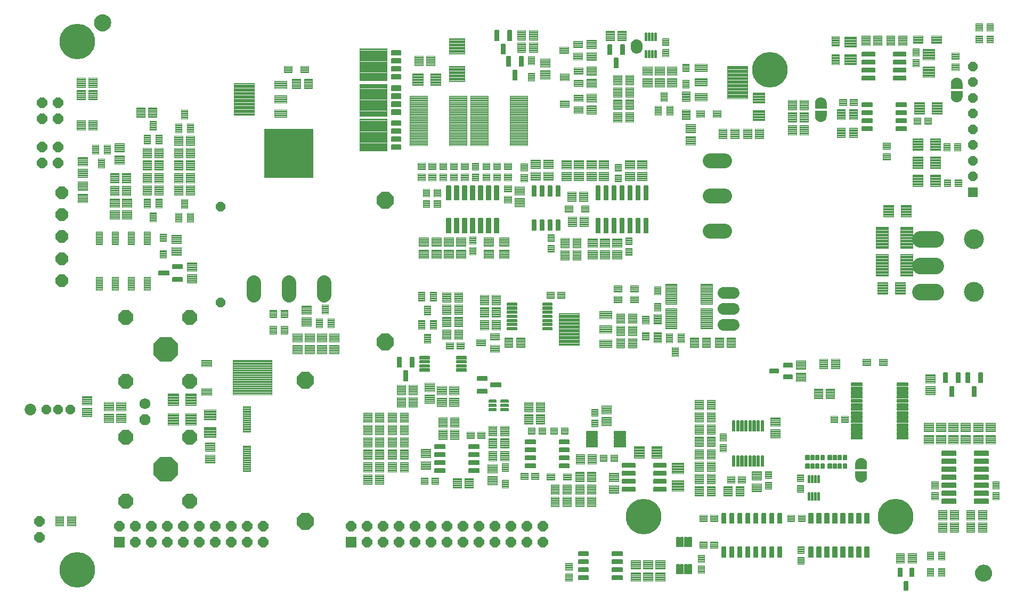
<source format=gts>
G75*
%MOIN*%
%OFA0B0*%
%FSLAX25Y25*%
%IPPOS*%
%LPD*%
%AMOC8*
5,1,8,0,0,1.08239X$1,22.5*
%
%ADD10C,0.00426*%
%ADD11C,0.00454*%
%ADD12C,0.00457*%
%ADD13C,0.09450*%
%ADD14C,0.00459*%
%ADD15C,0.00393*%
%ADD16C,0.00504*%
%ADD17C,0.07200*%
%ADD18C,0.00414*%
%ADD19C,0.00461*%
%ADD20C,0.00456*%
%ADD21OC8,0.07687*%
%ADD22C,0.00525*%
%ADD23C,0.00574*%
%ADD24C,0.00504*%
%ADD25C,0.00552*%
%ADD26OC8,0.09200*%
%ADD27OC8,0.15600*%
%ADD28C,0.00437*%
%ADD29C,0.13198*%
%ADD30C,0.00580*%
%ADD31OC8,0.06506*%
%ADD32C,0.00600*%
%ADD33C,0.00510*%
%ADD34C,0.00100*%
%ADD35C,0.08850*%
%ADD36C,0.00306*%
%ADD37OC8,0.05915*%
%ADD38C,0.07293*%
%ADD39OC8,0.06000*%
%ADD40OC8,0.10600*%
%ADD41R,0.06506X0.06506*%
%ADD42R,0.05915X0.05915*%
%ADD43C,0.10293*%
%ADD44C,0.12411*%
%ADD45C,0.00514*%
%ADD46C,0.00500*%
%ADD47C,0.00404*%
%ADD48C,0.00441*%
%ADD49C,0.00503*%
%ADD50C,0.00351*%
%ADD51C,0.00402*%
%ADD52OC8,0.06900*%
%ADD53C,0.06900*%
%ADD54C,0.22254*%
D10*
X0468961Y0240114D02*
X0468961Y0246194D01*
X0473859Y0246194D01*
X0473859Y0240114D01*
X0468961Y0240114D01*
X0468961Y0240539D02*
X0473859Y0240539D01*
X0473859Y0240964D02*
X0468961Y0240964D01*
X0468961Y0241389D02*
X0473859Y0241389D01*
X0473859Y0241814D02*
X0468961Y0241814D01*
X0468961Y0242239D02*
X0473859Y0242239D01*
X0473859Y0242664D02*
X0468961Y0242664D01*
X0468961Y0243089D02*
X0473859Y0243089D01*
X0473859Y0243514D02*
X0468961Y0243514D01*
X0468961Y0243939D02*
X0473859Y0243939D01*
X0473859Y0244364D02*
X0468961Y0244364D01*
X0468961Y0244789D02*
X0473859Y0244789D01*
X0473859Y0245214D02*
X0468961Y0245214D01*
X0468961Y0245639D02*
X0473859Y0245639D01*
X0473859Y0246064D02*
X0468961Y0246064D01*
X0468961Y0251531D02*
X0468961Y0257611D01*
X0473859Y0257611D01*
X0473859Y0251531D01*
X0468961Y0251531D01*
X0468961Y0251956D02*
X0473859Y0251956D01*
X0473859Y0252381D02*
X0468961Y0252381D01*
X0468961Y0252806D02*
X0473859Y0252806D01*
X0473859Y0253231D02*
X0468961Y0253231D01*
X0468961Y0253656D02*
X0473859Y0253656D01*
X0473859Y0254081D02*
X0468961Y0254081D01*
X0468961Y0254506D02*
X0473859Y0254506D01*
X0473859Y0254931D02*
X0468961Y0254931D01*
X0468961Y0255356D02*
X0473859Y0255356D01*
X0473859Y0255781D02*
X0468961Y0255781D01*
X0468961Y0256206D02*
X0473859Y0256206D01*
X0473859Y0256631D02*
X0468961Y0256631D01*
X0468961Y0257056D02*
X0473859Y0257056D01*
X0473859Y0257481D02*
X0468961Y0257481D01*
X0588609Y0368364D02*
X0588609Y0374444D01*
X0588609Y0368364D02*
X0583711Y0368364D01*
X0583711Y0374444D01*
X0588609Y0374444D01*
X0588609Y0368789D02*
X0583711Y0368789D01*
X0583711Y0369214D02*
X0588609Y0369214D01*
X0588609Y0369639D02*
X0583711Y0369639D01*
X0583711Y0370064D02*
X0588609Y0370064D01*
X0588609Y0370489D02*
X0583711Y0370489D01*
X0583711Y0370914D02*
X0588609Y0370914D01*
X0588609Y0371339D02*
X0583711Y0371339D01*
X0583711Y0371764D02*
X0588609Y0371764D01*
X0588609Y0372189D02*
X0583711Y0372189D01*
X0583711Y0372614D02*
X0588609Y0372614D01*
X0588609Y0373039D02*
X0583711Y0373039D01*
X0583711Y0373464D02*
X0588609Y0373464D01*
X0588609Y0373889D02*
X0583711Y0373889D01*
X0583711Y0374314D02*
X0588609Y0374314D01*
X0591461Y0374444D02*
X0591461Y0368364D01*
X0591461Y0374444D02*
X0596359Y0374444D01*
X0596359Y0368364D01*
X0591461Y0368364D01*
X0591461Y0368789D02*
X0596359Y0368789D01*
X0596359Y0369214D02*
X0591461Y0369214D01*
X0591461Y0369639D02*
X0596359Y0369639D01*
X0596359Y0370064D02*
X0591461Y0370064D01*
X0591461Y0370489D02*
X0596359Y0370489D01*
X0596359Y0370914D02*
X0591461Y0370914D01*
X0591461Y0371339D02*
X0596359Y0371339D01*
X0596359Y0371764D02*
X0591461Y0371764D01*
X0591461Y0372189D02*
X0596359Y0372189D01*
X0596359Y0372614D02*
X0591461Y0372614D01*
X0591461Y0373039D02*
X0596359Y0373039D01*
X0596359Y0373464D02*
X0591461Y0373464D01*
X0591461Y0373889D02*
X0596359Y0373889D01*
X0596359Y0374314D02*
X0591461Y0374314D01*
X0591461Y0379781D02*
X0591461Y0385861D01*
X0596359Y0385861D01*
X0596359Y0379781D01*
X0591461Y0379781D01*
X0591461Y0380206D02*
X0596359Y0380206D01*
X0596359Y0380631D02*
X0591461Y0380631D01*
X0591461Y0381056D02*
X0596359Y0381056D01*
X0596359Y0381481D02*
X0591461Y0381481D01*
X0591461Y0381906D02*
X0596359Y0381906D01*
X0596359Y0382331D02*
X0591461Y0382331D01*
X0591461Y0382756D02*
X0596359Y0382756D01*
X0596359Y0383181D02*
X0591461Y0383181D01*
X0591461Y0383606D02*
X0596359Y0383606D01*
X0596359Y0384031D02*
X0591461Y0384031D01*
X0591461Y0384456D02*
X0596359Y0384456D01*
X0596359Y0384881D02*
X0591461Y0384881D01*
X0591461Y0385306D02*
X0596359Y0385306D01*
X0596359Y0385731D02*
X0591461Y0385731D01*
X0588609Y0385861D02*
X0588609Y0379781D01*
X0583711Y0379781D01*
X0583711Y0385861D01*
X0588609Y0385861D01*
X0588609Y0380206D02*
X0583711Y0380206D01*
X0583711Y0380631D02*
X0588609Y0380631D01*
X0588609Y0381056D02*
X0583711Y0381056D01*
X0583711Y0381481D02*
X0588609Y0381481D01*
X0588609Y0381906D02*
X0583711Y0381906D01*
X0583711Y0382331D02*
X0588609Y0382331D01*
X0588609Y0382756D02*
X0583711Y0382756D01*
X0583711Y0383181D02*
X0588609Y0383181D01*
X0588609Y0383606D02*
X0583711Y0383606D01*
X0583711Y0384031D02*
X0588609Y0384031D01*
X0588609Y0384456D02*
X0583711Y0384456D01*
X0583711Y0384881D02*
X0588609Y0384881D01*
X0588609Y0385306D02*
X0583711Y0385306D01*
X0583711Y0385731D02*
X0588609Y0385731D01*
X0580211Y0414114D02*
X0580211Y0420194D01*
X0585109Y0420194D01*
X0585109Y0414114D01*
X0580211Y0414114D01*
X0580211Y0414539D02*
X0585109Y0414539D01*
X0585109Y0414964D02*
X0580211Y0414964D01*
X0580211Y0415389D02*
X0585109Y0415389D01*
X0585109Y0415814D02*
X0580211Y0415814D01*
X0580211Y0416239D02*
X0585109Y0416239D01*
X0585109Y0416664D02*
X0580211Y0416664D01*
X0580211Y0417089D02*
X0585109Y0417089D01*
X0585109Y0417514D02*
X0580211Y0417514D01*
X0580211Y0417939D02*
X0585109Y0417939D01*
X0585109Y0418364D02*
X0580211Y0418364D01*
X0580211Y0418789D02*
X0585109Y0418789D01*
X0585109Y0419214D02*
X0580211Y0419214D01*
X0580211Y0419639D02*
X0585109Y0419639D01*
X0585109Y0420064D02*
X0580211Y0420064D01*
X0580211Y0425531D02*
X0580211Y0431611D01*
X0585109Y0431611D01*
X0585109Y0425531D01*
X0580211Y0425531D01*
X0580211Y0425956D02*
X0585109Y0425956D01*
X0585109Y0426381D02*
X0580211Y0426381D01*
X0580211Y0426806D02*
X0585109Y0426806D01*
X0585109Y0427231D02*
X0580211Y0427231D01*
X0580211Y0427656D02*
X0585109Y0427656D01*
X0585109Y0428081D02*
X0580211Y0428081D01*
X0580211Y0428506D02*
X0585109Y0428506D01*
X0585109Y0428931D02*
X0580211Y0428931D01*
X0580211Y0429356D02*
X0585109Y0429356D01*
X0585109Y0429781D02*
X0580211Y0429781D01*
X0580211Y0430206D02*
X0585109Y0430206D01*
X0585109Y0430631D02*
X0580211Y0430631D01*
X0580211Y0431056D02*
X0585109Y0431056D01*
X0585109Y0431481D02*
X0580211Y0431481D01*
X0631411Y0432061D02*
X0637491Y0432061D01*
X0637491Y0427163D01*
X0631411Y0427163D01*
X0631411Y0432061D01*
X0631411Y0427588D02*
X0637491Y0427588D01*
X0637491Y0428013D02*
X0631411Y0428013D01*
X0631411Y0428438D02*
X0637491Y0428438D01*
X0637491Y0428863D02*
X0631411Y0428863D01*
X0631411Y0429288D02*
X0637491Y0429288D01*
X0637491Y0429713D02*
X0631411Y0429713D01*
X0631411Y0430138D02*
X0637491Y0430138D01*
X0637491Y0430563D02*
X0631411Y0430563D01*
X0631411Y0430988D02*
X0637491Y0430988D01*
X0637491Y0431413D02*
X0631411Y0431413D01*
X0631411Y0431838D02*
X0637491Y0431838D01*
X0642829Y0432061D02*
X0648909Y0432061D01*
X0648909Y0427163D01*
X0642829Y0427163D01*
X0642829Y0432061D01*
X0642829Y0427588D02*
X0648909Y0427588D01*
X0648909Y0428013D02*
X0642829Y0428013D01*
X0642829Y0428438D02*
X0648909Y0428438D01*
X0648909Y0428863D02*
X0642829Y0428863D01*
X0642829Y0429288D02*
X0648909Y0429288D01*
X0648909Y0429713D02*
X0642829Y0429713D01*
X0642829Y0430138D02*
X0648909Y0430138D01*
X0648909Y0430563D02*
X0642829Y0430563D01*
X0642829Y0430988D02*
X0648909Y0430988D01*
X0648909Y0431413D02*
X0642829Y0431413D01*
X0642829Y0431838D02*
X0648909Y0431838D01*
X0486711Y0397111D02*
X0486711Y0391031D01*
X0486711Y0397111D02*
X0491609Y0397111D01*
X0491609Y0391031D01*
X0486711Y0391031D01*
X0486711Y0391456D02*
X0491609Y0391456D01*
X0491609Y0391881D02*
X0486711Y0391881D01*
X0486711Y0392306D02*
X0491609Y0392306D01*
X0491609Y0392731D02*
X0486711Y0392731D01*
X0486711Y0393156D02*
X0491609Y0393156D01*
X0491609Y0393581D02*
X0486711Y0393581D01*
X0486711Y0394006D02*
X0491609Y0394006D01*
X0491609Y0394431D02*
X0486711Y0394431D01*
X0486711Y0394856D02*
X0491609Y0394856D01*
X0491609Y0395281D02*
X0486711Y0395281D01*
X0486711Y0395706D02*
X0491609Y0395706D01*
X0491609Y0396131D02*
X0486711Y0396131D01*
X0486711Y0396556D02*
X0491609Y0396556D01*
X0491609Y0396981D02*
X0486711Y0396981D01*
X0486711Y0385694D02*
X0486711Y0379614D01*
X0486711Y0385694D02*
X0491609Y0385694D01*
X0491609Y0379614D01*
X0486711Y0379614D01*
X0486711Y0380039D02*
X0491609Y0380039D01*
X0491609Y0380464D02*
X0486711Y0380464D01*
X0486711Y0380889D02*
X0491609Y0380889D01*
X0491609Y0381314D02*
X0486711Y0381314D01*
X0486711Y0381739D02*
X0491609Y0381739D01*
X0491609Y0382164D02*
X0486711Y0382164D01*
X0486711Y0382589D02*
X0491609Y0382589D01*
X0491609Y0383014D02*
X0486711Y0383014D01*
X0486711Y0383439D02*
X0491609Y0383439D01*
X0491609Y0383864D02*
X0486711Y0383864D01*
X0486711Y0384289D02*
X0491609Y0384289D01*
X0491609Y0384714D02*
X0486711Y0384714D01*
X0486711Y0385139D02*
X0491609Y0385139D01*
X0491609Y0385564D02*
X0486711Y0385564D01*
D11*
X0481191Y0382452D02*
X0477109Y0382452D01*
X0477109Y0388110D01*
X0481191Y0388110D01*
X0481191Y0382452D01*
X0481191Y0382905D02*
X0477109Y0382905D01*
X0477109Y0383358D02*
X0481191Y0383358D01*
X0481191Y0383811D02*
X0477109Y0383811D01*
X0477109Y0384264D02*
X0481191Y0384264D01*
X0481191Y0384717D02*
X0477109Y0384717D01*
X0477109Y0385170D02*
X0481191Y0385170D01*
X0481191Y0385623D02*
X0477109Y0385623D01*
X0477109Y0386076D02*
X0481191Y0386076D01*
X0481191Y0386529D02*
X0477109Y0386529D01*
X0477109Y0386982D02*
X0481191Y0386982D01*
X0481191Y0387435D02*
X0477109Y0387435D01*
X0477109Y0387888D02*
X0481191Y0387888D01*
X0477451Y0391114D02*
X0473369Y0391114D01*
X0473369Y0396772D01*
X0477451Y0396772D01*
X0477451Y0391114D01*
X0477451Y0391567D02*
X0473369Y0391567D01*
X0473369Y0392020D02*
X0477451Y0392020D01*
X0477451Y0392473D02*
X0473369Y0392473D01*
X0473369Y0392926D02*
X0477451Y0392926D01*
X0477451Y0393379D02*
X0473369Y0393379D01*
X0473369Y0393832D02*
X0477451Y0393832D01*
X0477451Y0394285D02*
X0473369Y0394285D01*
X0473369Y0394738D02*
X0477451Y0394738D01*
X0477451Y0395191D02*
X0473369Y0395191D01*
X0473369Y0395644D02*
X0477451Y0395644D01*
X0477451Y0396097D02*
X0473369Y0396097D01*
X0473369Y0396550D02*
X0477451Y0396550D01*
X0473711Y0382452D02*
X0469629Y0382452D01*
X0469629Y0388110D01*
X0473711Y0388110D01*
X0473711Y0382452D01*
X0473711Y0382905D02*
X0469629Y0382905D01*
X0469629Y0383358D02*
X0473711Y0383358D01*
X0473711Y0383811D02*
X0469629Y0383811D01*
X0469629Y0384264D02*
X0473711Y0384264D01*
X0473711Y0384717D02*
X0469629Y0384717D01*
X0469629Y0385170D02*
X0473711Y0385170D01*
X0473711Y0385623D02*
X0469629Y0385623D01*
X0469629Y0386076D02*
X0473711Y0386076D01*
X0473711Y0386529D02*
X0469629Y0386529D01*
X0469629Y0386982D02*
X0473711Y0386982D01*
X0473711Y0387435D02*
X0469629Y0387435D01*
X0469629Y0387888D02*
X0473711Y0387888D01*
X0491201Y0399309D02*
X0491201Y0404179D01*
X0491201Y0399309D02*
X0487119Y0399309D01*
X0487119Y0404179D01*
X0491201Y0404179D01*
X0491201Y0399762D02*
X0487119Y0399762D01*
X0487119Y0400215D02*
X0491201Y0400215D01*
X0491201Y0400668D02*
X0487119Y0400668D01*
X0487119Y0401121D02*
X0491201Y0401121D01*
X0491201Y0401574D02*
X0487119Y0401574D01*
X0487119Y0402027D02*
X0491201Y0402027D01*
X0491201Y0402480D02*
X0487119Y0402480D01*
X0487119Y0402933D02*
X0491201Y0402933D01*
X0491201Y0403386D02*
X0487119Y0403386D01*
X0487119Y0403839D02*
X0491201Y0403839D01*
X0491201Y0409545D02*
X0491201Y0414415D01*
X0491201Y0409545D02*
X0487119Y0409545D01*
X0487119Y0414415D01*
X0491201Y0414415D01*
X0491201Y0409998D02*
X0487119Y0409998D01*
X0487119Y0410451D02*
X0491201Y0410451D01*
X0491201Y0410904D02*
X0487119Y0410904D01*
X0487119Y0411357D02*
X0491201Y0411357D01*
X0491201Y0411810D02*
X0487119Y0411810D01*
X0487119Y0412263D02*
X0491201Y0412263D01*
X0491201Y0412716D02*
X0487119Y0412716D01*
X0487119Y0413169D02*
X0491201Y0413169D01*
X0491201Y0413622D02*
X0487119Y0413622D01*
X0487119Y0414075D02*
X0491201Y0414075D01*
X0474219Y0419128D02*
X0474219Y0423604D01*
X0478301Y0423604D01*
X0478301Y0419128D01*
X0474219Y0419128D01*
X0474219Y0419581D02*
X0478301Y0419581D01*
X0478301Y0420034D02*
X0474219Y0420034D01*
X0474219Y0420487D02*
X0478301Y0420487D01*
X0478301Y0420940D02*
X0474219Y0420940D01*
X0474219Y0421393D02*
X0478301Y0421393D01*
X0478301Y0421846D02*
X0474219Y0421846D01*
X0474219Y0422299D02*
X0478301Y0422299D01*
X0478301Y0422752D02*
X0474219Y0422752D01*
X0474219Y0423205D02*
X0478301Y0423205D01*
X0474219Y0425821D02*
X0474219Y0430297D01*
X0478301Y0430297D01*
X0478301Y0425821D01*
X0474219Y0425821D01*
X0474219Y0426274D02*
X0478301Y0426274D01*
X0478301Y0426727D02*
X0474219Y0426727D01*
X0474219Y0427180D02*
X0478301Y0427180D01*
X0478301Y0427633D02*
X0474219Y0427633D01*
X0474219Y0428086D02*
X0478301Y0428086D01*
X0478301Y0428539D02*
X0474219Y0428539D01*
X0474219Y0428992D02*
X0478301Y0428992D01*
X0478301Y0429445D02*
X0474219Y0429445D01*
X0474219Y0429898D02*
X0478301Y0429898D01*
X0424320Y0428643D02*
X0424320Y0424561D01*
X0418662Y0424561D01*
X0418662Y0428643D01*
X0424320Y0428643D01*
X0424320Y0425014D02*
X0418662Y0425014D01*
X0418662Y0425467D02*
X0424320Y0425467D01*
X0424320Y0425920D02*
X0418662Y0425920D01*
X0418662Y0426373D02*
X0424320Y0426373D01*
X0424320Y0426826D02*
X0418662Y0426826D01*
X0418662Y0427279D02*
X0424320Y0427279D01*
X0424320Y0427732D02*
X0418662Y0427732D01*
X0418662Y0428185D02*
X0424320Y0428185D01*
X0424320Y0428638D02*
X0418662Y0428638D01*
X0415658Y0424903D02*
X0415658Y0420821D01*
X0410000Y0420821D01*
X0410000Y0424903D01*
X0415658Y0424903D01*
X0415658Y0421274D02*
X0410000Y0421274D01*
X0410000Y0421727D02*
X0415658Y0421727D01*
X0415658Y0422180D02*
X0410000Y0422180D01*
X0410000Y0422633D02*
X0415658Y0422633D01*
X0415658Y0423086D02*
X0410000Y0423086D01*
X0410000Y0423539D02*
X0415658Y0423539D01*
X0415658Y0423992D02*
X0410000Y0423992D01*
X0410000Y0424445D02*
X0415658Y0424445D01*
X0415658Y0424898D02*
X0410000Y0424898D01*
X0424320Y0421163D02*
X0424320Y0417081D01*
X0418662Y0417081D01*
X0418662Y0421163D01*
X0424320Y0421163D01*
X0424320Y0417534D02*
X0418662Y0417534D01*
X0418662Y0417987D02*
X0424320Y0417987D01*
X0424320Y0418440D02*
X0418662Y0418440D01*
X0418662Y0418893D02*
X0424320Y0418893D01*
X0424320Y0419346D02*
X0418662Y0419346D01*
X0418662Y0419799D02*
X0424320Y0419799D01*
X0424320Y0420252D02*
X0418662Y0420252D01*
X0418662Y0420705D02*
X0424320Y0420705D01*
X0424320Y0421158D02*
X0418662Y0421158D01*
X0424570Y0411893D02*
X0424570Y0407811D01*
X0418912Y0407811D01*
X0418912Y0411893D01*
X0424570Y0411893D01*
X0424570Y0408264D02*
X0418912Y0408264D01*
X0418912Y0408717D02*
X0424570Y0408717D01*
X0424570Y0409170D02*
X0418912Y0409170D01*
X0418912Y0409623D02*
X0424570Y0409623D01*
X0424570Y0410076D02*
X0418912Y0410076D01*
X0418912Y0410529D02*
X0424570Y0410529D01*
X0424570Y0410982D02*
X0418912Y0410982D01*
X0418912Y0411435D02*
X0424570Y0411435D01*
X0424570Y0411888D02*
X0418912Y0411888D01*
X0415908Y0408153D02*
X0415908Y0404071D01*
X0410250Y0404071D01*
X0410250Y0408153D01*
X0415908Y0408153D01*
X0415908Y0404524D02*
X0410250Y0404524D01*
X0410250Y0404977D02*
X0415908Y0404977D01*
X0415908Y0405430D02*
X0410250Y0405430D01*
X0410250Y0405883D02*
X0415908Y0405883D01*
X0415908Y0406336D02*
X0410250Y0406336D01*
X0410250Y0406789D02*
X0415908Y0406789D01*
X0415908Y0407242D02*
X0410250Y0407242D01*
X0410250Y0407695D02*
X0415908Y0407695D01*
X0415908Y0408148D02*
X0410250Y0408148D01*
X0424570Y0404413D02*
X0424570Y0400331D01*
X0418912Y0400331D01*
X0418912Y0404413D01*
X0424570Y0404413D01*
X0424570Y0400784D02*
X0418912Y0400784D01*
X0418912Y0401237D02*
X0424570Y0401237D01*
X0424570Y0401690D02*
X0418912Y0401690D01*
X0418912Y0402143D02*
X0424570Y0402143D01*
X0424570Y0402596D02*
X0418912Y0402596D01*
X0418912Y0403049D02*
X0424570Y0403049D01*
X0424570Y0403502D02*
X0418912Y0403502D01*
X0418912Y0403955D02*
X0424570Y0403955D01*
X0424570Y0404408D02*
X0418912Y0404408D01*
X0424570Y0395143D02*
X0424570Y0391061D01*
X0418912Y0391061D01*
X0418912Y0395143D01*
X0424570Y0395143D01*
X0424570Y0391514D02*
X0418912Y0391514D01*
X0418912Y0391967D02*
X0424570Y0391967D01*
X0424570Y0392420D02*
X0418912Y0392420D01*
X0418912Y0392873D02*
X0424570Y0392873D01*
X0424570Y0393326D02*
X0418912Y0393326D01*
X0418912Y0393779D02*
X0424570Y0393779D01*
X0424570Y0394232D02*
X0418912Y0394232D01*
X0418912Y0394685D02*
X0424570Y0394685D01*
X0424570Y0395138D02*
X0418912Y0395138D01*
X0415908Y0391403D02*
X0415908Y0387321D01*
X0410250Y0387321D01*
X0410250Y0391403D01*
X0415908Y0391403D01*
X0415908Y0387774D02*
X0410250Y0387774D01*
X0410250Y0388227D02*
X0415908Y0388227D01*
X0415908Y0388680D02*
X0410250Y0388680D01*
X0410250Y0389133D02*
X0415908Y0389133D01*
X0415908Y0389586D02*
X0410250Y0389586D01*
X0410250Y0390039D02*
X0415908Y0390039D01*
X0415908Y0390492D02*
X0410250Y0390492D01*
X0410250Y0390945D02*
X0415908Y0390945D01*
X0415908Y0391398D02*
X0410250Y0391398D01*
X0424570Y0387663D02*
X0424570Y0383581D01*
X0418912Y0383581D01*
X0418912Y0387663D01*
X0424570Y0387663D01*
X0424570Y0384034D02*
X0418912Y0384034D01*
X0418912Y0384487D02*
X0424570Y0384487D01*
X0424570Y0384940D02*
X0418912Y0384940D01*
X0418912Y0385393D02*
X0424570Y0385393D01*
X0424570Y0385846D02*
X0418912Y0385846D01*
X0418912Y0386299D02*
X0424570Y0386299D01*
X0424570Y0386752D02*
X0418912Y0386752D01*
X0418912Y0387205D02*
X0424570Y0387205D01*
X0424570Y0387658D02*
X0418912Y0387658D01*
X0394451Y0403809D02*
X0394451Y0408679D01*
X0394451Y0403809D02*
X0390369Y0403809D01*
X0390369Y0408679D01*
X0394451Y0408679D01*
X0394451Y0404262D02*
X0390369Y0404262D01*
X0390369Y0404715D02*
X0394451Y0404715D01*
X0394451Y0405168D02*
X0390369Y0405168D01*
X0390369Y0405621D02*
X0394451Y0405621D01*
X0394451Y0406074D02*
X0390369Y0406074D01*
X0390369Y0406527D02*
X0394451Y0406527D01*
X0394451Y0406980D02*
X0390369Y0406980D01*
X0390369Y0407433D02*
X0394451Y0407433D01*
X0394451Y0407886D02*
X0390369Y0407886D01*
X0390369Y0408339D02*
X0394451Y0408339D01*
X0394451Y0414045D02*
X0394451Y0418915D01*
X0394451Y0414045D02*
X0390369Y0414045D01*
X0390369Y0418915D01*
X0394451Y0418915D01*
X0394451Y0414498D02*
X0390369Y0414498D01*
X0390369Y0414951D02*
X0394451Y0414951D01*
X0394451Y0415404D02*
X0390369Y0415404D01*
X0390369Y0415857D02*
X0394451Y0415857D01*
X0394451Y0416310D02*
X0390369Y0416310D01*
X0390369Y0416763D02*
X0394451Y0416763D01*
X0394451Y0417216D02*
X0390369Y0417216D01*
X0390369Y0417669D02*
X0394451Y0417669D01*
X0394451Y0418122D02*
X0390369Y0418122D01*
X0390369Y0418575D02*
X0394451Y0418575D01*
X0389951Y0351947D02*
X0389951Y0347471D01*
X0385869Y0347471D01*
X0385869Y0351947D01*
X0389951Y0351947D01*
X0389951Y0347924D02*
X0385869Y0347924D01*
X0385869Y0348377D02*
X0389951Y0348377D01*
X0389951Y0348830D02*
X0385869Y0348830D01*
X0385869Y0349283D02*
X0389951Y0349283D01*
X0389951Y0349736D02*
X0385869Y0349736D01*
X0385869Y0350189D02*
X0389951Y0350189D01*
X0389951Y0350642D02*
X0385869Y0350642D01*
X0385869Y0351095D02*
X0389951Y0351095D01*
X0389951Y0351548D02*
X0385869Y0351548D01*
X0379898Y0352250D02*
X0379898Y0348168D01*
X0375422Y0348168D01*
X0375422Y0352250D01*
X0379898Y0352250D01*
X0379898Y0348621D02*
X0375422Y0348621D01*
X0375422Y0349074D02*
X0379898Y0349074D01*
X0379898Y0349527D02*
X0375422Y0349527D01*
X0375422Y0349980D02*
X0379898Y0349980D01*
X0379898Y0350433D02*
X0375422Y0350433D01*
X0375422Y0350886D02*
X0379898Y0350886D01*
X0379898Y0351339D02*
X0375422Y0351339D01*
X0375422Y0351792D02*
X0379898Y0351792D01*
X0379898Y0352245D02*
X0375422Y0352245D01*
X0373148Y0352250D02*
X0373148Y0348168D01*
X0368672Y0348168D01*
X0368672Y0352250D01*
X0373148Y0352250D01*
X0373148Y0348621D02*
X0368672Y0348621D01*
X0368672Y0349074D02*
X0373148Y0349074D01*
X0373148Y0349527D02*
X0368672Y0349527D01*
X0368672Y0349980D02*
X0373148Y0349980D01*
X0373148Y0350433D02*
X0368672Y0350433D01*
X0368672Y0350886D02*
X0373148Y0350886D01*
X0373148Y0351339D02*
X0368672Y0351339D01*
X0368672Y0351792D02*
X0373148Y0351792D01*
X0373148Y0352245D02*
X0368672Y0352245D01*
X0366398Y0352250D02*
X0366398Y0348168D01*
X0361922Y0348168D01*
X0361922Y0352250D01*
X0366398Y0352250D01*
X0366398Y0348621D02*
X0361922Y0348621D01*
X0361922Y0349074D02*
X0366398Y0349074D01*
X0366398Y0349527D02*
X0361922Y0349527D01*
X0361922Y0349980D02*
X0366398Y0349980D01*
X0366398Y0350433D02*
X0361922Y0350433D01*
X0361922Y0350886D02*
X0366398Y0350886D01*
X0366398Y0351339D02*
X0361922Y0351339D01*
X0361922Y0351792D02*
X0366398Y0351792D01*
X0366398Y0352245D02*
X0361922Y0352245D01*
X0359451Y0352447D02*
X0359451Y0347971D01*
X0355369Y0347971D01*
X0355369Y0352447D01*
X0359451Y0352447D01*
X0359451Y0348424D02*
X0355369Y0348424D01*
X0355369Y0348877D02*
X0359451Y0348877D01*
X0359451Y0349330D02*
X0355369Y0349330D01*
X0355369Y0349783D02*
X0359451Y0349783D01*
X0359451Y0350236D02*
X0355369Y0350236D01*
X0355369Y0350689D02*
X0359451Y0350689D01*
X0359451Y0351142D02*
X0355369Y0351142D01*
X0355369Y0351595D02*
X0359451Y0351595D01*
X0359451Y0352048D02*
X0355369Y0352048D01*
X0348422Y0352250D02*
X0348422Y0348168D01*
X0348422Y0352250D02*
X0352898Y0352250D01*
X0352898Y0348168D01*
X0348422Y0348168D01*
X0348422Y0348621D02*
X0352898Y0348621D01*
X0352898Y0349074D02*
X0348422Y0349074D01*
X0348422Y0349527D02*
X0352898Y0349527D01*
X0352898Y0349980D02*
X0348422Y0349980D01*
X0348422Y0350433D02*
X0352898Y0350433D01*
X0352898Y0350886D02*
X0348422Y0350886D01*
X0348422Y0351339D02*
X0352898Y0351339D01*
X0352898Y0351792D02*
X0348422Y0351792D01*
X0348422Y0352245D02*
X0352898Y0352245D01*
X0341672Y0352250D02*
X0341672Y0348168D01*
X0341672Y0352250D02*
X0346148Y0352250D01*
X0346148Y0348168D01*
X0341672Y0348168D01*
X0341672Y0348621D02*
X0346148Y0348621D01*
X0346148Y0349074D02*
X0341672Y0349074D01*
X0341672Y0349527D02*
X0346148Y0349527D01*
X0346148Y0349980D02*
X0341672Y0349980D01*
X0341672Y0350433D02*
X0346148Y0350433D01*
X0346148Y0350886D02*
X0341672Y0350886D01*
X0341672Y0351339D02*
X0346148Y0351339D01*
X0346148Y0351792D02*
X0341672Y0351792D01*
X0341672Y0352245D02*
X0346148Y0352245D01*
X0334922Y0352250D02*
X0334922Y0348168D01*
X0334922Y0352250D02*
X0339398Y0352250D01*
X0339398Y0348168D01*
X0334922Y0348168D01*
X0334922Y0348621D02*
X0339398Y0348621D01*
X0339398Y0349074D02*
X0334922Y0349074D01*
X0334922Y0349527D02*
X0339398Y0349527D01*
X0339398Y0349980D02*
X0334922Y0349980D01*
X0334922Y0350433D02*
X0339398Y0350433D01*
X0339398Y0350886D02*
X0334922Y0350886D01*
X0334922Y0351339D02*
X0339398Y0351339D01*
X0339398Y0351792D02*
X0334922Y0351792D01*
X0334922Y0352245D02*
X0339398Y0352245D01*
X0328172Y0352250D02*
X0328172Y0348168D01*
X0328172Y0352250D02*
X0332648Y0352250D01*
X0332648Y0348168D01*
X0328172Y0348168D01*
X0328172Y0348621D02*
X0332648Y0348621D01*
X0332648Y0349074D02*
X0328172Y0349074D01*
X0328172Y0349527D02*
X0332648Y0349527D01*
X0332648Y0349980D02*
X0328172Y0349980D01*
X0328172Y0350433D02*
X0332648Y0350433D01*
X0332648Y0350886D02*
X0328172Y0350886D01*
X0328172Y0351339D02*
X0332648Y0351339D01*
X0332648Y0351792D02*
X0328172Y0351792D01*
X0328172Y0352245D02*
X0332648Y0352245D01*
X0321422Y0352250D02*
X0321422Y0348168D01*
X0321422Y0352250D02*
X0325898Y0352250D01*
X0325898Y0348168D01*
X0321422Y0348168D01*
X0321422Y0348621D02*
X0325898Y0348621D01*
X0325898Y0349074D02*
X0321422Y0349074D01*
X0321422Y0349527D02*
X0325898Y0349527D01*
X0325898Y0349980D02*
X0321422Y0349980D01*
X0321422Y0350433D02*
X0325898Y0350433D01*
X0325898Y0350886D02*
X0321422Y0350886D01*
X0321422Y0351339D02*
X0325898Y0351339D01*
X0325898Y0351792D02*
X0321422Y0351792D01*
X0321422Y0352245D02*
X0325898Y0352245D01*
X0321422Y0345557D02*
X0321422Y0341475D01*
X0321422Y0345557D02*
X0325898Y0345557D01*
X0325898Y0341475D01*
X0321422Y0341475D01*
X0321422Y0341928D02*
X0325898Y0341928D01*
X0325898Y0342381D02*
X0321422Y0342381D01*
X0321422Y0342834D02*
X0325898Y0342834D01*
X0325898Y0343287D02*
X0321422Y0343287D01*
X0321422Y0343740D02*
X0325898Y0343740D01*
X0325898Y0344193D02*
X0321422Y0344193D01*
X0321422Y0344646D02*
X0325898Y0344646D01*
X0325898Y0345099D02*
X0321422Y0345099D01*
X0321422Y0345552D02*
X0325898Y0345552D01*
X0328172Y0345557D02*
X0328172Y0341475D01*
X0328172Y0345557D02*
X0332648Y0345557D01*
X0332648Y0341475D01*
X0328172Y0341475D01*
X0328172Y0341928D02*
X0332648Y0341928D01*
X0332648Y0342381D02*
X0328172Y0342381D01*
X0328172Y0342834D02*
X0332648Y0342834D01*
X0332648Y0343287D02*
X0328172Y0343287D01*
X0328172Y0343740D02*
X0332648Y0343740D01*
X0332648Y0344193D02*
X0328172Y0344193D01*
X0328172Y0344646D02*
X0332648Y0344646D01*
X0332648Y0345099D02*
X0328172Y0345099D01*
X0328172Y0345552D02*
X0332648Y0345552D01*
X0334922Y0345557D02*
X0334922Y0341475D01*
X0334922Y0345557D02*
X0339398Y0345557D01*
X0339398Y0341475D01*
X0334922Y0341475D01*
X0334922Y0341928D02*
X0339398Y0341928D01*
X0339398Y0342381D02*
X0334922Y0342381D01*
X0334922Y0342834D02*
X0339398Y0342834D01*
X0339398Y0343287D02*
X0334922Y0343287D01*
X0334922Y0343740D02*
X0339398Y0343740D01*
X0339398Y0344193D02*
X0334922Y0344193D01*
X0334922Y0344646D02*
X0339398Y0344646D01*
X0339398Y0345099D02*
X0334922Y0345099D01*
X0334922Y0345552D02*
X0339398Y0345552D01*
X0341672Y0345557D02*
X0341672Y0341475D01*
X0341672Y0345557D02*
X0346148Y0345557D01*
X0346148Y0341475D01*
X0341672Y0341475D01*
X0341672Y0341928D02*
X0346148Y0341928D01*
X0346148Y0342381D02*
X0341672Y0342381D01*
X0341672Y0342834D02*
X0346148Y0342834D01*
X0346148Y0343287D02*
X0341672Y0343287D01*
X0341672Y0343740D02*
X0346148Y0343740D01*
X0346148Y0344193D02*
X0341672Y0344193D01*
X0341672Y0344646D02*
X0346148Y0344646D01*
X0346148Y0345099D02*
X0341672Y0345099D01*
X0341672Y0345552D02*
X0346148Y0345552D01*
X0348422Y0345557D02*
X0348422Y0341475D01*
X0348422Y0345557D02*
X0352898Y0345557D01*
X0352898Y0341475D01*
X0348422Y0341475D01*
X0348422Y0341928D02*
X0352898Y0341928D01*
X0352898Y0342381D02*
X0348422Y0342381D01*
X0348422Y0342834D02*
X0352898Y0342834D01*
X0352898Y0343287D02*
X0348422Y0343287D01*
X0348422Y0343740D02*
X0352898Y0343740D01*
X0352898Y0344193D02*
X0348422Y0344193D01*
X0348422Y0344646D02*
X0352898Y0344646D01*
X0352898Y0345099D02*
X0348422Y0345099D01*
X0348422Y0345552D02*
X0352898Y0345552D01*
X0359451Y0345754D02*
X0359451Y0341278D01*
X0355369Y0341278D01*
X0355369Y0345754D01*
X0359451Y0345754D01*
X0359451Y0341731D02*
X0355369Y0341731D01*
X0355369Y0342184D02*
X0359451Y0342184D01*
X0359451Y0342637D02*
X0355369Y0342637D01*
X0355369Y0343090D02*
X0359451Y0343090D01*
X0359451Y0343543D02*
X0355369Y0343543D01*
X0355369Y0343996D02*
X0359451Y0343996D01*
X0359451Y0344449D02*
X0355369Y0344449D01*
X0355369Y0344902D02*
X0359451Y0344902D01*
X0359451Y0345355D02*
X0355369Y0345355D01*
X0366398Y0345557D02*
X0366398Y0341475D01*
X0361922Y0341475D01*
X0361922Y0345557D01*
X0366398Y0345557D01*
X0366398Y0341928D02*
X0361922Y0341928D01*
X0361922Y0342381D02*
X0366398Y0342381D01*
X0366398Y0342834D02*
X0361922Y0342834D01*
X0361922Y0343287D02*
X0366398Y0343287D01*
X0366398Y0343740D02*
X0361922Y0343740D01*
X0361922Y0344193D02*
X0366398Y0344193D01*
X0366398Y0344646D02*
X0361922Y0344646D01*
X0361922Y0345099D02*
X0366398Y0345099D01*
X0366398Y0345552D02*
X0361922Y0345552D01*
X0373148Y0345557D02*
X0373148Y0341475D01*
X0368672Y0341475D01*
X0368672Y0345557D01*
X0373148Y0345557D01*
X0373148Y0341928D02*
X0368672Y0341928D01*
X0368672Y0342381D02*
X0373148Y0342381D01*
X0373148Y0342834D02*
X0368672Y0342834D01*
X0368672Y0343287D02*
X0373148Y0343287D01*
X0373148Y0343740D02*
X0368672Y0343740D01*
X0368672Y0344193D02*
X0373148Y0344193D01*
X0373148Y0344646D02*
X0368672Y0344646D01*
X0368672Y0345099D02*
X0373148Y0345099D01*
X0373148Y0345552D02*
X0368672Y0345552D01*
X0379898Y0345557D02*
X0379898Y0341475D01*
X0375422Y0341475D01*
X0375422Y0345557D01*
X0379898Y0345557D01*
X0379898Y0341928D02*
X0375422Y0341928D01*
X0375422Y0342381D02*
X0379898Y0342381D01*
X0379898Y0342834D02*
X0375422Y0342834D01*
X0375422Y0343287D02*
X0379898Y0343287D01*
X0379898Y0343740D02*
X0375422Y0343740D01*
X0375422Y0344193D02*
X0379898Y0344193D01*
X0379898Y0344646D02*
X0375422Y0344646D01*
X0375422Y0345099D02*
X0379898Y0345099D01*
X0379898Y0345552D02*
X0375422Y0345552D01*
X0379898Y0338250D02*
X0379898Y0334168D01*
X0375422Y0334168D01*
X0375422Y0338250D01*
X0379898Y0338250D01*
X0379898Y0334621D02*
X0375422Y0334621D01*
X0375422Y0335074D02*
X0379898Y0335074D01*
X0379898Y0335527D02*
X0375422Y0335527D01*
X0375422Y0335980D02*
X0379898Y0335980D01*
X0379898Y0336433D02*
X0375422Y0336433D01*
X0375422Y0336886D02*
X0379898Y0336886D01*
X0379898Y0337339D02*
X0375422Y0337339D01*
X0375422Y0337792D02*
X0379898Y0337792D01*
X0379898Y0338245D02*
X0375422Y0338245D01*
X0379898Y0331557D02*
X0379898Y0327475D01*
X0375422Y0327475D01*
X0375422Y0331557D01*
X0379898Y0331557D01*
X0379898Y0327928D02*
X0375422Y0327928D01*
X0375422Y0328381D02*
X0379898Y0328381D01*
X0379898Y0328834D02*
X0375422Y0328834D01*
X0375422Y0329287D02*
X0379898Y0329287D01*
X0379898Y0329740D02*
X0375422Y0329740D01*
X0375422Y0330193D02*
X0379898Y0330193D01*
X0379898Y0330646D02*
X0375422Y0330646D01*
X0375422Y0331099D02*
X0379898Y0331099D01*
X0379898Y0331552D02*
X0375422Y0331552D01*
X0389951Y0340778D02*
X0389951Y0345254D01*
X0389951Y0340778D02*
X0385869Y0340778D01*
X0385869Y0345254D01*
X0389951Y0345254D01*
X0389951Y0341231D02*
X0385869Y0341231D01*
X0385869Y0341684D02*
X0389951Y0341684D01*
X0389951Y0342137D02*
X0385869Y0342137D01*
X0385869Y0342590D02*
X0389951Y0342590D01*
X0389951Y0343043D02*
X0385869Y0343043D01*
X0385869Y0343496D02*
X0389951Y0343496D01*
X0389951Y0343949D02*
X0385869Y0343949D01*
X0385869Y0344402D02*
X0389951Y0344402D01*
X0389951Y0344855D02*
X0385869Y0344855D01*
X0413357Y0325653D02*
X0418227Y0325653D01*
X0418227Y0321571D01*
X0413357Y0321571D01*
X0413357Y0325653D01*
X0413357Y0322024D02*
X0418227Y0322024D01*
X0418227Y0322477D02*
X0413357Y0322477D01*
X0413357Y0322930D02*
X0418227Y0322930D01*
X0418227Y0323383D02*
X0413357Y0323383D01*
X0413357Y0323836D02*
X0418227Y0323836D01*
X0418227Y0324289D02*
X0413357Y0324289D01*
X0413357Y0324742D02*
X0418227Y0324742D01*
X0418227Y0325195D02*
X0413357Y0325195D01*
X0413357Y0325648D02*
X0418227Y0325648D01*
X0423593Y0325653D02*
X0428463Y0325653D01*
X0428463Y0321571D01*
X0423593Y0321571D01*
X0423593Y0325653D01*
X0423593Y0322024D02*
X0428463Y0322024D01*
X0428463Y0322477D02*
X0423593Y0322477D01*
X0423593Y0322930D02*
X0428463Y0322930D01*
X0428463Y0323383D02*
X0423593Y0323383D01*
X0423593Y0323836D02*
X0428463Y0323836D01*
X0428463Y0324289D02*
X0423593Y0324289D01*
X0423593Y0324742D02*
X0428463Y0324742D01*
X0428463Y0325195D02*
X0423593Y0325195D01*
X0423593Y0325648D02*
X0428463Y0325648D01*
X0448701Y0340528D02*
X0448701Y0345004D01*
X0448701Y0340528D02*
X0444619Y0340528D01*
X0444619Y0345004D01*
X0448701Y0345004D01*
X0448701Y0340981D02*
X0444619Y0340981D01*
X0444619Y0341434D02*
X0448701Y0341434D01*
X0448701Y0341887D02*
X0444619Y0341887D01*
X0444619Y0342340D02*
X0448701Y0342340D01*
X0448701Y0342793D02*
X0444619Y0342793D01*
X0444619Y0343246D02*
X0448701Y0343246D01*
X0448701Y0343699D02*
X0444619Y0343699D01*
X0444619Y0344152D02*
X0448701Y0344152D01*
X0448701Y0344605D02*
X0444619Y0344605D01*
X0448701Y0347221D02*
X0448701Y0351697D01*
X0448701Y0347221D02*
X0444619Y0347221D01*
X0444619Y0351697D01*
X0448701Y0351697D01*
X0448701Y0347674D02*
X0444619Y0347674D01*
X0444619Y0348127D02*
X0448701Y0348127D01*
X0448701Y0348580D02*
X0444619Y0348580D01*
X0444619Y0349033D02*
X0448701Y0349033D01*
X0448701Y0349486D02*
X0444619Y0349486D01*
X0444619Y0349939D02*
X0448701Y0349939D01*
X0448701Y0350392D02*
X0444619Y0350392D01*
X0444619Y0350845D02*
X0448701Y0350845D01*
X0448701Y0351298D02*
X0444619Y0351298D01*
X0495857Y0385153D02*
X0500727Y0385153D01*
X0500727Y0381071D01*
X0495857Y0381071D01*
X0495857Y0385153D01*
X0495857Y0381524D02*
X0500727Y0381524D01*
X0500727Y0381977D02*
X0495857Y0381977D01*
X0495857Y0382430D02*
X0500727Y0382430D01*
X0500727Y0382883D02*
X0495857Y0382883D01*
X0495857Y0383336D02*
X0500727Y0383336D01*
X0500727Y0383789D02*
X0495857Y0383789D01*
X0495857Y0384242D02*
X0500727Y0384242D01*
X0500727Y0384695D02*
X0495857Y0384695D01*
X0495857Y0385148D02*
X0500727Y0385148D01*
X0506093Y0385153D02*
X0510963Y0385153D01*
X0510963Y0381071D01*
X0506093Y0381071D01*
X0506093Y0385153D01*
X0506093Y0381524D02*
X0510963Y0381524D01*
X0510963Y0381977D02*
X0506093Y0381977D01*
X0506093Y0382430D02*
X0510963Y0382430D01*
X0510963Y0382883D02*
X0506093Y0382883D01*
X0506093Y0383336D02*
X0510963Y0383336D01*
X0510963Y0383789D02*
X0506093Y0383789D01*
X0506093Y0384242D02*
X0510963Y0384242D01*
X0510963Y0384695D02*
X0506093Y0384695D01*
X0506093Y0385148D02*
X0510963Y0385148D01*
X0585076Y0388321D02*
X0589552Y0388321D01*
X0585076Y0388321D02*
X0585076Y0392403D01*
X0589552Y0392403D01*
X0589552Y0388321D01*
X0589552Y0388774D02*
X0585076Y0388774D01*
X0585076Y0389227D02*
X0589552Y0389227D01*
X0589552Y0389680D02*
X0585076Y0389680D01*
X0585076Y0390133D02*
X0589552Y0390133D01*
X0589552Y0390586D02*
X0585076Y0390586D01*
X0585076Y0391039D02*
X0589552Y0391039D01*
X0589552Y0391492D02*
X0585076Y0391492D01*
X0585076Y0391945D02*
X0589552Y0391945D01*
X0589552Y0392398D02*
X0585076Y0392398D01*
X0591769Y0388321D02*
X0596245Y0388321D01*
X0591769Y0388321D02*
X0591769Y0392403D01*
X0596245Y0392403D01*
X0596245Y0388321D01*
X0596245Y0388774D02*
X0591769Y0388774D01*
X0591769Y0389227D02*
X0596245Y0389227D01*
X0596245Y0389680D02*
X0591769Y0389680D01*
X0591769Y0390133D02*
X0596245Y0390133D01*
X0596245Y0390586D02*
X0591769Y0390586D01*
X0591769Y0391039D02*
X0596245Y0391039D01*
X0596245Y0391492D02*
X0591769Y0391492D01*
X0591769Y0391945D02*
X0596245Y0391945D01*
X0596245Y0392398D02*
X0591769Y0392398D01*
X0612422Y0365000D02*
X0612422Y0360918D01*
X0612422Y0365000D02*
X0616898Y0365000D01*
X0616898Y0360918D01*
X0612422Y0360918D01*
X0612422Y0361371D02*
X0616898Y0361371D01*
X0616898Y0361824D02*
X0612422Y0361824D01*
X0612422Y0362277D02*
X0616898Y0362277D01*
X0616898Y0362730D02*
X0612422Y0362730D01*
X0612422Y0363183D02*
X0616898Y0363183D01*
X0616898Y0363636D02*
X0612422Y0363636D01*
X0612422Y0364089D02*
X0616898Y0364089D01*
X0616898Y0364542D02*
X0612422Y0364542D01*
X0612422Y0364995D02*
X0616898Y0364995D01*
X0612422Y0358307D02*
X0612422Y0354225D01*
X0612422Y0358307D02*
X0616898Y0358307D01*
X0616898Y0354225D01*
X0612422Y0354225D01*
X0612422Y0354678D02*
X0616898Y0354678D01*
X0616898Y0355131D02*
X0612422Y0355131D01*
X0612422Y0355584D02*
X0616898Y0355584D01*
X0616898Y0356037D02*
X0612422Y0356037D01*
X0612422Y0356490D02*
X0616898Y0356490D01*
X0616898Y0356943D02*
X0612422Y0356943D01*
X0612422Y0357396D02*
X0616898Y0357396D01*
X0616898Y0357849D02*
X0612422Y0357849D01*
X0612422Y0358302D02*
X0616898Y0358302D01*
X0631576Y0380653D02*
X0636052Y0380653D01*
X0636052Y0376571D01*
X0631576Y0376571D01*
X0631576Y0380653D01*
X0631576Y0377024D02*
X0636052Y0377024D01*
X0636052Y0377477D02*
X0631576Y0377477D01*
X0631576Y0377930D02*
X0636052Y0377930D01*
X0636052Y0378383D02*
X0631576Y0378383D01*
X0631576Y0378836D02*
X0636052Y0378836D01*
X0636052Y0379289D02*
X0631576Y0379289D01*
X0631576Y0379742D02*
X0636052Y0379742D01*
X0636052Y0380195D02*
X0631576Y0380195D01*
X0631576Y0380648D02*
X0636052Y0380648D01*
X0638269Y0380653D02*
X0642745Y0380653D01*
X0642745Y0376571D01*
X0638269Y0376571D01*
X0638269Y0380653D01*
X0638269Y0377024D02*
X0642745Y0377024D01*
X0642745Y0377477D02*
X0638269Y0377477D01*
X0638269Y0377930D02*
X0642745Y0377930D01*
X0642745Y0378383D02*
X0638269Y0378383D01*
X0638269Y0378836D02*
X0642745Y0378836D01*
X0642745Y0379289D02*
X0638269Y0379289D01*
X0638269Y0379742D02*
X0642745Y0379742D01*
X0642745Y0380195D02*
X0638269Y0380195D01*
X0638269Y0380648D02*
X0642745Y0380648D01*
X0650273Y0364600D02*
X0654355Y0364600D01*
X0654355Y0360124D01*
X0650273Y0360124D01*
X0650273Y0364600D01*
X0650273Y0360577D02*
X0654355Y0360577D01*
X0654355Y0361030D02*
X0650273Y0361030D01*
X0650273Y0361483D02*
X0654355Y0361483D01*
X0654355Y0361936D02*
X0650273Y0361936D01*
X0650273Y0362389D02*
X0654355Y0362389D01*
X0654355Y0362842D02*
X0650273Y0362842D01*
X0650273Y0363295D02*
X0654355Y0363295D01*
X0654355Y0363748D02*
X0650273Y0363748D01*
X0650273Y0364201D02*
X0654355Y0364201D01*
X0656966Y0364600D02*
X0661048Y0364600D01*
X0661048Y0360124D01*
X0656966Y0360124D01*
X0656966Y0364600D01*
X0656966Y0360577D02*
X0661048Y0360577D01*
X0661048Y0361030D02*
X0656966Y0361030D01*
X0656966Y0361483D02*
X0661048Y0361483D01*
X0661048Y0361936D02*
X0656966Y0361936D01*
X0656966Y0362389D02*
X0661048Y0362389D01*
X0661048Y0362842D02*
X0656966Y0362842D01*
X0656966Y0363295D02*
X0661048Y0363295D01*
X0661048Y0363748D02*
X0656966Y0363748D01*
X0656966Y0364201D02*
X0661048Y0364201D01*
X0661548Y0342100D02*
X0657466Y0342100D01*
X0661548Y0342100D02*
X0661548Y0337624D01*
X0657466Y0337624D01*
X0657466Y0342100D01*
X0657466Y0338077D02*
X0661548Y0338077D01*
X0661548Y0338530D02*
X0657466Y0338530D01*
X0657466Y0338983D02*
X0661548Y0338983D01*
X0661548Y0339436D02*
X0657466Y0339436D01*
X0657466Y0339889D02*
X0661548Y0339889D01*
X0661548Y0340342D02*
X0657466Y0340342D01*
X0657466Y0340795D02*
X0661548Y0340795D01*
X0661548Y0341248D02*
X0657466Y0341248D01*
X0657466Y0341701D02*
X0661548Y0341701D01*
X0654855Y0342100D02*
X0650773Y0342100D01*
X0654855Y0342100D02*
X0654855Y0337624D01*
X0650773Y0337624D01*
X0650773Y0342100D01*
X0650773Y0338077D02*
X0654855Y0338077D01*
X0654855Y0338530D02*
X0650773Y0338530D01*
X0650773Y0338983D02*
X0654855Y0338983D01*
X0654855Y0339436D02*
X0650773Y0339436D01*
X0650773Y0339889D02*
X0654855Y0339889D01*
X0654855Y0340342D02*
X0650773Y0340342D01*
X0650773Y0340795D02*
X0654855Y0340795D01*
X0654855Y0341248D02*
X0650773Y0341248D01*
X0650773Y0341701D02*
X0654855Y0341701D01*
X0655422Y0410475D02*
X0655422Y0414557D01*
X0659898Y0414557D01*
X0659898Y0410475D01*
X0655422Y0410475D01*
X0655422Y0410928D02*
X0659898Y0410928D01*
X0659898Y0411381D02*
X0655422Y0411381D01*
X0655422Y0411834D02*
X0659898Y0411834D01*
X0659898Y0412287D02*
X0655422Y0412287D01*
X0655422Y0412740D02*
X0659898Y0412740D01*
X0659898Y0413193D02*
X0655422Y0413193D01*
X0655422Y0413646D02*
X0659898Y0413646D01*
X0659898Y0414099D02*
X0655422Y0414099D01*
X0655422Y0414552D02*
X0659898Y0414552D01*
X0655422Y0417168D02*
X0655422Y0421250D01*
X0659898Y0421250D01*
X0659898Y0417168D01*
X0655422Y0417168D01*
X0655422Y0417621D02*
X0659898Y0417621D01*
X0659898Y0418074D02*
X0655422Y0418074D01*
X0655422Y0418527D02*
X0659898Y0418527D01*
X0659898Y0418980D02*
X0655422Y0418980D01*
X0655422Y0419433D02*
X0659898Y0419433D01*
X0659898Y0419886D02*
X0655422Y0419886D01*
X0655422Y0420339D02*
X0659898Y0420339D01*
X0659898Y0420792D02*
X0655422Y0420792D01*
X0655422Y0421245D02*
X0659898Y0421245D01*
X0670523Y0427624D02*
X0674605Y0427624D01*
X0670523Y0427624D02*
X0670523Y0432100D01*
X0674605Y0432100D01*
X0674605Y0427624D01*
X0674605Y0428077D02*
X0670523Y0428077D01*
X0670523Y0428530D02*
X0674605Y0428530D01*
X0674605Y0428983D02*
X0670523Y0428983D01*
X0670523Y0429436D02*
X0674605Y0429436D01*
X0674605Y0429889D02*
X0670523Y0429889D01*
X0670523Y0430342D02*
X0674605Y0430342D01*
X0674605Y0430795D02*
X0670523Y0430795D01*
X0670523Y0431248D02*
X0674605Y0431248D01*
X0674605Y0431701D02*
X0670523Y0431701D01*
X0670523Y0435124D02*
X0674605Y0435124D01*
X0670523Y0435124D02*
X0670523Y0439600D01*
X0674605Y0439600D01*
X0674605Y0435124D01*
X0674605Y0435577D02*
X0670523Y0435577D01*
X0670523Y0436030D02*
X0674605Y0436030D01*
X0674605Y0436483D02*
X0670523Y0436483D01*
X0670523Y0436936D02*
X0674605Y0436936D01*
X0674605Y0437389D02*
X0670523Y0437389D01*
X0670523Y0437842D02*
X0674605Y0437842D01*
X0674605Y0438295D02*
X0670523Y0438295D01*
X0670523Y0438748D02*
X0674605Y0438748D01*
X0674605Y0439201D02*
X0670523Y0439201D01*
X0677216Y0435124D02*
X0681298Y0435124D01*
X0677216Y0435124D02*
X0677216Y0439600D01*
X0681298Y0439600D01*
X0681298Y0435124D01*
X0681298Y0435577D02*
X0677216Y0435577D01*
X0677216Y0436030D02*
X0681298Y0436030D01*
X0681298Y0436483D02*
X0677216Y0436483D01*
X0677216Y0436936D02*
X0681298Y0436936D01*
X0681298Y0437389D02*
X0677216Y0437389D01*
X0677216Y0437842D02*
X0681298Y0437842D01*
X0681298Y0438295D02*
X0677216Y0438295D01*
X0677216Y0438748D02*
X0681298Y0438748D01*
X0681298Y0439201D02*
X0677216Y0439201D01*
X0677216Y0427624D02*
X0681298Y0427624D01*
X0677216Y0427624D02*
X0677216Y0432100D01*
X0681298Y0432100D01*
X0681298Y0427624D01*
X0681298Y0428077D02*
X0677216Y0428077D01*
X0677216Y0428530D02*
X0681298Y0428530D01*
X0681298Y0428983D02*
X0677216Y0428983D01*
X0677216Y0429436D02*
X0681298Y0429436D01*
X0681298Y0429889D02*
X0677216Y0429889D01*
X0677216Y0430342D02*
X0681298Y0430342D01*
X0681298Y0430795D02*
X0677216Y0430795D01*
X0677216Y0431248D02*
X0681298Y0431248D01*
X0681298Y0431701D02*
X0677216Y0431701D01*
X0631119Y0423947D02*
X0631119Y0419471D01*
X0631119Y0423947D02*
X0635201Y0423947D01*
X0635201Y0419471D01*
X0631119Y0419471D01*
X0631119Y0419924D02*
X0635201Y0419924D01*
X0635201Y0420377D02*
X0631119Y0420377D01*
X0631119Y0420830D02*
X0635201Y0420830D01*
X0635201Y0421283D02*
X0631119Y0421283D01*
X0631119Y0421736D02*
X0635201Y0421736D01*
X0635201Y0422189D02*
X0631119Y0422189D01*
X0631119Y0422642D02*
X0635201Y0422642D01*
X0635201Y0423095D02*
X0631119Y0423095D01*
X0631119Y0423548D02*
X0635201Y0423548D01*
X0631119Y0417254D02*
X0631119Y0412778D01*
X0631119Y0417254D02*
X0635201Y0417254D01*
X0635201Y0412778D01*
X0631119Y0412778D01*
X0631119Y0413231D02*
X0635201Y0413231D01*
X0635201Y0413684D02*
X0631119Y0413684D01*
X0631119Y0414137D02*
X0635201Y0414137D01*
X0635201Y0414590D02*
X0631119Y0414590D01*
X0631119Y0415043D02*
X0635201Y0415043D01*
X0635201Y0415496D02*
X0631119Y0415496D01*
X0631119Y0415949D02*
X0635201Y0415949D01*
X0635201Y0416402D02*
X0631119Y0416402D01*
X0631119Y0416855D02*
X0635201Y0416855D01*
X0451369Y0305697D02*
X0451369Y0301221D01*
X0451369Y0305697D02*
X0455451Y0305697D01*
X0455451Y0301221D01*
X0451369Y0301221D01*
X0451369Y0301674D02*
X0455451Y0301674D01*
X0455451Y0302127D02*
X0451369Y0302127D01*
X0451369Y0302580D02*
X0455451Y0302580D01*
X0455451Y0303033D02*
X0451369Y0303033D01*
X0451369Y0303486D02*
X0455451Y0303486D01*
X0455451Y0303939D02*
X0451369Y0303939D01*
X0451369Y0304392D02*
X0455451Y0304392D01*
X0455451Y0304845D02*
X0451369Y0304845D01*
X0451369Y0305298D02*
X0455451Y0305298D01*
X0451369Y0299004D02*
X0451369Y0294528D01*
X0451369Y0299004D02*
X0455451Y0299004D01*
X0455451Y0294528D01*
X0451369Y0294528D01*
X0451369Y0294981D02*
X0455451Y0294981D01*
X0455451Y0295434D02*
X0451369Y0295434D01*
X0451369Y0295887D02*
X0455451Y0295887D01*
X0455451Y0296340D02*
X0451369Y0296340D01*
X0451369Y0296793D02*
X0455451Y0296793D01*
X0455451Y0297246D02*
X0451369Y0297246D01*
X0451369Y0297699D02*
X0455451Y0297699D01*
X0455451Y0298152D02*
X0451369Y0298152D01*
X0451369Y0298605D02*
X0455451Y0298605D01*
X0454343Y0271571D02*
X0459213Y0271571D01*
X0454343Y0271571D02*
X0454343Y0275653D01*
X0459213Y0275653D01*
X0459213Y0271571D01*
X0459213Y0272024D02*
X0454343Y0272024D01*
X0454343Y0272477D02*
X0459213Y0272477D01*
X0459213Y0272930D02*
X0454343Y0272930D01*
X0454343Y0273383D02*
X0459213Y0273383D01*
X0459213Y0273836D02*
X0454343Y0273836D01*
X0454343Y0274289D02*
X0459213Y0274289D01*
X0459213Y0274742D02*
X0454343Y0274742D01*
X0454343Y0275195D02*
X0459213Y0275195D01*
X0459213Y0275648D02*
X0454343Y0275648D01*
X0448977Y0271571D02*
X0444107Y0271571D01*
X0444107Y0275653D01*
X0448977Y0275653D01*
X0448977Y0271571D01*
X0448977Y0272024D02*
X0444107Y0272024D01*
X0444107Y0272477D02*
X0448977Y0272477D01*
X0448977Y0272930D02*
X0444107Y0272930D01*
X0444107Y0273383D02*
X0448977Y0273383D01*
X0448977Y0273836D02*
X0444107Y0273836D01*
X0444107Y0274289D02*
X0448977Y0274289D01*
X0448977Y0274742D02*
X0444107Y0274742D01*
X0444107Y0275195D02*
X0448977Y0275195D01*
X0448977Y0275648D02*
X0444107Y0275648D01*
X0444107Y0264821D02*
X0448977Y0264821D01*
X0444107Y0264821D02*
X0444107Y0268903D01*
X0448977Y0268903D01*
X0448977Y0264821D01*
X0448977Y0265274D02*
X0444107Y0265274D01*
X0444107Y0265727D02*
X0448977Y0265727D01*
X0448977Y0266180D02*
X0444107Y0266180D01*
X0444107Y0266633D02*
X0448977Y0266633D01*
X0448977Y0267086D02*
X0444107Y0267086D01*
X0444107Y0267539D02*
X0448977Y0267539D01*
X0448977Y0267992D02*
X0444107Y0267992D01*
X0444107Y0268445D02*
X0448977Y0268445D01*
X0448977Y0268898D02*
X0444107Y0268898D01*
X0454343Y0264821D02*
X0459213Y0264821D01*
X0454343Y0264821D02*
X0454343Y0268903D01*
X0459213Y0268903D01*
X0459213Y0264821D01*
X0459213Y0265274D02*
X0454343Y0265274D01*
X0454343Y0265727D02*
X0459213Y0265727D01*
X0459213Y0266180D02*
X0454343Y0266180D01*
X0454343Y0266633D02*
X0459213Y0266633D01*
X0459213Y0267086D02*
X0454343Y0267086D01*
X0454343Y0267539D02*
X0459213Y0267539D01*
X0459213Y0267992D02*
X0454343Y0267992D01*
X0454343Y0268445D02*
X0459213Y0268445D01*
X0459213Y0268898D02*
X0454343Y0268898D01*
X0473451Y0270045D02*
X0473451Y0274915D01*
X0473451Y0270045D02*
X0469369Y0270045D01*
X0469369Y0274915D01*
X0473451Y0274915D01*
X0473451Y0270498D02*
X0469369Y0270498D01*
X0469369Y0270951D02*
X0473451Y0270951D01*
X0473451Y0271404D02*
X0469369Y0271404D01*
X0469369Y0271857D02*
X0473451Y0271857D01*
X0473451Y0272310D02*
X0469369Y0272310D01*
X0469369Y0272763D02*
X0473451Y0272763D01*
X0473451Y0273216D02*
X0469369Y0273216D01*
X0469369Y0273669D02*
X0473451Y0273669D01*
X0473451Y0274122D02*
X0469369Y0274122D01*
X0469369Y0274575D02*
X0473451Y0274575D01*
X0473451Y0264679D02*
X0473451Y0259809D01*
X0469369Y0259809D01*
X0469369Y0264679D01*
X0473451Y0264679D01*
X0473451Y0260262D02*
X0469369Y0260262D01*
X0469369Y0260715D02*
X0473451Y0260715D01*
X0473451Y0261168D02*
X0469369Y0261168D01*
X0469369Y0261621D02*
X0473451Y0261621D01*
X0473451Y0262074D02*
X0469369Y0262074D01*
X0469369Y0262527D02*
X0473451Y0262527D01*
X0473451Y0262980D02*
X0469369Y0262980D01*
X0469369Y0263433D02*
X0473451Y0263433D01*
X0473451Y0263886D02*
X0469369Y0263886D01*
X0469369Y0264339D02*
X0473451Y0264339D01*
X0461869Y0256665D02*
X0461869Y0251795D01*
X0461869Y0256665D02*
X0465951Y0256665D01*
X0465951Y0251795D01*
X0461869Y0251795D01*
X0461869Y0252248D02*
X0465951Y0252248D01*
X0465951Y0252701D02*
X0461869Y0252701D01*
X0461869Y0253154D02*
X0465951Y0253154D01*
X0465951Y0253607D02*
X0461869Y0253607D01*
X0461869Y0254060D02*
X0465951Y0254060D01*
X0465951Y0254513D02*
X0461869Y0254513D01*
X0461869Y0254966D02*
X0465951Y0254966D01*
X0465951Y0255419D02*
X0461869Y0255419D01*
X0461869Y0255872D02*
X0465951Y0255872D01*
X0465951Y0256325D02*
X0461869Y0256325D01*
X0461869Y0246429D02*
X0461869Y0241559D01*
X0461869Y0246429D02*
X0465951Y0246429D01*
X0465951Y0241559D01*
X0461869Y0241559D01*
X0461869Y0242012D02*
X0465951Y0242012D01*
X0465951Y0242465D02*
X0461869Y0242465D01*
X0461869Y0242918D02*
X0465951Y0242918D01*
X0465951Y0243371D02*
X0461869Y0243371D01*
X0461869Y0243824D02*
X0465951Y0243824D01*
X0465951Y0244277D02*
X0461869Y0244277D01*
X0461869Y0244730D02*
X0465951Y0244730D01*
X0465951Y0245183D02*
X0461869Y0245183D01*
X0461869Y0245636D02*
X0465951Y0245636D01*
X0465951Y0246089D02*
X0461869Y0246089D01*
X0476629Y0245772D02*
X0480711Y0245772D01*
X0480711Y0240114D01*
X0476629Y0240114D01*
X0476629Y0245772D01*
X0476629Y0240567D02*
X0480711Y0240567D01*
X0480711Y0241020D02*
X0476629Y0241020D01*
X0476629Y0241473D02*
X0480711Y0241473D01*
X0480711Y0241926D02*
X0476629Y0241926D01*
X0476629Y0242379D02*
X0480711Y0242379D01*
X0480711Y0242832D02*
X0476629Y0242832D01*
X0476629Y0243285D02*
X0480711Y0243285D01*
X0480711Y0243738D02*
X0476629Y0243738D01*
X0476629Y0244191D02*
X0480711Y0244191D01*
X0480711Y0244644D02*
X0476629Y0244644D01*
X0476629Y0245097D02*
X0480711Y0245097D01*
X0480711Y0245550D02*
X0476629Y0245550D01*
X0484109Y0245772D02*
X0488191Y0245772D01*
X0488191Y0240114D01*
X0484109Y0240114D01*
X0484109Y0245772D01*
X0484109Y0240567D02*
X0488191Y0240567D01*
X0488191Y0241020D02*
X0484109Y0241020D01*
X0484109Y0241473D02*
X0488191Y0241473D01*
X0488191Y0241926D02*
X0484109Y0241926D01*
X0484109Y0242379D02*
X0488191Y0242379D01*
X0488191Y0242832D02*
X0484109Y0242832D01*
X0484109Y0243285D02*
X0488191Y0243285D01*
X0488191Y0243738D02*
X0484109Y0243738D01*
X0484109Y0244191D02*
X0488191Y0244191D01*
X0488191Y0244644D02*
X0484109Y0244644D01*
X0484109Y0245097D02*
X0488191Y0245097D01*
X0488191Y0245550D02*
X0484109Y0245550D01*
X0484451Y0237110D02*
X0480369Y0237110D01*
X0484451Y0237110D02*
X0484451Y0231452D01*
X0480369Y0231452D01*
X0480369Y0237110D01*
X0480369Y0231905D02*
X0484451Y0231905D01*
X0484451Y0232358D02*
X0480369Y0232358D01*
X0480369Y0232811D02*
X0484451Y0232811D01*
X0484451Y0233264D02*
X0480369Y0233264D01*
X0480369Y0233717D02*
X0484451Y0233717D01*
X0484451Y0234170D02*
X0480369Y0234170D01*
X0480369Y0234623D02*
X0484451Y0234623D01*
X0484451Y0235076D02*
X0480369Y0235076D01*
X0480369Y0235529D02*
X0484451Y0235529D01*
X0484451Y0235982D02*
X0480369Y0235982D01*
X0480369Y0236435D02*
X0484451Y0236435D01*
X0484451Y0236888D02*
X0480369Y0236888D01*
X0430119Y0198447D02*
X0430119Y0193971D01*
X0430119Y0198447D02*
X0434201Y0198447D01*
X0434201Y0193971D01*
X0430119Y0193971D01*
X0430119Y0194424D02*
X0434201Y0194424D01*
X0434201Y0194877D02*
X0430119Y0194877D01*
X0430119Y0195330D02*
X0434201Y0195330D01*
X0434201Y0195783D02*
X0430119Y0195783D01*
X0430119Y0196236D02*
X0434201Y0196236D01*
X0434201Y0196689D02*
X0430119Y0196689D01*
X0430119Y0197142D02*
X0434201Y0197142D01*
X0434201Y0197595D02*
X0430119Y0197595D01*
X0430119Y0198048D02*
X0434201Y0198048D01*
X0430119Y0191754D02*
X0430119Y0187278D01*
X0430119Y0191754D02*
X0434201Y0191754D01*
X0434201Y0187278D01*
X0430119Y0187278D01*
X0430119Y0187731D02*
X0434201Y0187731D01*
X0434201Y0188184D02*
X0430119Y0188184D01*
X0430119Y0188637D02*
X0434201Y0188637D01*
X0434201Y0189090D02*
X0430119Y0189090D01*
X0430119Y0189543D02*
X0434201Y0189543D01*
X0434201Y0189996D02*
X0430119Y0189996D01*
X0430119Y0190449D02*
X0434201Y0190449D01*
X0434201Y0190902D02*
X0430119Y0190902D01*
X0430119Y0191355D02*
X0434201Y0191355D01*
X0415495Y0182571D02*
X0411019Y0182571D01*
X0411019Y0186653D01*
X0415495Y0186653D01*
X0415495Y0182571D01*
X0415495Y0183024D02*
X0411019Y0183024D01*
X0411019Y0183477D02*
X0415495Y0183477D01*
X0415495Y0183930D02*
X0411019Y0183930D01*
X0411019Y0184383D02*
X0415495Y0184383D01*
X0415495Y0184836D02*
X0411019Y0184836D01*
X0411019Y0185289D02*
X0415495Y0185289D01*
X0415495Y0185742D02*
X0411019Y0185742D01*
X0411019Y0186195D02*
X0415495Y0186195D01*
X0415495Y0186648D02*
X0411019Y0186648D01*
X0408802Y0182571D02*
X0404326Y0182571D01*
X0404326Y0186653D01*
X0408802Y0186653D01*
X0408802Y0182571D01*
X0408802Y0183024D02*
X0404326Y0183024D01*
X0404326Y0183477D02*
X0408802Y0183477D01*
X0408802Y0183930D02*
X0404326Y0183930D01*
X0404326Y0184383D02*
X0408802Y0184383D01*
X0408802Y0184836D02*
X0404326Y0184836D01*
X0404326Y0185289D02*
X0408802Y0185289D01*
X0408802Y0185742D02*
X0404326Y0185742D01*
X0404326Y0186195D02*
X0408802Y0186195D01*
X0408802Y0186648D02*
X0404326Y0186648D01*
X0401495Y0182571D02*
X0397019Y0182571D01*
X0397019Y0186653D01*
X0401495Y0186653D01*
X0401495Y0182571D01*
X0401495Y0183024D02*
X0397019Y0183024D01*
X0397019Y0183477D02*
X0401495Y0183477D01*
X0401495Y0183930D02*
X0397019Y0183930D01*
X0397019Y0184383D02*
X0401495Y0184383D01*
X0401495Y0184836D02*
X0397019Y0184836D01*
X0397019Y0185289D02*
X0401495Y0185289D01*
X0401495Y0185742D02*
X0397019Y0185742D01*
X0397019Y0186195D02*
X0401495Y0186195D01*
X0401495Y0186648D02*
X0397019Y0186648D01*
X0394802Y0182571D02*
X0390326Y0182571D01*
X0390326Y0186653D01*
X0394802Y0186653D01*
X0394802Y0182571D01*
X0394802Y0183024D02*
X0390326Y0183024D01*
X0390326Y0183477D02*
X0394802Y0183477D01*
X0394802Y0183930D02*
X0390326Y0183930D01*
X0390326Y0184383D02*
X0394802Y0184383D01*
X0394802Y0184836D02*
X0390326Y0184836D01*
X0390326Y0185289D02*
X0394802Y0185289D01*
X0394802Y0185742D02*
X0390326Y0185742D01*
X0390326Y0186195D02*
X0394802Y0186195D01*
X0394802Y0186648D02*
X0390326Y0186648D01*
X0363245Y0183903D02*
X0358769Y0183903D01*
X0363245Y0183903D02*
X0363245Y0179821D01*
X0358769Y0179821D01*
X0358769Y0183903D01*
X0358769Y0180274D02*
X0363245Y0180274D01*
X0363245Y0180727D02*
X0358769Y0180727D01*
X0358769Y0181180D02*
X0363245Y0181180D01*
X0363245Y0181633D02*
X0358769Y0181633D01*
X0358769Y0182086D02*
X0363245Y0182086D01*
X0363245Y0182539D02*
X0358769Y0182539D01*
X0358769Y0182992D02*
X0363245Y0182992D01*
X0363245Y0183445D02*
X0358769Y0183445D01*
X0358769Y0183898D02*
X0363245Y0183898D01*
X0356552Y0183903D02*
X0352076Y0183903D01*
X0356552Y0183903D02*
X0356552Y0179821D01*
X0352076Y0179821D01*
X0352076Y0183903D01*
X0352076Y0180274D02*
X0356552Y0180274D01*
X0356552Y0180727D02*
X0352076Y0180727D01*
X0352076Y0181180D02*
X0356552Y0181180D01*
X0356552Y0181633D02*
X0352076Y0181633D01*
X0352076Y0182086D02*
X0356552Y0182086D01*
X0356552Y0182539D02*
X0352076Y0182539D01*
X0352076Y0182992D02*
X0356552Y0182992D01*
X0356552Y0183445D02*
X0352076Y0183445D01*
X0352076Y0183898D02*
X0356552Y0183898D01*
X0374119Y0164165D02*
X0374119Y0159295D01*
X0374119Y0164165D02*
X0378201Y0164165D01*
X0378201Y0159295D01*
X0374119Y0159295D01*
X0374119Y0159748D02*
X0378201Y0159748D01*
X0378201Y0160201D02*
X0374119Y0160201D01*
X0374119Y0160654D02*
X0378201Y0160654D01*
X0378201Y0161107D02*
X0374119Y0161107D01*
X0374119Y0161560D02*
X0378201Y0161560D01*
X0378201Y0162013D02*
X0374119Y0162013D01*
X0374119Y0162466D02*
X0378201Y0162466D01*
X0378201Y0162919D02*
X0374119Y0162919D01*
X0374119Y0163372D02*
X0378201Y0163372D01*
X0378201Y0163825D02*
X0374119Y0163825D01*
X0385826Y0154321D02*
X0390302Y0154321D01*
X0385826Y0154321D02*
X0385826Y0158403D01*
X0390302Y0158403D01*
X0390302Y0154321D01*
X0390302Y0154774D02*
X0385826Y0154774D01*
X0385826Y0155227D02*
X0390302Y0155227D01*
X0390302Y0155680D02*
X0385826Y0155680D01*
X0385826Y0156133D02*
X0390302Y0156133D01*
X0390302Y0156586D02*
X0385826Y0156586D01*
X0385826Y0157039D02*
X0390302Y0157039D01*
X0390302Y0157492D02*
X0385826Y0157492D01*
X0385826Y0157945D02*
X0390302Y0157945D01*
X0390302Y0158398D02*
X0385826Y0158398D01*
X0392519Y0154321D02*
X0396995Y0154321D01*
X0392519Y0154321D02*
X0392519Y0158403D01*
X0396995Y0158403D01*
X0396995Y0154321D01*
X0396995Y0154774D02*
X0392519Y0154774D01*
X0392519Y0155227D02*
X0396995Y0155227D01*
X0396995Y0155680D02*
X0392519Y0155680D01*
X0392519Y0156133D02*
X0396995Y0156133D01*
X0396995Y0156586D02*
X0392519Y0156586D01*
X0392519Y0157039D02*
X0396995Y0157039D01*
X0396995Y0157492D02*
X0392519Y0157492D01*
X0392519Y0157945D02*
X0396995Y0157945D01*
X0396995Y0158398D02*
X0392519Y0158398D01*
X0402107Y0153821D02*
X0406977Y0153821D01*
X0402107Y0153821D02*
X0402107Y0157903D01*
X0406977Y0157903D01*
X0406977Y0153821D01*
X0406977Y0154274D02*
X0402107Y0154274D01*
X0402107Y0154727D02*
X0406977Y0154727D01*
X0406977Y0155180D02*
X0402107Y0155180D01*
X0402107Y0155633D02*
X0406977Y0155633D01*
X0406977Y0156086D02*
X0402107Y0156086D01*
X0402107Y0156539D02*
X0406977Y0156539D01*
X0406977Y0156992D02*
X0402107Y0156992D01*
X0402107Y0157445D02*
X0406977Y0157445D01*
X0406977Y0157898D02*
X0402107Y0157898D01*
X0412343Y0153821D02*
X0417213Y0153821D01*
X0412343Y0153821D02*
X0412343Y0157903D01*
X0417213Y0157903D01*
X0417213Y0153821D01*
X0417213Y0154274D02*
X0412343Y0154274D01*
X0412343Y0154727D02*
X0417213Y0154727D01*
X0417213Y0155180D02*
X0412343Y0155180D01*
X0412343Y0155633D02*
X0417213Y0155633D01*
X0417213Y0156086D02*
X0412343Y0156086D01*
X0412343Y0156539D02*
X0417213Y0156539D01*
X0417213Y0156992D02*
X0412343Y0156992D01*
X0412343Y0157445D02*
X0417213Y0157445D01*
X0417213Y0157898D02*
X0412343Y0157898D01*
X0435326Y0169653D02*
X0439802Y0169653D01*
X0439802Y0165571D01*
X0435326Y0165571D01*
X0435326Y0169653D01*
X0435326Y0166024D02*
X0439802Y0166024D01*
X0439802Y0166477D02*
X0435326Y0166477D01*
X0435326Y0166930D02*
X0439802Y0166930D01*
X0439802Y0167383D02*
X0435326Y0167383D01*
X0435326Y0167836D02*
X0439802Y0167836D01*
X0439802Y0168289D02*
X0435326Y0168289D01*
X0435326Y0168742D02*
X0439802Y0168742D01*
X0439802Y0169195D02*
X0435326Y0169195D01*
X0435326Y0169648D02*
X0439802Y0169648D01*
X0442019Y0169653D02*
X0446495Y0169653D01*
X0446495Y0165571D01*
X0442019Y0165571D01*
X0442019Y0169653D01*
X0442019Y0166024D02*
X0446495Y0166024D01*
X0446495Y0166477D02*
X0442019Y0166477D01*
X0442019Y0166930D02*
X0446495Y0166930D01*
X0446495Y0167383D02*
X0442019Y0167383D01*
X0442019Y0167836D02*
X0446495Y0167836D01*
X0446495Y0168289D02*
X0442019Y0168289D01*
X0442019Y0168742D02*
X0446495Y0168742D01*
X0446495Y0169195D02*
X0442019Y0169195D01*
X0442019Y0169648D02*
X0446495Y0169648D01*
X0497826Y0127821D02*
X0502302Y0127821D01*
X0497826Y0127821D02*
X0497826Y0131903D01*
X0502302Y0131903D01*
X0502302Y0127821D01*
X0502302Y0128274D02*
X0497826Y0128274D01*
X0497826Y0128727D02*
X0502302Y0128727D01*
X0502302Y0129180D02*
X0497826Y0129180D01*
X0497826Y0129633D02*
X0502302Y0129633D01*
X0502302Y0130086D02*
X0497826Y0130086D01*
X0497826Y0130539D02*
X0502302Y0130539D01*
X0502302Y0130992D02*
X0497826Y0130992D01*
X0497826Y0131445D02*
X0502302Y0131445D01*
X0502302Y0131898D02*
X0497826Y0131898D01*
X0504519Y0127821D02*
X0508995Y0127821D01*
X0504519Y0127821D02*
X0504519Y0131903D01*
X0508995Y0131903D01*
X0508995Y0127821D01*
X0508995Y0128274D02*
X0504519Y0128274D01*
X0504519Y0128727D02*
X0508995Y0128727D01*
X0508995Y0129180D02*
X0504519Y0129180D01*
X0504519Y0129633D02*
X0508995Y0129633D01*
X0508995Y0130086D02*
X0504519Y0130086D01*
X0504519Y0130539D02*
X0508995Y0130539D01*
X0508995Y0130992D02*
X0504519Y0130992D01*
X0504519Y0131445D02*
X0508995Y0131445D01*
X0508995Y0131898D02*
X0504519Y0131898D01*
X0504519Y0115403D02*
X0508995Y0115403D01*
X0508995Y0111321D01*
X0504519Y0111321D01*
X0504519Y0115403D01*
X0504519Y0111774D02*
X0508995Y0111774D01*
X0508995Y0112227D02*
X0504519Y0112227D01*
X0504519Y0112680D02*
X0508995Y0112680D01*
X0508995Y0113133D02*
X0504519Y0113133D01*
X0504519Y0113586D02*
X0508995Y0113586D01*
X0508995Y0114039D02*
X0504519Y0114039D01*
X0504519Y0114492D02*
X0508995Y0114492D01*
X0508995Y0114945D02*
X0504519Y0114945D01*
X0504519Y0115398D02*
X0508995Y0115398D01*
X0502302Y0115403D02*
X0497826Y0115403D01*
X0502302Y0115403D02*
X0502302Y0111321D01*
X0497826Y0111321D01*
X0497826Y0115403D01*
X0497826Y0111774D02*
X0502302Y0111774D01*
X0502302Y0112227D02*
X0497826Y0112227D01*
X0497826Y0112680D02*
X0502302Y0112680D01*
X0502302Y0113133D02*
X0497826Y0113133D01*
X0497826Y0113586D02*
X0502302Y0113586D01*
X0502302Y0114039D02*
X0497826Y0114039D01*
X0497826Y0114492D02*
X0502302Y0114492D01*
X0502302Y0114945D02*
X0497826Y0114945D01*
X0497826Y0115398D02*
X0502302Y0115398D01*
X0500701Y0106947D02*
X0500701Y0102471D01*
X0496619Y0102471D01*
X0496619Y0106947D01*
X0500701Y0106947D01*
X0500701Y0102924D02*
X0496619Y0102924D01*
X0496619Y0103377D02*
X0500701Y0103377D01*
X0500701Y0103830D02*
X0496619Y0103830D01*
X0496619Y0104283D02*
X0500701Y0104283D01*
X0500701Y0104736D02*
X0496619Y0104736D01*
X0496619Y0105189D02*
X0500701Y0105189D01*
X0500701Y0105642D02*
X0496619Y0105642D01*
X0496619Y0106095D02*
X0500701Y0106095D01*
X0500701Y0106548D02*
X0496619Y0106548D01*
X0500701Y0100254D02*
X0500701Y0095778D01*
X0496619Y0095778D01*
X0496619Y0100254D01*
X0500701Y0100254D01*
X0500701Y0096231D02*
X0496619Y0096231D01*
X0496619Y0096684D02*
X0500701Y0096684D01*
X0500701Y0097137D02*
X0496619Y0097137D01*
X0496619Y0097590D02*
X0500701Y0097590D01*
X0500701Y0098043D02*
X0496619Y0098043D01*
X0496619Y0098496D02*
X0500701Y0098496D01*
X0500701Y0098949D02*
X0496619Y0098949D01*
X0496619Y0099402D02*
X0500701Y0099402D01*
X0500701Y0099855D02*
X0496619Y0099855D01*
X0552576Y0127821D02*
X0557052Y0127821D01*
X0552576Y0127821D02*
X0552576Y0131903D01*
X0557052Y0131903D01*
X0557052Y0127821D01*
X0557052Y0128274D02*
X0552576Y0128274D01*
X0552576Y0128727D02*
X0557052Y0128727D01*
X0557052Y0129180D02*
X0552576Y0129180D01*
X0552576Y0129633D02*
X0557052Y0129633D01*
X0557052Y0130086D02*
X0552576Y0130086D01*
X0552576Y0130539D02*
X0557052Y0130539D01*
X0557052Y0130992D02*
X0552576Y0130992D01*
X0552576Y0131445D02*
X0557052Y0131445D01*
X0557052Y0131898D02*
X0552576Y0131898D01*
X0559269Y0127821D02*
X0563745Y0127821D01*
X0559269Y0127821D02*
X0559269Y0131903D01*
X0563745Y0131903D01*
X0563745Y0127821D01*
X0563745Y0128274D02*
X0559269Y0128274D01*
X0559269Y0128727D02*
X0563745Y0128727D01*
X0563745Y0129180D02*
X0559269Y0129180D01*
X0559269Y0129633D02*
X0563745Y0129633D01*
X0563745Y0130086D02*
X0559269Y0130086D01*
X0559269Y0130539D02*
X0563745Y0130539D01*
X0563745Y0130992D02*
X0559269Y0130992D01*
X0559269Y0131445D02*
X0563745Y0131445D01*
X0563745Y0131898D02*
X0559269Y0131898D01*
X0558619Y0146278D02*
X0558619Y0150754D01*
X0562701Y0150754D01*
X0562701Y0146278D01*
X0558619Y0146278D01*
X0558619Y0146731D02*
X0562701Y0146731D01*
X0562701Y0147184D02*
X0558619Y0147184D01*
X0558619Y0147637D02*
X0562701Y0147637D01*
X0562701Y0148090D02*
X0558619Y0148090D01*
X0558619Y0148543D02*
X0562701Y0148543D01*
X0562701Y0148996D02*
X0558619Y0148996D01*
X0558619Y0149449D02*
X0562701Y0149449D01*
X0562701Y0149902D02*
X0558619Y0149902D01*
X0558619Y0150355D02*
X0562701Y0150355D01*
X0558619Y0152971D02*
X0558619Y0157447D01*
X0562701Y0157447D01*
X0562701Y0152971D01*
X0558619Y0152971D01*
X0558619Y0153424D02*
X0562701Y0153424D01*
X0562701Y0153877D02*
X0558619Y0153877D01*
X0558619Y0154330D02*
X0562701Y0154330D01*
X0562701Y0154783D02*
X0558619Y0154783D01*
X0558619Y0155236D02*
X0562701Y0155236D01*
X0562701Y0155689D02*
X0558619Y0155689D01*
X0558619Y0156142D02*
X0562701Y0156142D01*
X0562701Y0156595D02*
X0558619Y0156595D01*
X0558619Y0157048D02*
X0562701Y0157048D01*
X0542701Y0154971D02*
X0542701Y0159447D01*
X0542701Y0154971D02*
X0538619Y0154971D01*
X0538619Y0159447D01*
X0542701Y0159447D01*
X0542701Y0155424D02*
X0538619Y0155424D01*
X0538619Y0155877D02*
X0542701Y0155877D01*
X0542701Y0156330D02*
X0538619Y0156330D01*
X0538619Y0156783D02*
X0542701Y0156783D01*
X0542701Y0157236D02*
X0538619Y0157236D01*
X0538619Y0157689D02*
X0542701Y0157689D01*
X0542701Y0158142D02*
X0538619Y0158142D01*
X0538619Y0158595D02*
X0542701Y0158595D01*
X0542701Y0159048D02*
X0538619Y0159048D01*
X0542701Y0152754D02*
X0542701Y0148278D01*
X0538619Y0148278D01*
X0538619Y0152754D01*
X0542701Y0152754D01*
X0542701Y0148731D02*
X0538619Y0148731D01*
X0538619Y0149184D02*
X0542701Y0149184D01*
X0542701Y0149637D02*
X0538619Y0149637D01*
X0538619Y0150090D02*
X0542701Y0150090D01*
X0542701Y0150543D02*
X0538619Y0150543D01*
X0538619Y0150996D02*
X0542701Y0150996D01*
X0542701Y0151449D02*
X0538619Y0151449D01*
X0538619Y0151902D02*
X0542701Y0151902D01*
X0542701Y0152355D02*
X0538619Y0152355D01*
X0526245Y0152071D02*
X0521769Y0152071D01*
X0521769Y0156153D01*
X0526245Y0156153D01*
X0526245Y0152071D01*
X0526245Y0152524D02*
X0521769Y0152524D01*
X0521769Y0152977D02*
X0526245Y0152977D01*
X0526245Y0153430D02*
X0521769Y0153430D01*
X0521769Y0153883D02*
X0526245Y0153883D01*
X0526245Y0154336D02*
X0521769Y0154336D01*
X0521769Y0154789D02*
X0526245Y0154789D01*
X0526245Y0155242D02*
X0521769Y0155242D01*
X0521769Y0155695D02*
X0526245Y0155695D01*
X0526245Y0156148D02*
X0521769Y0156148D01*
X0519552Y0152071D02*
X0515076Y0152071D01*
X0515076Y0156153D01*
X0519552Y0156153D01*
X0519552Y0152071D01*
X0519552Y0152524D02*
X0515076Y0152524D01*
X0515076Y0152977D02*
X0519552Y0152977D01*
X0519552Y0153430D02*
X0515076Y0153430D01*
X0515076Y0153883D02*
X0519552Y0153883D01*
X0519552Y0154336D02*
X0515076Y0154336D01*
X0515076Y0154789D02*
X0519552Y0154789D01*
X0519552Y0155242D02*
X0515076Y0155242D01*
X0515076Y0155695D02*
X0519552Y0155695D01*
X0519552Y0156148D02*
X0515076Y0156148D01*
X0510369Y0171778D02*
X0510369Y0176254D01*
X0514451Y0176254D01*
X0514451Y0171778D01*
X0510369Y0171778D01*
X0510369Y0172231D02*
X0514451Y0172231D01*
X0514451Y0172684D02*
X0510369Y0172684D01*
X0510369Y0173137D02*
X0514451Y0173137D01*
X0514451Y0173590D02*
X0510369Y0173590D01*
X0510369Y0174043D02*
X0514451Y0174043D01*
X0514451Y0174496D02*
X0510369Y0174496D01*
X0510369Y0174949D02*
X0514451Y0174949D01*
X0514451Y0175402D02*
X0510369Y0175402D01*
X0510369Y0175855D02*
X0514451Y0175855D01*
X0510369Y0178471D02*
X0510369Y0182947D01*
X0514451Y0182947D01*
X0514451Y0178471D01*
X0510369Y0178471D01*
X0510369Y0178924D02*
X0514451Y0178924D01*
X0514451Y0179377D02*
X0510369Y0179377D01*
X0510369Y0179830D02*
X0514451Y0179830D01*
X0514451Y0180283D02*
X0510369Y0180283D01*
X0510369Y0180736D02*
X0514451Y0180736D01*
X0514451Y0181189D02*
X0510369Y0181189D01*
X0510369Y0181642D02*
X0514451Y0181642D01*
X0514451Y0182095D02*
X0510369Y0182095D01*
X0510369Y0182548D02*
X0514451Y0182548D01*
X0579576Y0193903D02*
X0584052Y0193903D01*
X0584052Y0189821D01*
X0579576Y0189821D01*
X0579576Y0193903D01*
X0579576Y0190274D02*
X0584052Y0190274D01*
X0584052Y0190727D02*
X0579576Y0190727D01*
X0579576Y0191180D02*
X0584052Y0191180D01*
X0584052Y0191633D02*
X0579576Y0191633D01*
X0579576Y0192086D02*
X0584052Y0192086D01*
X0584052Y0192539D02*
X0579576Y0192539D01*
X0579576Y0192992D02*
X0584052Y0192992D01*
X0584052Y0193445D02*
X0579576Y0193445D01*
X0579576Y0193898D02*
X0584052Y0193898D01*
X0586269Y0193903D02*
X0590745Y0193903D01*
X0590745Y0189821D01*
X0586269Y0189821D01*
X0586269Y0193903D01*
X0586269Y0190274D02*
X0590745Y0190274D01*
X0590745Y0190727D02*
X0586269Y0190727D01*
X0586269Y0191180D02*
X0590745Y0191180D01*
X0590745Y0191633D02*
X0586269Y0191633D01*
X0586269Y0192086D02*
X0590745Y0192086D01*
X0590745Y0192539D02*
X0586269Y0192539D01*
X0586269Y0192992D02*
X0590745Y0192992D01*
X0590745Y0193445D02*
X0586269Y0193445D01*
X0586269Y0193898D02*
X0590745Y0193898D01*
X0599857Y0229653D02*
X0604727Y0229653D01*
X0604727Y0225571D01*
X0599857Y0225571D01*
X0599857Y0229653D01*
X0599857Y0226024D02*
X0604727Y0226024D01*
X0604727Y0226477D02*
X0599857Y0226477D01*
X0599857Y0226930D02*
X0604727Y0226930D01*
X0604727Y0227383D02*
X0599857Y0227383D01*
X0599857Y0227836D02*
X0604727Y0227836D01*
X0604727Y0228289D02*
X0599857Y0228289D01*
X0599857Y0228742D02*
X0604727Y0228742D01*
X0604727Y0229195D02*
X0599857Y0229195D01*
X0599857Y0229648D02*
X0604727Y0229648D01*
X0610093Y0229653D02*
X0614963Y0229653D01*
X0614963Y0225571D01*
X0610093Y0225571D01*
X0610093Y0229653D01*
X0610093Y0226024D02*
X0614963Y0226024D01*
X0614963Y0226477D02*
X0610093Y0226477D01*
X0610093Y0226930D02*
X0614963Y0226930D01*
X0614963Y0227383D02*
X0610093Y0227383D01*
X0610093Y0227836D02*
X0614963Y0227836D01*
X0614963Y0228289D02*
X0610093Y0228289D01*
X0610093Y0228742D02*
X0614963Y0228742D01*
X0614963Y0229195D02*
X0610093Y0229195D01*
X0610093Y0229648D02*
X0614963Y0229648D01*
X0646951Y0152947D02*
X0646951Y0148471D01*
X0642869Y0148471D01*
X0642869Y0152947D01*
X0646951Y0152947D01*
X0646951Y0148924D02*
X0642869Y0148924D01*
X0642869Y0149377D02*
X0646951Y0149377D01*
X0646951Y0149830D02*
X0642869Y0149830D01*
X0642869Y0150283D02*
X0646951Y0150283D01*
X0646951Y0150736D02*
X0642869Y0150736D01*
X0642869Y0151189D02*
X0646951Y0151189D01*
X0646951Y0151642D02*
X0642869Y0151642D01*
X0642869Y0152095D02*
X0646951Y0152095D01*
X0646951Y0152548D02*
X0642869Y0152548D01*
X0646951Y0146254D02*
X0646951Y0141778D01*
X0642869Y0141778D01*
X0642869Y0146254D01*
X0646951Y0146254D01*
X0646951Y0142231D02*
X0642869Y0142231D01*
X0642869Y0142684D02*
X0646951Y0142684D01*
X0646951Y0143137D02*
X0642869Y0143137D01*
X0642869Y0143590D02*
X0646951Y0143590D01*
X0646951Y0144043D02*
X0642869Y0144043D01*
X0642869Y0144496D02*
X0646951Y0144496D01*
X0646951Y0144949D02*
X0642869Y0144949D01*
X0642869Y0145402D02*
X0646951Y0145402D01*
X0646951Y0145855D02*
X0642869Y0145855D01*
X0685201Y0146254D02*
X0685201Y0141778D01*
X0681119Y0141778D01*
X0681119Y0146254D01*
X0685201Y0146254D01*
X0685201Y0142231D02*
X0681119Y0142231D01*
X0681119Y0142684D02*
X0685201Y0142684D01*
X0685201Y0143137D02*
X0681119Y0143137D01*
X0681119Y0143590D02*
X0685201Y0143590D01*
X0685201Y0144043D02*
X0681119Y0144043D01*
X0681119Y0144496D02*
X0685201Y0144496D01*
X0685201Y0144949D02*
X0681119Y0144949D01*
X0681119Y0145402D02*
X0685201Y0145402D01*
X0685201Y0145855D02*
X0681119Y0145855D01*
X0685201Y0148471D02*
X0685201Y0152947D01*
X0685201Y0148471D02*
X0681119Y0148471D01*
X0681119Y0152947D01*
X0685201Y0152947D01*
X0685201Y0148924D02*
X0681119Y0148924D01*
X0681119Y0149377D02*
X0685201Y0149377D01*
X0685201Y0149830D02*
X0681119Y0149830D01*
X0681119Y0150283D02*
X0685201Y0150283D01*
X0685201Y0150736D02*
X0681119Y0150736D01*
X0681119Y0151189D02*
X0685201Y0151189D01*
X0685201Y0151642D02*
X0681119Y0151642D01*
X0681119Y0152095D02*
X0685201Y0152095D01*
X0685201Y0152548D02*
X0681119Y0152548D01*
X0647119Y0108915D02*
X0647119Y0104045D01*
X0647119Y0108915D02*
X0651201Y0108915D01*
X0651201Y0104045D01*
X0647119Y0104045D01*
X0647119Y0104498D02*
X0651201Y0104498D01*
X0651201Y0104951D02*
X0647119Y0104951D01*
X0647119Y0105404D02*
X0651201Y0105404D01*
X0651201Y0105857D02*
X0647119Y0105857D01*
X0647119Y0106310D02*
X0651201Y0106310D01*
X0651201Y0106763D02*
X0647119Y0106763D01*
X0647119Y0107216D02*
X0651201Y0107216D01*
X0651201Y0107669D02*
X0647119Y0107669D01*
X0647119Y0108122D02*
X0651201Y0108122D01*
X0651201Y0108575D02*
X0647119Y0108575D01*
X0640119Y0108915D02*
X0640119Y0104045D01*
X0640119Y0108915D02*
X0644201Y0108915D01*
X0644201Y0104045D01*
X0640119Y0104045D01*
X0640119Y0104498D02*
X0644201Y0104498D01*
X0644201Y0104951D02*
X0640119Y0104951D01*
X0640119Y0105404D02*
X0644201Y0105404D01*
X0644201Y0105857D02*
X0640119Y0105857D01*
X0640119Y0106310D02*
X0644201Y0106310D01*
X0644201Y0106763D02*
X0640119Y0106763D01*
X0640119Y0107216D02*
X0644201Y0107216D01*
X0644201Y0107669D02*
X0640119Y0107669D01*
X0640119Y0108122D02*
X0644201Y0108122D01*
X0644201Y0108575D02*
X0640119Y0108575D01*
X0640119Y0098679D02*
X0640119Y0093809D01*
X0640119Y0098679D02*
X0644201Y0098679D01*
X0644201Y0093809D01*
X0640119Y0093809D01*
X0640119Y0094262D02*
X0644201Y0094262D01*
X0644201Y0094715D02*
X0640119Y0094715D01*
X0640119Y0095168D02*
X0644201Y0095168D01*
X0644201Y0095621D02*
X0640119Y0095621D01*
X0640119Y0096074D02*
X0644201Y0096074D01*
X0644201Y0096527D02*
X0640119Y0096527D01*
X0640119Y0096980D02*
X0644201Y0096980D01*
X0644201Y0097433D02*
X0640119Y0097433D01*
X0640119Y0097886D02*
X0644201Y0097886D01*
X0644201Y0098339D02*
X0640119Y0098339D01*
X0647119Y0098679D02*
X0647119Y0093809D01*
X0647119Y0098679D02*
X0651201Y0098679D01*
X0651201Y0093809D01*
X0647119Y0093809D01*
X0647119Y0094262D02*
X0651201Y0094262D01*
X0651201Y0094715D02*
X0647119Y0094715D01*
X0647119Y0095168D02*
X0651201Y0095168D01*
X0651201Y0095621D02*
X0647119Y0095621D01*
X0647119Y0096074D02*
X0651201Y0096074D01*
X0651201Y0096527D02*
X0647119Y0096527D01*
X0647119Y0096980D02*
X0651201Y0096980D01*
X0651201Y0097433D02*
X0647119Y0097433D01*
X0647119Y0097886D02*
X0651201Y0097886D01*
X0651201Y0098339D02*
X0647119Y0098339D01*
X0559119Y0101278D02*
X0559119Y0105754D01*
X0563201Y0105754D01*
X0563201Y0101278D01*
X0559119Y0101278D01*
X0559119Y0101731D02*
X0563201Y0101731D01*
X0563201Y0102184D02*
X0559119Y0102184D01*
X0559119Y0102637D02*
X0563201Y0102637D01*
X0563201Y0103090D02*
X0559119Y0103090D01*
X0559119Y0103543D02*
X0563201Y0103543D01*
X0563201Y0103996D02*
X0559119Y0103996D01*
X0559119Y0104449D02*
X0563201Y0104449D01*
X0563201Y0104902D02*
X0559119Y0104902D01*
X0559119Y0105355D02*
X0563201Y0105355D01*
X0559119Y0107971D02*
X0559119Y0112447D01*
X0563201Y0112447D01*
X0563201Y0107971D01*
X0559119Y0107971D01*
X0559119Y0108424D02*
X0563201Y0108424D01*
X0563201Y0108877D02*
X0559119Y0108877D01*
X0559119Y0109330D02*
X0563201Y0109330D01*
X0563201Y0109783D02*
X0559119Y0109783D01*
X0559119Y0110236D02*
X0563201Y0110236D01*
X0563201Y0110689D02*
X0559119Y0110689D01*
X0559119Y0111142D02*
X0563201Y0111142D01*
X0563201Y0111595D02*
X0559119Y0111595D01*
X0559119Y0112048D02*
X0563201Y0112048D01*
X0413869Y0101947D02*
X0413869Y0097471D01*
X0413869Y0101947D02*
X0417951Y0101947D01*
X0417951Y0097471D01*
X0413869Y0097471D01*
X0413869Y0097924D02*
X0417951Y0097924D01*
X0417951Y0098377D02*
X0413869Y0098377D01*
X0413869Y0098830D02*
X0417951Y0098830D01*
X0417951Y0099283D02*
X0413869Y0099283D01*
X0413869Y0099736D02*
X0417951Y0099736D01*
X0417951Y0100189D02*
X0413869Y0100189D01*
X0413869Y0100642D02*
X0417951Y0100642D01*
X0417951Y0101095D02*
X0413869Y0101095D01*
X0413869Y0101548D02*
X0417951Y0101548D01*
X0413869Y0095254D02*
X0413869Y0090778D01*
X0413869Y0095254D02*
X0417951Y0095254D01*
X0417951Y0090778D01*
X0413869Y0090778D01*
X0413869Y0091231D02*
X0417951Y0091231D01*
X0417951Y0091684D02*
X0413869Y0091684D01*
X0413869Y0092137D02*
X0417951Y0092137D01*
X0417951Y0092590D02*
X0413869Y0092590D01*
X0413869Y0093043D02*
X0417951Y0093043D01*
X0417951Y0093496D02*
X0413869Y0093496D01*
X0413869Y0093949D02*
X0417951Y0093949D01*
X0417951Y0094402D02*
X0413869Y0094402D01*
X0413869Y0094855D02*
X0417951Y0094855D01*
X0374119Y0149059D02*
X0374119Y0153929D01*
X0378201Y0153929D01*
X0378201Y0149059D01*
X0374119Y0149059D01*
X0374119Y0149512D02*
X0378201Y0149512D01*
X0378201Y0149965D02*
X0374119Y0149965D01*
X0374119Y0150418D02*
X0378201Y0150418D01*
X0378201Y0150871D02*
X0374119Y0150871D01*
X0374119Y0151324D02*
X0378201Y0151324D01*
X0378201Y0151777D02*
X0374119Y0151777D01*
X0374119Y0152230D02*
X0378201Y0152230D01*
X0378201Y0152683D02*
X0374119Y0152683D01*
X0374119Y0153136D02*
X0378201Y0153136D01*
X0378201Y0153589D02*
X0374119Y0153589D01*
X0334495Y0151321D02*
X0330019Y0151321D01*
X0330019Y0155403D01*
X0334495Y0155403D01*
X0334495Y0151321D01*
X0334495Y0151774D02*
X0330019Y0151774D01*
X0330019Y0152227D02*
X0334495Y0152227D01*
X0334495Y0152680D02*
X0330019Y0152680D01*
X0330019Y0153133D02*
X0334495Y0153133D01*
X0334495Y0153586D02*
X0330019Y0153586D01*
X0330019Y0154039D02*
X0334495Y0154039D01*
X0334495Y0154492D02*
X0330019Y0154492D01*
X0330019Y0154945D02*
X0334495Y0154945D01*
X0334495Y0155398D02*
X0330019Y0155398D01*
X0327802Y0151321D02*
X0323326Y0151321D01*
X0323326Y0155403D01*
X0327802Y0155403D01*
X0327802Y0151321D01*
X0327802Y0151774D02*
X0323326Y0151774D01*
X0323326Y0152227D02*
X0327802Y0152227D01*
X0327802Y0152680D02*
X0323326Y0152680D01*
X0323326Y0153133D02*
X0327802Y0153133D01*
X0327802Y0153586D02*
X0323326Y0153586D01*
X0323326Y0154039D02*
X0327802Y0154039D01*
X0327802Y0154492D02*
X0323326Y0154492D01*
X0323326Y0154945D02*
X0327802Y0154945D01*
X0327802Y0155398D02*
X0323326Y0155398D01*
X0372320Y0234081D02*
X0372320Y0238163D01*
X0372320Y0234081D02*
X0366662Y0234081D01*
X0366662Y0238163D01*
X0372320Y0238163D01*
X0372320Y0234534D02*
X0366662Y0234534D01*
X0366662Y0234987D02*
X0372320Y0234987D01*
X0372320Y0235440D02*
X0366662Y0235440D01*
X0366662Y0235893D02*
X0372320Y0235893D01*
X0372320Y0236346D02*
X0366662Y0236346D01*
X0366662Y0236799D02*
X0372320Y0236799D01*
X0372320Y0237252D02*
X0366662Y0237252D01*
X0366662Y0237705D02*
X0372320Y0237705D01*
X0372320Y0238158D02*
X0366662Y0238158D01*
X0363658Y0237821D02*
X0363658Y0241903D01*
X0363658Y0237821D02*
X0358000Y0237821D01*
X0358000Y0241903D01*
X0363658Y0241903D01*
X0363658Y0238274D02*
X0358000Y0238274D01*
X0358000Y0238727D02*
X0363658Y0238727D01*
X0363658Y0239180D02*
X0358000Y0239180D01*
X0358000Y0239633D02*
X0363658Y0239633D01*
X0363658Y0240086D02*
X0358000Y0240086D01*
X0358000Y0240539D02*
X0363658Y0240539D01*
X0363658Y0240992D02*
X0358000Y0240992D01*
X0358000Y0241445D02*
X0363658Y0241445D01*
X0363658Y0241898D02*
X0358000Y0241898D01*
X0350245Y0235821D02*
X0345769Y0235821D01*
X0345769Y0239903D01*
X0350245Y0239903D01*
X0350245Y0235821D01*
X0350245Y0236274D02*
X0345769Y0236274D01*
X0345769Y0236727D02*
X0350245Y0236727D01*
X0350245Y0237180D02*
X0345769Y0237180D01*
X0345769Y0237633D02*
X0350245Y0237633D01*
X0350245Y0238086D02*
X0345769Y0238086D01*
X0345769Y0238539D02*
X0350245Y0238539D01*
X0350245Y0238992D02*
X0345769Y0238992D01*
X0345769Y0239445D02*
X0350245Y0239445D01*
X0350245Y0239898D02*
X0345769Y0239898D01*
X0343552Y0235821D02*
X0339076Y0235821D01*
X0339076Y0239903D01*
X0343552Y0239903D01*
X0343552Y0235821D01*
X0343552Y0236274D02*
X0339076Y0236274D01*
X0339076Y0236727D02*
X0343552Y0236727D01*
X0343552Y0237180D02*
X0339076Y0237180D01*
X0339076Y0237633D02*
X0343552Y0237633D01*
X0343552Y0238086D02*
X0339076Y0238086D01*
X0339076Y0238539D02*
X0343552Y0238539D01*
X0343552Y0238992D02*
X0339076Y0238992D01*
X0339076Y0239445D02*
X0343552Y0239445D01*
X0343552Y0239898D02*
X0339076Y0239898D01*
X0329451Y0245360D02*
X0325369Y0245360D01*
X0329451Y0245360D02*
X0329451Y0239702D01*
X0325369Y0239702D01*
X0325369Y0245360D01*
X0325369Y0240155D02*
X0329451Y0240155D01*
X0329451Y0240608D02*
X0325369Y0240608D01*
X0325369Y0241061D02*
X0329451Y0241061D01*
X0329451Y0241514D02*
X0325369Y0241514D01*
X0325369Y0241967D02*
X0329451Y0241967D01*
X0329451Y0242420D02*
X0325369Y0242420D01*
X0325369Y0242873D02*
X0329451Y0242873D01*
X0329451Y0243326D02*
X0325369Y0243326D01*
X0325369Y0243779D02*
X0329451Y0243779D01*
X0329451Y0244232D02*
X0325369Y0244232D01*
X0325369Y0244685D02*
X0329451Y0244685D01*
X0329451Y0245138D02*
X0325369Y0245138D01*
X0325711Y0254022D02*
X0321629Y0254022D01*
X0325711Y0254022D02*
X0325711Y0248364D01*
X0321629Y0248364D01*
X0321629Y0254022D01*
X0321629Y0248817D02*
X0325711Y0248817D01*
X0325711Y0249270D02*
X0321629Y0249270D01*
X0321629Y0249723D02*
X0325711Y0249723D01*
X0325711Y0250176D02*
X0321629Y0250176D01*
X0321629Y0250629D02*
X0325711Y0250629D01*
X0325711Y0251082D02*
X0321629Y0251082D01*
X0321629Y0251535D02*
X0325711Y0251535D01*
X0325711Y0251988D02*
X0321629Y0251988D01*
X0321629Y0252441D02*
X0325711Y0252441D01*
X0325711Y0252894D02*
X0321629Y0252894D01*
X0321629Y0253347D02*
X0325711Y0253347D01*
X0325711Y0253800D02*
X0321629Y0253800D01*
X0325369Y0262860D02*
X0329451Y0262860D01*
X0329451Y0257202D01*
X0325369Y0257202D01*
X0325369Y0262860D01*
X0325369Y0257655D02*
X0329451Y0257655D01*
X0329451Y0258108D02*
X0325369Y0258108D01*
X0325369Y0258561D02*
X0329451Y0258561D01*
X0329451Y0259014D02*
X0325369Y0259014D01*
X0325369Y0259467D02*
X0329451Y0259467D01*
X0329451Y0259920D02*
X0325369Y0259920D01*
X0325369Y0260373D02*
X0329451Y0260373D01*
X0329451Y0260826D02*
X0325369Y0260826D01*
X0325369Y0261279D02*
X0329451Y0261279D01*
X0329451Y0261732D02*
X0325369Y0261732D01*
X0325369Y0262185D02*
X0329451Y0262185D01*
X0329451Y0262638D02*
X0325369Y0262638D01*
X0325711Y0271522D02*
X0321629Y0271522D01*
X0325711Y0271522D02*
X0325711Y0265864D01*
X0321629Y0265864D01*
X0321629Y0271522D01*
X0321629Y0266317D02*
X0325711Y0266317D01*
X0325711Y0266770D02*
X0321629Y0266770D01*
X0321629Y0267223D02*
X0325711Y0267223D01*
X0325711Y0267676D02*
X0321629Y0267676D01*
X0321629Y0268129D02*
X0325711Y0268129D01*
X0325711Y0268582D02*
X0321629Y0268582D01*
X0321629Y0269035D02*
X0325711Y0269035D01*
X0325711Y0269488D02*
X0321629Y0269488D01*
X0321629Y0269941D02*
X0325711Y0269941D01*
X0325711Y0270394D02*
X0321629Y0270394D01*
X0321629Y0270847D02*
X0325711Y0270847D01*
X0325711Y0271300D02*
X0321629Y0271300D01*
X0329109Y0271522D02*
X0333191Y0271522D01*
X0333191Y0265864D01*
X0329109Y0265864D01*
X0329109Y0271522D01*
X0329109Y0266317D02*
X0333191Y0266317D01*
X0333191Y0266770D02*
X0329109Y0266770D01*
X0329109Y0267223D02*
X0333191Y0267223D01*
X0333191Y0267676D02*
X0329109Y0267676D01*
X0329109Y0268129D02*
X0333191Y0268129D01*
X0333191Y0268582D02*
X0329109Y0268582D01*
X0329109Y0269035D02*
X0333191Y0269035D01*
X0333191Y0269488D02*
X0329109Y0269488D01*
X0329109Y0269941D02*
X0333191Y0269941D01*
X0333191Y0270394D02*
X0329109Y0270394D01*
X0329109Y0270847D02*
X0333191Y0270847D01*
X0333191Y0271300D02*
X0329109Y0271300D01*
X0329109Y0254022D02*
X0333191Y0254022D01*
X0333191Y0248364D01*
X0329109Y0248364D01*
X0329109Y0254022D01*
X0329109Y0248817D02*
X0333191Y0248817D01*
X0333191Y0249270D02*
X0329109Y0249270D01*
X0329109Y0249723D02*
X0333191Y0249723D01*
X0333191Y0250176D02*
X0329109Y0250176D01*
X0329109Y0250629D02*
X0333191Y0250629D01*
X0333191Y0251082D02*
X0329109Y0251082D01*
X0329109Y0251535D02*
X0333191Y0251535D01*
X0333191Y0251988D02*
X0329109Y0251988D01*
X0329109Y0252441D02*
X0333191Y0252441D01*
X0333191Y0252894D02*
X0329109Y0252894D01*
X0329109Y0253347D02*
X0333191Y0253347D01*
X0333191Y0253800D02*
X0329109Y0253800D01*
X0372320Y0245643D02*
X0372320Y0241561D01*
X0366662Y0241561D01*
X0366662Y0245643D01*
X0372320Y0245643D01*
X0372320Y0242014D02*
X0366662Y0242014D01*
X0366662Y0242467D02*
X0372320Y0242467D01*
X0372320Y0242920D02*
X0366662Y0242920D01*
X0366662Y0243373D02*
X0372320Y0243373D01*
X0372320Y0243826D02*
X0366662Y0243826D01*
X0366662Y0244279D02*
X0372320Y0244279D01*
X0372320Y0244732D02*
X0366662Y0244732D01*
X0366662Y0245185D02*
X0372320Y0245185D01*
X0372320Y0245638D02*
X0366662Y0245638D01*
X0402076Y0271653D02*
X0406552Y0271653D01*
X0406552Y0267571D01*
X0402076Y0267571D01*
X0402076Y0271653D01*
X0402076Y0268024D02*
X0406552Y0268024D01*
X0406552Y0268477D02*
X0402076Y0268477D01*
X0402076Y0268930D02*
X0406552Y0268930D01*
X0406552Y0269383D02*
X0402076Y0269383D01*
X0402076Y0269836D02*
X0406552Y0269836D01*
X0406552Y0270289D02*
X0402076Y0270289D01*
X0402076Y0270742D02*
X0406552Y0270742D01*
X0406552Y0271195D02*
X0402076Y0271195D01*
X0402076Y0271648D02*
X0406552Y0271648D01*
X0408769Y0271653D02*
X0413245Y0271653D01*
X0413245Y0267571D01*
X0408769Y0267571D01*
X0408769Y0271653D01*
X0408769Y0268024D02*
X0413245Y0268024D01*
X0413245Y0268477D02*
X0408769Y0268477D01*
X0408769Y0268930D02*
X0413245Y0268930D01*
X0413245Y0269383D02*
X0408769Y0269383D01*
X0408769Y0269836D02*
X0413245Y0269836D01*
X0413245Y0270289D02*
X0408769Y0270289D01*
X0408769Y0270742D02*
X0413245Y0270742D01*
X0413245Y0271195D02*
X0408769Y0271195D01*
X0408769Y0271648D02*
X0413245Y0271648D01*
X0402619Y0296528D02*
X0402619Y0301004D01*
X0406701Y0301004D01*
X0406701Y0296528D01*
X0402619Y0296528D01*
X0402619Y0296981D02*
X0406701Y0296981D01*
X0406701Y0297434D02*
X0402619Y0297434D01*
X0402619Y0297887D02*
X0406701Y0297887D01*
X0406701Y0298340D02*
X0402619Y0298340D01*
X0402619Y0298793D02*
X0406701Y0298793D01*
X0406701Y0299246D02*
X0402619Y0299246D01*
X0402619Y0299699D02*
X0406701Y0299699D01*
X0406701Y0300152D02*
X0402619Y0300152D01*
X0402619Y0300605D02*
X0406701Y0300605D01*
X0402619Y0303221D02*
X0402619Y0307697D01*
X0406701Y0307697D01*
X0406701Y0303221D01*
X0402619Y0303221D01*
X0402619Y0303674D02*
X0406701Y0303674D01*
X0406701Y0304127D02*
X0402619Y0304127D01*
X0402619Y0304580D02*
X0406701Y0304580D01*
X0406701Y0305033D02*
X0402619Y0305033D01*
X0402619Y0305486D02*
X0406701Y0305486D01*
X0406701Y0305939D02*
X0402619Y0305939D01*
X0402619Y0306392D02*
X0406701Y0306392D01*
X0406701Y0306845D02*
X0402619Y0306845D01*
X0402619Y0307298D02*
X0406701Y0307298D01*
X0353619Y0306197D02*
X0353619Y0301721D01*
X0353619Y0306197D02*
X0357701Y0306197D01*
X0357701Y0301721D01*
X0353619Y0301721D01*
X0353619Y0302174D02*
X0357701Y0302174D01*
X0357701Y0302627D02*
X0353619Y0302627D01*
X0353619Y0303080D02*
X0357701Y0303080D01*
X0357701Y0303533D02*
X0353619Y0303533D01*
X0353619Y0303986D02*
X0357701Y0303986D01*
X0357701Y0304439D02*
X0353619Y0304439D01*
X0353619Y0304892D02*
X0357701Y0304892D01*
X0357701Y0305345D02*
X0353619Y0305345D01*
X0353619Y0305798D02*
X0357701Y0305798D01*
X0353619Y0299504D02*
X0353619Y0295028D01*
X0353619Y0299504D02*
X0357701Y0299504D01*
X0357701Y0295028D01*
X0353619Y0295028D01*
X0353619Y0295481D02*
X0357701Y0295481D01*
X0357701Y0295934D02*
X0353619Y0295934D01*
X0353619Y0296387D02*
X0357701Y0296387D01*
X0357701Y0296840D02*
X0353619Y0296840D01*
X0353619Y0297293D02*
X0357701Y0297293D01*
X0357701Y0297746D02*
X0353619Y0297746D01*
X0353619Y0298199D02*
X0357701Y0298199D01*
X0357701Y0298652D02*
X0353619Y0298652D01*
X0353619Y0299105D02*
X0357701Y0299105D01*
X0335548Y0324624D02*
X0331466Y0324624D01*
X0331466Y0329100D01*
X0335548Y0329100D01*
X0335548Y0324624D01*
X0335548Y0325077D02*
X0331466Y0325077D01*
X0331466Y0325530D02*
X0335548Y0325530D01*
X0335548Y0325983D02*
X0331466Y0325983D01*
X0331466Y0326436D02*
X0335548Y0326436D01*
X0335548Y0326889D02*
X0331466Y0326889D01*
X0331466Y0327342D02*
X0335548Y0327342D01*
X0335548Y0327795D02*
X0331466Y0327795D01*
X0331466Y0328248D02*
X0335548Y0328248D01*
X0335548Y0328701D02*
X0331466Y0328701D01*
X0328855Y0324624D02*
X0324773Y0324624D01*
X0324773Y0329100D01*
X0328855Y0329100D01*
X0328855Y0324624D01*
X0328855Y0325077D02*
X0324773Y0325077D01*
X0324773Y0325530D02*
X0328855Y0325530D01*
X0328855Y0325983D02*
X0324773Y0325983D01*
X0324773Y0326436D02*
X0328855Y0326436D01*
X0328855Y0326889D02*
X0324773Y0326889D01*
X0324773Y0327342D02*
X0328855Y0327342D01*
X0328855Y0327795D02*
X0324773Y0327795D01*
X0324773Y0328248D02*
X0328855Y0328248D01*
X0328855Y0328701D02*
X0324773Y0328701D01*
X0324773Y0331374D02*
X0328855Y0331374D01*
X0324773Y0331374D02*
X0324773Y0335850D01*
X0328855Y0335850D01*
X0328855Y0331374D01*
X0328855Y0331827D02*
X0324773Y0331827D01*
X0324773Y0332280D02*
X0328855Y0332280D01*
X0328855Y0332733D02*
X0324773Y0332733D01*
X0324773Y0333186D02*
X0328855Y0333186D01*
X0328855Y0333639D02*
X0324773Y0333639D01*
X0324773Y0334092D02*
X0328855Y0334092D01*
X0328855Y0334545D02*
X0324773Y0334545D01*
X0324773Y0334998D02*
X0328855Y0334998D01*
X0328855Y0335451D02*
X0324773Y0335451D01*
X0331466Y0331374D02*
X0335548Y0331374D01*
X0331466Y0331374D02*
X0331466Y0335850D01*
X0335548Y0335850D01*
X0335548Y0331374D01*
X0335548Y0331827D02*
X0331466Y0331827D01*
X0331466Y0332280D02*
X0335548Y0332280D01*
X0335548Y0332733D02*
X0331466Y0332733D01*
X0331466Y0333186D02*
X0335548Y0333186D01*
X0335548Y0333639D02*
X0331466Y0333639D01*
X0331466Y0334092D02*
X0335548Y0334092D01*
X0335548Y0334545D02*
X0331466Y0334545D01*
X0331466Y0334998D02*
X0335548Y0334998D01*
X0335548Y0335451D02*
X0331466Y0335451D01*
X0252963Y0408821D02*
X0248093Y0408821D01*
X0248093Y0412903D01*
X0252963Y0412903D01*
X0252963Y0408821D01*
X0252963Y0409274D02*
X0248093Y0409274D01*
X0248093Y0409727D02*
X0252963Y0409727D01*
X0252963Y0410180D02*
X0248093Y0410180D01*
X0248093Y0410633D02*
X0252963Y0410633D01*
X0252963Y0411086D02*
X0248093Y0411086D01*
X0248093Y0411539D02*
X0252963Y0411539D01*
X0252963Y0411992D02*
X0248093Y0411992D01*
X0248093Y0412445D02*
X0252963Y0412445D01*
X0252963Y0412898D02*
X0248093Y0412898D01*
X0242727Y0408821D02*
X0237857Y0408821D01*
X0237857Y0412903D01*
X0242727Y0412903D01*
X0242727Y0408821D01*
X0242727Y0409274D02*
X0237857Y0409274D01*
X0237857Y0409727D02*
X0242727Y0409727D01*
X0242727Y0410180D02*
X0237857Y0410180D01*
X0237857Y0410633D02*
X0242727Y0410633D01*
X0242727Y0411086D02*
X0237857Y0411086D01*
X0237857Y0411539D02*
X0242727Y0411539D01*
X0242727Y0411992D02*
X0237857Y0411992D01*
X0237857Y0412445D02*
X0242727Y0412445D01*
X0242727Y0412898D02*
X0237857Y0412898D01*
X0177451Y0380114D02*
X0173369Y0380114D01*
X0173369Y0385772D01*
X0177451Y0385772D01*
X0177451Y0380114D01*
X0177451Y0380567D02*
X0173369Y0380567D01*
X0173369Y0381020D02*
X0177451Y0381020D01*
X0177451Y0381473D02*
X0173369Y0381473D01*
X0173369Y0381926D02*
X0177451Y0381926D01*
X0177451Y0382379D02*
X0173369Y0382379D01*
X0173369Y0382832D02*
X0177451Y0382832D01*
X0177451Y0383285D02*
X0173369Y0383285D01*
X0173369Y0383738D02*
X0177451Y0383738D01*
X0177451Y0384191D02*
X0173369Y0384191D01*
X0173369Y0384644D02*
X0177451Y0384644D01*
X0177451Y0385097D02*
X0173369Y0385097D01*
X0173369Y0385550D02*
X0177451Y0385550D01*
X0177109Y0371452D02*
X0181191Y0371452D01*
X0177109Y0371452D02*
X0177109Y0377110D01*
X0181191Y0377110D01*
X0181191Y0371452D01*
X0181191Y0371905D02*
X0177109Y0371905D01*
X0177109Y0372358D02*
X0181191Y0372358D01*
X0181191Y0372811D02*
X0177109Y0372811D01*
X0177109Y0373264D02*
X0181191Y0373264D01*
X0181191Y0373717D02*
X0177109Y0373717D01*
X0177109Y0374170D02*
X0181191Y0374170D01*
X0181191Y0374623D02*
X0177109Y0374623D01*
X0177109Y0375076D02*
X0181191Y0375076D01*
X0181191Y0375529D02*
X0177109Y0375529D01*
X0177109Y0375982D02*
X0181191Y0375982D01*
X0181191Y0376435D02*
X0177109Y0376435D01*
X0177109Y0376888D02*
X0181191Y0376888D01*
X0173711Y0371452D02*
X0169629Y0371452D01*
X0169629Y0377110D01*
X0173711Y0377110D01*
X0173711Y0371452D01*
X0173711Y0371905D02*
X0169629Y0371905D01*
X0169629Y0372358D02*
X0173711Y0372358D01*
X0173711Y0372811D02*
X0169629Y0372811D01*
X0169629Y0373264D02*
X0173711Y0373264D01*
X0173711Y0373717D02*
X0169629Y0373717D01*
X0169629Y0374170D02*
X0173711Y0374170D01*
X0173711Y0374623D02*
X0169629Y0374623D01*
X0169629Y0375076D02*
X0173711Y0375076D01*
X0173711Y0375529D02*
X0169629Y0375529D01*
X0169629Y0375982D02*
X0173711Y0375982D01*
X0173711Y0376435D02*
X0169629Y0376435D01*
X0169629Y0376888D02*
X0173711Y0376888D01*
X0161441Y0364202D02*
X0157359Y0364202D01*
X0157359Y0369860D01*
X0161441Y0369860D01*
X0161441Y0364202D01*
X0161441Y0364655D02*
X0157359Y0364655D01*
X0157359Y0365108D02*
X0161441Y0365108D01*
X0161441Y0365561D02*
X0157359Y0365561D01*
X0157359Y0366014D02*
X0161441Y0366014D01*
X0161441Y0366467D02*
X0157359Y0366467D01*
X0157359Y0366920D02*
X0161441Y0366920D01*
X0161441Y0367373D02*
X0157359Y0367373D01*
X0157359Y0367826D02*
X0161441Y0367826D01*
X0161441Y0368279D02*
X0157359Y0368279D01*
X0157359Y0368732D02*
X0161441Y0368732D01*
X0161441Y0369185D02*
X0157359Y0369185D01*
X0157359Y0369638D02*
X0161441Y0369638D01*
X0157701Y0372864D02*
X0153619Y0372864D01*
X0153619Y0378522D01*
X0157701Y0378522D01*
X0157701Y0372864D01*
X0157701Y0373317D02*
X0153619Y0373317D01*
X0153619Y0373770D02*
X0157701Y0373770D01*
X0157701Y0374223D02*
X0153619Y0374223D01*
X0153619Y0374676D02*
X0157701Y0374676D01*
X0157701Y0375129D02*
X0153619Y0375129D01*
X0153619Y0375582D02*
X0157701Y0375582D01*
X0157701Y0376035D02*
X0153619Y0376035D01*
X0153619Y0376488D02*
X0157701Y0376488D01*
X0157701Y0376941D02*
X0153619Y0376941D01*
X0153619Y0377394D02*
X0157701Y0377394D01*
X0157701Y0377847D02*
X0153619Y0377847D01*
X0153619Y0378300D02*
X0157701Y0378300D01*
X0153961Y0364202D02*
X0149879Y0364202D01*
X0149879Y0369860D01*
X0153961Y0369860D01*
X0153961Y0364202D01*
X0153961Y0364655D02*
X0149879Y0364655D01*
X0149879Y0365108D02*
X0153961Y0365108D01*
X0153961Y0365561D02*
X0149879Y0365561D01*
X0149879Y0366014D02*
X0153961Y0366014D01*
X0153961Y0366467D02*
X0149879Y0366467D01*
X0149879Y0366920D02*
X0153961Y0366920D01*
X0153961Y0367373D02*
X0149879Y0367373D01*
X0149879Y0367826D02*
X0153961Y0367826D01*
X0153961Y0368279D02*
X0149879Y0368279D01*
X0149879Y0368732D02*
X0153961Y0368732D01*
X0153961Y0369185D02*
X0149879Y0369185D01*
X0149879Y0369638D02*
X0153961Y0369638D01*
X0129191Y0363772D02*
X0125109Y0363772D01*
X0129191Y0363772D02*
X0129191Y0358114D01*
X0125109Y0358114D01*
X0125109Y0363772D01*
X0125109Y0358567D02*
X0129191Y0358567D01*
X0129191Y0359020D02*
X0125109Y0359020D01*
X0125109Y0359473D02*
X0129191Y0359473D01*
X0129191Y0359926D02*
X0125109Y0359926D01*
X0125109Y0360379D02*
X0129191Y0360379D01*
X0129191Y0360832D02*
X0125109Y0360832D01*
X0125109Y0361285D02*
X0129191Y0361285D01*
X0129191Y0361738D02*
X0125109Y0361738D01*
X0125109Y0362191D02*
X0129191Y0362191D01*
X0129191Y0362644D02*
X0125109Y0362644D01*
X0125109Y0363097D02*
X0129191Y0363097D01*
X0129191Y0363550D02*
X0125109Y0363550D01*
X0121711Y0363772D02*
X0117629Y0363772D01*
X0121711Y0363772D02*
X0121711Y0358114D01*
X0117629Y0358114D01*
X0117629Y0363772D01*
X0117629Y0358567D02*
X0121711Y0358567D01*
X0121711Y0359020D02*
X0117629Y0359020D01*
X0117629Y0359473D02*
X0121711Y0359473D01*
X0121711Y0359926D02*
X0117629Y0359926D01*
X0117629Y0360379D02*
X0121711Y0360379D01*
X0121711Y0360832D02*
X0117629Y0360832D01*
X0117629Y0361285D02*
X0121711Y0361285D01*
X0121711Y0361738D02*
X0117629Y0361738D01*
X0117629Y0362191D02*
X0121711Y0362191D01*
X0121711Y0362644D02*
X0117629Y0362644D01*
X0117629Y0363097D02*
X0121711Y0363097D01*
X0121711Y0363550D02*
X0117629Y0363550D01*
X0121369Y0355110D02*
X0125451Y0355110D01*
X0125451Y0349452D01*
X0121369Y0349452D01*
X0121369Y0355110D01*
X0121369Y0349905D02*
X0125451Y0349905D01*
X0125451Y0350358D02*
X0121369Y0350358D01*
X0121369Y0350811D02*
X0125451Y0350811D01*
X0125451Y0351264D02*
X0121369Y0351264D01*
X0121369Y0351717D02*
X0125451Y0351717D01*
X0125451Y0352170D02*
X0121369Y0352170D01*
X0121369Y0352623D02*
X0125451Y0352623D01*
X0125451Y0353076D02*
X0121369Y0353076D01*
X0121369Y0353529D02*
X0125451Y0353529D01*
X0125451Y0353982D02*
X0121369Y0353982D01*
X0121369Y0354435D02*
X0125451Y0354435D01*
X0125451Y0354888D02*
X0121369Y0354888D01*
X0149879Y0330022D02*
X0153961Y0330022D01*
X0153961Y0324364D01*
X0149879Y0324364D01*
X0149879Y0330022D01*
X0149879Y0324817D02*
X0153961Y0324817D01*
X0153961Y0325270D02*
X0149879Y0325270D01*
X0149879Y0325723D02*
X0153961Y0325723D01*
X0153961Y0326176D02*
X0149879Y0326176D01*
X0149879Y0326629D02*
X0153961Y0326629D01*
X0153961Y0327082D02*
X0149879Y0327082D01*
X0149879Y0327535D02*
X0153961Y0327535D01*
X0153961Y0327988D02*
X0149879Y0327988D01*
X0149879Y0328441D02*
X0153961Y0328441D01*
X0153961Y0328894D02*
X0149879Y0328894D01*
X0149879Y0329347D02*
X0153961Y0329347D01*
X0153961Y0329800D02*
X0149879Y0329800D01*
X0157359Y0330022D02*
X0161441Y0330022D01*
X0161441Y0324364D01*
X0157359Y0324364D01*
X0157359Y0330022D01*
X0157359Y0324817D02*
X0161441Y0324817D01*
X0161441Y0325270D02*
X0157359Y0325270D01*
X0157359Y0325723D02*
X0161441Y0325723D01*
X0161441Y0326176D02*
X0157359Y0326176D01*
X0157359Y0326629D02*
X0161441Y0326629D01*
X0161441Y0327082D02*
X0157359Y0327082D01*
X0157359Y0327535D02*
X0161441Y0327535D01*
X0161441Y0327988D02*
X0157359Y0327988D01*
X0157359Y0328441D02*
X0161441Y0328441D01*
X0161441Y0328894D02*
X0157359Y0328894D01*
X0157359Y0329347D02*
X0161441Y0329347D01*
X0161441Y0329800D02*
X0157359Y0329800D01*
X0157701Y0321360D02*
X0153619Y0321360D01*
X0157701Y0321360D02*
X0157701Y0315702D01*
X0153619Y0315702D01*
X0153619Y0321360D01*
X0153619Y0316155D02*
X0157701Y0316155D01*
X0157701Y0316608D02*
X0153619Y0316608D01*
X0153619Y0317061D02*
X0157701Y0317061D01*
X0157701Y0317514D02*
X0153619Y0317514D01*
X0153619Y0317967D02*
X0157701Y0317967D01*
X0157701Y0318420D02*
X0153619Y0318420D01*
X0153619Y0318873D02*
X0157701Y0318873D01*
X0157701Y0319326D02*
X0153619Y0319326D01*
X0153619Y0319779D02*
X0157701Y0319779D01*
X0157701Y0320232D02*
X0153619Y0320232D01*
X0153619Y0320685D02*
X0157701Y0320685D01*
X0157701Y0321138D02*
X0153619Y0321138D01*
X0169629Y0315452D02*
X0173711Y0315452D01*
X0169629Y0315452D02*
X0169629Y0321110D01*
X0173711Y0321110D01*
X0173711Y0315452D01*
X0173711Y0315905D02*
X0169629Y0315905D01*
X0169629Y0316358D02*
X0173711Y0316358D01*
X0173711Y0316811D02*
X0169629Y0316811D01*
X0169629Y0317264D02*
X0173711Y0317264D01*
X0173711Y0317717D02*
X0169629Y0317717D01*
X0169629Y0318170D02*
X0173711Y0318170D01*
X0173711Y0318623D02*
X0169629Y0318623D01*
X0169629Y0319076D02*
X0173711Y0319076D01*
X0173711Y0319529D02*
X0169629Y0319529D01*
X0169629Y0319982D02*
X0173711Y0319982D01*
X0173711Y0320435D02*
X0169629Y0320435D01*
X0169629Y0320888D02*
X0173711Y0320888D01*
X0177109Y0315452D02*
X0181191Y0315452D01*
X0177109Y0315452D02*
X0177109Y0321110D01*
X0181191Y0321110D01*
X0181191Y0315452D01*
X0181191Y0315905D02*
X0177109Y0315905D01*
X0177109Y0316358D02*
X0181191Y0316358D01*
X0181191Y0316811D02*
X0177109Y0316811D01*
X0177109Y0317264D02*
X0181191Y0317264D01*
X0181191Y0317717D02*
X0177109Y0317717D01*
X0177109Y0318170D02*
X0181191Y0318170D01*
X0181191Y0318623D02*
X0177109Y0318623D01*
X0177109Y0319076D02*
X0181191Y0319076D01*
X0181191Y0319529D02*
X0177109Y0319529D01*
X0177109Y0319982D02*
X0181191Y0319982D01*
X0181191Y0320435D02*
X0177109Y0320435D01*
X0177109Y0320888D02*
X0181191Y0320888D01*
X0177451Y0324114D02*
X0173369Y0324114D01*
X0173369Y0329772D01*
X0177451Y0329772D01*
X0177451Y0324114D01*
X0177451Y0324567D02*
X0173369Y0324567D01*
X0173369Y0325020D02*
X0177451Y0325020D01*
X0177451Y0325473D02*
X0173369Y0325473D01*
X0173369Y0325926D02*
X0177451Y0325926D01*
X0177451Y0326379D02*
X0173369Y0326379D01*
X0173369Y0326832D02*
X0177451Y0326832D01*
X0177451Y0327285D02*
X0173369Y0327285D01*
X0173369Y0327738D02*
X0177451Y0327738D01*
X0177451Y0328191D02*
X0173369Y0328191D01*
X0173369Y0328644D02*
X0177451Y0328644D01*
X0177451Y0329097D02*
X0173369Y0329097D01*
X0173369Y0329550D02*
X0177451Y0329550D01*
X0160119Y0308035D02*
X0160119Y0303165D01*
X0160119Y0308035D02*
X0164201Y0308035D01*
X0164201Y0303165D01*
X0160119Y0303165D01*
X0160119Y0303618D02*
X0164201Y0303618D01*
X0164201Y0304071D02*
X0160119Y0304071D01*
X0160119Y0304524D02*
X0164201Y0304524D01*
X0164201Y0304977D02*
X0160119Y0304977D01*
X0160119Y0305430D02*
X0164201Y0305430D01*
X0164201Y0305883D02*
X0160119Y0305883D01*
X0160119Y0306336D02*
X0164201Y0306336D01*
X0164201Y0306789D02*
X0160119Y0306789D01*
X0160119Y0307242D02*
X0164201Y0307242D01*
X0164201Y0307695D02*
X0160119Y0307695D01*
X0154201Y0309166D02*
X0150119Y0309166D01*
X0154201Y0309166D02*
X0154201Y0301146D01*
X0150119Y0301146D01*
X0150119Y0309166D01*
X0150119Y0301599D02*
X0154201Y0301599D01*
X0154201Y0302052D02*
X0150119Y0302052D01*
X0150119Y0302505D02*
X0154201Y0302505D01*
X0154201Y0302958D02*
X0150119Y0302958D01*
X0150119Y0303411D02*
X0154201Y0303411D01*
X0154201Y0303864D02*
X0150119Y0303864D01*
X0150119Y0304317D02*
X0154201Y0304317D01*
X0154201Y0304770D02*
X0150119Y0304770D01*
X0150119Y0305223D02*
X0154201Y0305223D01*
X0154201Y0305676D02*
X0150119Y0305676D01*
X0150119Y0306129D02*
X0154201Y0306129D01*
X0154201Y0306582D02*
X0150119Y0306582D01*
X0150119Y0307035D02*
X0154201Y0307035D01*
X0154201Y0307488D02*
X0150119Y0307488D01*
X0150119Y0307941D02*
X0154201Y0307941D01*
X0154201Y0308394D02*
X0150119Y0308394D01*
X0150119Y0308847D02*
X0154201Y0308847D01*
X0144201Y0309166D02*
X0140119Y0309166D01*
X0144201Y0309166D02*
X0144201Y0301146D01*
X0140119Y0301146D01*
X0140119Y0309166D01*
X0140119Y0301599D02*
X0144201Y0301599D01*
X0144201Y0302052D02*
X0140119Y0302052D01*
X0140119Y0302505D02*
X0144201Y0302505D01*
X0144201Y0302958D02*
X0140119Y0302958D01*
X0140119Y0303411D02*
X0144201Y0303411D01*
X0144201Y0303864D02*
X0140119Y0303864D01*
X0140119Y0304317D02*
X0144201Y0304317D01*
X0144201Y0304770D02*
X0140119Y0304770D01*
X0140119Y0305223D02*
X0144201Y0305223D01*
X0144201Y0305676D02*
X0140119Y0305676D01*
X0140119Y0306129D02*
X0144201Y0306129D01*
X0144201Y0306582D02*
X0140119Y0306582D01*
X0140119Y0307035D02*
X0144201Y0307035D01*
X0144201Y0307488D02*
X0140119Y0307488D01*
X0140119Y0307941D02*
X0144201Y0307941D01*
X0144201Y0308394D02*
X0140119Y0308394D01*
X0140119Y0308847D02*
X0144201Y0308847D01*
X0134201Y0309166D02*
X0130119Y0309166D01*
X0134201Y0309166D02*
X0134201Y0301146D01*
X0130119Y0301146D01*
X0130119Y0309166D01*
X0130119Y0301599D02*
X0134201Y0301599D01*
X0134201Y0302052D02*
X0130119Y0302052D01*
X0130119Y0302505D02*
X0134201Y0302505D01*
X0134201Y0302958D02*
X0130119Y0302958D01*
X0130119Y0303411D02*
X0134201Y0303411D01*
X0134201Y0303864D02*
X0130119Y0303864D01*
X0130119Y0304317D02*
X0134201Y0304317D01*
X0134201Y0304770D02*
X0130119Y0304770D01*
X0130119Y0305223D02*
X0134201Y0305223D01*
X0134201Y0305676D02*
X0130119Y0305676D01*
X0130119Y0306129D02*
X0134201Y0306129D01*
X0134201Y0306582D02*
X0130119Y0306582D01*
X0130119Y0307035D02*
X0134201Y0307035D01*
X0134201Y0307488D02*
X0130119Y0307488D01*
X0130119Y0307941D02*
X0134201Y0307941D01*
X0134201Y0308394D02*
X0130119Y0308394D01*
X0130119Y0308847D02*
X0134201Y0308847D01*
X0124201Y0309166D02*
X0120119Y0309166D01*
X0124201Y0309166D02*
X0124201Y0301146D01*
X0120119Y0301146D01*
X0120119Y0309166D01*
X0120119Y0301599D02*
X0124201Y0301599D01*
X0124201Y0302052D02*
X0120119Y0302052D01*
X0120119Y0302505D02*
X0124201Y0302505D01*
X0124201Y0302958D02*
X0120119Y0302958D01*
X0120119Y0303411D02*
X0124201Y0303411D01*
X0124201Y0303864D02*
X0120119Y0303864D01*
X0120119Y0304317D02*
X0124201Y0304317D01*
X0124201Y0304770D02*
X0120119Y0304770D01*
X0120119Y0305223D02*
X0124201Y0305223D01*
X0124201Y0305676D02*
X0120119Y0305676D01*
X0120119Y0306129D02*
X0124201Y0306129D01*
X0124201Y0306582D02*
X0120119Y0306582D01*
X0120119Y0307035D02*
X0124201Y0307035D01*
X0124201Y0307488D02*
X0120119Y0307488D01*
X0120119Y0307941D02*
X0124201Y0307941D01*
X0124201Y0308394D02*
X0120119Y0308394D01*
X0120119Y0308847D02*
X0124201Y0308847D01*
X0160119Y0297799D02*
X0160119Y0292929D01*
X0160119Y0297799D02*
X0164201Y0297799D01*
X0164201Y0292929D01*
X0160119Y0292929D01*
X0160119Y0293382D02*
X0164201Y0293382D01*
X0164201Y0293835D02*
X0160119Y0293835D01*
X0160119Y0294288D02*
X0164201Y0294288D01*
X0164201Y0294741D02*
X0160119Y0294741D01*
X0160119Y0295194D02*
X0164201Y0295194D01*
X0164201Y0295647D02*
X0160119Y0295647D01*
X0160119Y0296100D02*
X0164201Y0296100D01*
X0164201Y0296553D02*
X0160119Y0296553D01*
X0160119Y0297006D02*
X0164201Y0297006D01*
X0164201Y0297459D02*
X0160119Y0297459D01*
X0154201Y0280819D02*
X0150119Y0280819D01*
X0154201Y0280819D02*
X0154201Y0272799D01*
X0150119Y0272799D01*
X0150119Y0280819D01*
X0150119Y0273252D02*
X0154201Y0273252D01*
X0154201Y0273705D02*
X0150119Y0273705D01*
X0150119Y0274158D02*
X0154201Y0274158D01*
X0154201Y0274611D02*
X0150119Y0274611D01*
X0150119Y0275064D02*
X0154201Y0275064D01*
X0154201Y0275517D02*
X0150119Y0275517D01*
X0150119Y0275970D02*
X0154201Y0275970D01*
X0154201Y0276423D02*
X0150119Y0276423D01*
X0150119Y0276876D02*
X0154201Y0276876D01*
X0154201Y0277329D02*
X0150119Y0277329D01*
X0150119Y0277782D02*
X0154201Y0277782D01*
X0154201Y0278235D02*
X0150119Y0278235D01*
X0150119Y0278688D02*
X0154201Y0278688D01*
X0154201Y0279141D02*
X0150119Y0279141D01*
X0150119Y0279594D02*
X0154201Y0279594D01*
X0154201Y0280047D02*
X0150119Y0280047D01*
X0150119Y0280500D02*
X0154201Y0280500D01*
X0144201Y0280819D02*
X0140119Y0280819D01*
X0144201Y0280819D02*
X0144201Y0272799D01*
X0140119Y0272799D01*
X0140119Y0280819D01*
X0140119Y0273252D02*
X0144201Y0273252D01*
X0144201Y0273705D02*
X0140119Y0273705D01*
X0140119Y0274158D02*
X0144201Y0274158D01*
X0144201Y0274611D02*
X0140119Y0274611D01*
X0140119Y0275064D02*
X0144201Y0275064D01*
X0144201Y0275517D02*
X0140119Y0275517D01*
X0140119Y0275970D02*
X0144201Y0275970D01*
X0144201Y0276423D02*
X0140119Y0276423D01*
X0140119Y0276876D02*
X0144201Y0276876D01*
X0144201Y0277329D02*
X0140119Y0277329D01*
X0140119Y0277782D02*
X0144201Y0277782D01*
X0144201Y0278235D02*
X0140119Y0278235D01*
X0140119Y0278688D02*
X0144201Y0278688D01*
X0144201Y0279141D02*
X0140119Y0279141D01*
X0140119Y0279594D02*
X0144201Y0279594D01*
X0144201Y0280047D02*
X0140119Y0280047D01*
X0140119Y0280500D02*
X0144201Y0280500D01*
X0134201Y0280819D02*
X0130119Y0280819D01*
X0134201Y0280819D02*
X0134201Y0272799D01*
X0130119Y0272799D01*
X0130119Y0280819D01*
X0130119Y0273252D02*
X0134201Y0273252D01*
X0134201Y0273705D02*
X0130119Y0273705D01*
X0130119Y0274158D02*
X0134201Y0274158D01*
X0134201Y0274611D02*
X0130119Y0274611D01*
X0130119Y0275064D02*
X0134201Y0275064D01*
X0134201Y0275517D02*
X0130119Y0275517D01*
X0130119Y0275970D02*
X0134201Y0275970D01*
X0134201Y0276423D02*
X0130119Y0276423D01*
X0130119Y0276876D02*
X0134201Y0276876D01*
X0134201Y0277329D02*
X0130119Y0277329D01*
X0130119Y0277782D02*
X0134201Y0277782D01*
X0134201Y0278235D02*
X0130119Y0278235D01*
X0130119Y0278688D02*
X0134201Y0278688D01*
X0134201Y0279141D02*
X0130119Y0279141D01*
X0130119Y0279594D02*
X0134201Y0279594D01*
X0134201Y0280047D02*
X0130119Y0280047D01*
X0130119Y0280500D02*
X0134201Y0280500D01*
X0124201Y0280819D02*
X0120119Y0280819D01*
X0124201Y0280819D02*
X0124201Y0272799D01*
X0120119Y0272799D01*
X0120119Y0280819D01*
X0120119Y0273252D02*
X0124201Y0273252D01*
X0124201Y0273705D02*
X0120119Y0273705D01*
X0120119Y0274158D02*
X0124201Y0274158D01*
X0124201Y0274611D02*
X0120119Y0274611D01*
X0120119Y0275064D02*
X0124201Y0275064D01*
X0124201Y0275517D02*
X0120119Y0275517D01*
X0120119Y0275970D02*
X0124201Y0275970D01*
X0124201Y0276423D02*
X0120119Y0276423D01*
X0120119Y0276876D02*
X0124201Y0276876D01*
X0124201Y0277329D02*
X0120119Y0277329D01*
X0120119Y0277782D02*
X0124201Y0277782D01*
X0124201Y0278235D02*
X0120119Y0278235D01*
X0120119Y0278688D02*
X0124201Y0278688D01*
X0124201Y0279141D02*
X0120119Y0279141D01*
X0120119Y0279594D02*
X0124201Y0279594D01*
X0124201Y0280047D02*
X0120119Y0280047D01*
X0120119Y0280500D02*
X0124201Y0280500D01*
X0185911Y0229130D02*
X0185911Y0225048D01*
X0185911Y0229130D02*
X0192355Y0229130D01*
X0192355Y0225048D01*
X0185911Y0225048D01*
X0185911Y0225501D02*
X0192355Y0225501D01*
X0192355Y0225954D02*
X0185911Y0225954D01*
X0185911Y0226407D02*
X0192355Y0226407D01*
X0192355Y0226860D02*
X0185911Y0226860D01*
X0185911Y0227313D02*
X0192355Y0227313D01*
X0192355Y0227766D02*
X0185911Y0227766D01*
X0185911Y0228219D02*
X0192355Y0228219D01*
X0192355Y0228672D02*
X0185911Y0228672D01*
X0185911Y0229125D02*
X0192355Y0229125D01*
X0185911Y0211177D02*
X0185911Y0207095D01*
X0185911Y0211177D02*
X0192355Y0211177D01*
X0192355Y0207095D01*
X0185911Y0207095D01*
X0185911Y0207548D02*
X0192355Y0207548D01*
X0192355Y0208001D02*
X0185911Y0208001D01*
X0185911Y0208454D02*
X0192355Y0208454D01*
X0192355Y0208907D02*
X0185911Y0208907D01*
X0185911Y0209360D02*
X0192355Y0209360D01*
X0192355Y0209813D02*
X0185911Y0209813D01*
X0185911Y0210266D02*
X0192355Y0210266D01*
X0192355Y0210719D02*
X0185911Y0210719D01*
X0185911Y0211172D02*
X0192355Y0211172D01*
X0232951Y0245309D02*
X0232951Y0250179D01*
X0232951Y0245309D02*
X0228869Y0245309D01*
X0228869Y0250179D01*
X0232951Y0250179D01*
X0232951Y0245762D02*
X0228869Y0245762D01*
X0228869Y0246215D02*
X0232951Y0246215D01*
X0232951Y0246668D02*
X0228869Y0246668D01*
X0228869Y0247121D02*
X0232951Y0247121D01*
X0232951Y0247574D02*
X0228869Y0247574D01*
X0228869Y0248027D02*
X0232951Y0248027D01*
X0232951Y0248480D02*
X0228869Y0248480D01*
X0228869Y0248933D02*
X0232951Y0248933D01*
X0232951Y0249386D02*
X0228869Y0249386D01*
X0228869Y0249839D02*
X0232951Y0249839D01*
X0235869Y0250179D02*
X0235869Y0245309D01*
X0235869Y0250179D02*
X0239951Y0250179D01*
X0239951Y0245309D01*
X0235869Y0245309D01*
X0235869Y0245762D02*
X0239951Y0245762D01*
X0239951Y0246215D02*
X0235869Y0246215D01*
X0235869Y0246668D02*
X0239951Y0246668D01*
X0239951Y0247121D02*
X0235869Y0247121D01*
X0235869Y0247574D02*
X0239951Y0247574D01*
X0239951Y0248027D02*
X0235869Y0248027D01*
X0235869Y0248480D02*
X0239951Y0248480D01*
X0239951Y0248933D02*
X0235869Y0248933D01*
X0235869Y0249386D02*
X0239951Y0249386D01*
X0239951Y0249839D02*
X0235869Y0249839D01*
X0235869Y0255545D02*
X0235869Y0260415D01*
X0239951Y0260415D01*
X0239951Y0255545D01*
X0235869Y0255545D01*
X0235869Y0255998D02*
X0239951Y0255998D01*
X0239951Y0256451D02*
X0235869Y0256451D01*
X0235869Y0256904D02*
X0239951Y0256904D01*
X0239951Y0257357D02*
X0235869Y0257357D01*
X0235869Y0257810D02*
X0239951Y0257810D01*
X0239951Y0258263D02*
X0235869Y0258263D01*
X0235869Y0258716D02*
X0239951Y0258716D01*
X0239951Y0259169D02*
X0235869Y0259169D01*
X0235869Y0259622D02*
X0239951Y0259622D01*
X0239951Y0260075D02*
X0235869Y0260075D01*
X0232951Y0260415D02*
X0232951Y0255545D01*
X0228869Y0255545D01*
X0228869Y0260415D01*
X0232951Y0260415D01*
X0232951Y0255998D02*
X0228869Y0255998D01*
X0228869Y0256451D02*
X0232951Y0256451D01*
X0232951Y0256904D02*
X0228869Y0256904D01*
X0228869Y0257357D02*
X0232951Y0257357D01*
X0232951Y0257810D02*
X0228869Y0257810D01*
X0228869Y0258263D02*
X0232951Y0258263D01*
X0232951Y0258716D02*
X0228869Y0258716D01*
X0228869Y0259169D02*
X0232951Y0259169D01*
X0232951Y0259622D02*
X0228869Y0259622D01*
X0228869Y0260075D02*
X0232951Y0260075D01*
X0257629Y0249452D02*
X0261711Y0249452D01*
X0257629Y0249452D02*
X0257629Y0255110D01*
X0261711Y0255110D01*
X0261711Y0249452D01*
X0261711Y0249905D02*
X0257629Y0249905D01*
X0257629Y0250358D02*
X0261711Y0250358D01*
X0261711Y0250811D02*
X0257629Y0250811D01*
X0257629Y0251264D02*
X0261711Y0251264D01*
X0261711Y0251717D02*
X0257629Y0251717D01*
X0257629Y0252170D02*
X0261711Y0252170D01*
X0261711Y0252623D02*
X0257629Y0252623D01*
X0257629Y0253076D02*
X0261711Y0253076D01*
X0261711Y0253529D02*
X0257629Y0253529D01*
X0257629Y0253982D02*
X0261711Y0253982D01*
X0261711Y0254435D02*
X0257629Y0254435D01*
X0257629Y0254888D02*
X0261711Y0254888D01*
X0265109Y0249452D02*
X0269191Y0249452D01*
X0265109Y0249452D02*
X0265109Y0255110D01*
X0269191Y0255110D01*
X0269191Y0249452D01*
X0269191Y0249905D02*
X0265109Y0249905D01*
X0265109Y0250358D02*
X0269191Y0250358D01*
X0269191Y0250811D02*
X0265109Y0250811D01*
X0265109Y0251264D02*
X0269191Y0251264D01*
X0269191Y0251717D02*
X0265109Y0251717D01*
X0265109Y0252170D02*
X0269191Y0252170D01*
X0269191Y0252623D02*
X0265109Y0252623D01*
X0265109Y0253076D02*
X0269191Y0253076D01*
X0269191Y0253529D02*
X0265109Y0253529D01*
X0265109Y0253982D02*
X0269191Y0253982D01*
X0269191Y0254435D02*
X0265109Y0254435D01*
X0265109Y0254888D02*
X0269191Y0254888D01*
X0265451Y0258114D02*
X0261369Y0258114D01*
X0261369Y0263772D01*
X0265451Y0263772D01*
X0265451Y0258114D01*
X0265451Y0258567D02*
X0261369Y0258567D01*
X0261369Y0259020D02*
X0265451Y0259020D01*
X0265451Y0259473D02*
X0261369Y0259473D01*
X0261369Y0259926D02*
X0265451Y0259926D01*
X0265451Y0260379D02*
X0261369Y0260379D01*
X0261369Y0260832D02*
X0265451Y0260832D01*
X0265451Y0261285D02*
X0261369Y0261285D01*
X0261369Y0261738D02*
X0265451Y0261738D01*
X0265451Y0262191D02*
X0261369Y0262191D01*
X0261369Y0262644D02*
X0265451Y0262644D01*
X0265451Y0263097D02*
X0261369Y0263097D01*
X0261369Y0263550D02*
X0265451Y0263550D01*
D12*
X0248635Y0262983D02*
X0248635Y0257721D01*
X0248635Y0262983D02*
X0254685Y0262983D01*
X0254685Y0257721D01*
X0248635Y0257721D01*
X0248635Y0258177D02*
X0254685Y0258177D01*
X0254685Y0258633D02*
X0248635Y0258633D01*
X0248635Y0259089D02*
X0254685Y0259089D01*
X0254685Y0259545D02*
X0248635Y0259545D01*
X0248635Y0260001D02*
X0254685Y0260001D01*
X0254685Y0260457D02*
X0248635Y0260457D01*
X0248635Y0260913D02*
X0254685Y0260913D01*
X0254685Y0261369D02*
X0248635Y0261369D01*
X0248635Y0261825D02*
X0254685Y0261825D01*
X0254685Y0262281D02*
X0248635Y0262281D01*
X0248635Y0262737D02*
X0254685Y0262737D01*
X0248635Y0255503D02*
X0248635Y0250241D01*
X0248635Y0255503D02*
X0254685Y0255503D01*
X0254685Y0250241D01*
X0248635Y0250241D01*
X0248635Y0250697D02*
X0254685Y0250697D01*
X0254685Y0251153D02*
X0248635Y0251153D01*
X0248635Y0251609D02*
X0254685Y0251609D01*
X0254685Y0252065D02*
X0248635Y0252065D01*
X0248635Y0252521D02*
X0254685Y0252521D01*
X0254685Y0252977D02*
X0248635Y0252977D01*
X0248635Y0253433D02*
X0254685Y0253433D01*
X0254685Y0253889D02*
X0248635Y0253889D01*
X0248635Y0254345D02*
X0254685Y0254345D01*
X0254685Y0254801D02*
X0248635Y0254801D01*
X0248635Y0255257D02*
X0254685Y0255257D01*
X0256685Y0245733D02*
X0256685Y0240471D01*
X0250635Y0240471D01*
X0250635Y0245733D01*
X0256685Y0245733D01*
X0256685Y0240927D02*
X0250635Y0240927D01*
X0250635Y0241383D02*
X0256685Y0241383D01*
X0256685Y0241839D02*
X0250635Y0241839D01*
X0250635Y0242295D02*
X0256685Y0242295D01*
X0256685Y0242751D02*
X0250635Y0242751D01*
X0250635Y0243207D02*
X0256685Y0243207D01*
X0256685Y0243663D02*
X0250635Y0243663D01*
X0250635Y0244119D02*
X0256685Y0244119D01*
X0256685Y0244575D02*
X0250635Y0244575D01*
X0250635Y0245031D02*
X0256685Y0245031D01*
X0256685Y0245487D02*
X0250635Y0245487D01*
X0242885Y0245733D02*
X0242885Y0240471D01*
X0242885Y0245733D02*
X0248935Y0245733D01*
X0248935Y0240471D01*
X0242885Y0240471D01*
X0242885Y0240927D02*
X0248935Y0240927D01*
X0248935Y0241383D02*
X0242885Y0241383D01*
X0242885Y0241839D02*
X0248935Y0241839D01*
X0248935Y0242295D02*
X0242885Y0242295D01*
X0242885Y0242751D02*
X0248935Y0242751D01*
X0248935Y0243207D02*
X0242885Y0243207D01*
X0242885Y0243663D02*
X0248935Y0243663D01*
X0248935Y0244119D02*
X0242885Y0244119D01*
X0242885Y0244575D02*
X0248935Y0244575D01*
X0248935Y0245031D02*
X0242885Y0245031D01*
X0242885Y0245487D02*
X0248935Y0245487D01*
X0242885Y0238253D02*
X0242885Y0232991D01*
X0242885Y0238253D02*
X0248935Y0238253D01*
X0248935Y0232991D01*
X0242885Y0232991D01*
X0242885Y0233447D02*
X0248935Y0233447D01*
X0248935Y0233903D02*
X0242885Y0233903D01*
X0242885Y0234359D02*
X0248935Y0234359D01*
X0248935Y0234815D02*
X0242885Y0234815D01*
X0242885Y0235271D02*
X0248935Y0235271D01*
X0248935Y0235727D02*
X0242885Y0235727D01*
X0242885Y0236183D02*
X0248935Y0236183D01*
X0248935Y0236639D02*
X0242885Y0236639D01*
X0242885Y0237095D02*
X0248935Y0237095D01*
X0248935Y0237551D02*
X0242885Y0237551D01*
X0242885Y0238007D02*
X0248935Y0238007D01*
X0256685Y0238253D02*
X0256685Y0232991D01*
X0250635Y0232991D01*
X0250635Y0238253D01*
X0256685Y0238253D01*
X0256685Y0233447D02*
X0250635Y0233447D01*
X0250635Y0233903D02*
X0256685Y0233903D01*
X0256685Y0234359D02*
X0250635Y0234359D01*
X0250635Y0234815D02*
X0256685Y0234815D01*
X0256685Y0235271D02*
X0250635Y0235271D01*
X0250635Y0235727D02*
X0256685Y0235727D01*
X0256685Y0236183D02*
X0250635Y0236183D01*
X0250635Y0236639D02*
X0256685Y0236639D01*
X0256685Y0237095D02*
X0250635Y0237095D01*
X0250635Y0237551D02*
X0256685Y0237551D01*
X0256685Y0238007D02*
X0250635Y0238007D01*
X0264435Y0238253D02*
X0264435Y0232991D01*
X0258385Y0232991D01*
X0258385Y0238253D01*
X0264435Y0238253D01*
X0264435Y0233447D02*
X0258385Y0233447D01*
X0258385Y0233903D02*
X0264435Y0233903D01*
X0264435Y0234359D02*
X0258385Y0234359D01*
X0258385Y0234815D02*
X0264435Y0234815D01*
X0264435Y0235271D02*
X0258385Y0235271D01*
X0258385Y0235727D02*
X0264435Y0235727D01*
X0264435Y0236183D02*
X0258385Y0236183D01*
X0258385Y0236639D02*
X0264435Y0236639D01*
X0264435Y0237095D02*
X0258385Y0237095D01*
X0258385Y0237551D02*
X0264435Y0237551D01*
X0264435Y0238007D02*
X0258385Y0238007D01*
X0264435Y0240471D02*
X0264435Y0245733D01*
X0264435Y0240471D02*
X0258385Y0240471D01*
X0258385Y0245733D01*
X0264435Y0245733D01*
X0264435Y0240927D02*
X0258385Y0240927D01*
X0258385Y0241383D02*
X0264435Y0241383D01*
X0264435Y0241839D02*
X0258385Y0241839D01*
X0258385Y0242295D02*
X0264435Y0242295D01*
X0264435Y0242751D02*
X0258385Y0242751D01*
X0258385Y0243207D02*
X0264435Y0243207D01*
X0264435Y0243663D02*
X0258385Y0243663D01*
X0258385Y0244119D02*
X0264435Y0244119D01*
X0264435Y0244575D02*
X0258385Y0244575D01*
X0258385Y0245031D02*
X0264435Y0245031D01*
X0264435Y0245487D02*
X0258385Y0245487D01*
X0272185Y0245733D02*
X0272185Y0240471D01*
X0266135Y0240471D01*
X0266135Y0245733D01*
X0272185Y0245733D01*
X0272185Y0240927D02*
X0266135Y0240927D01*
X0266135Y0241383D02*
X0272185Y0241383D01*
X0272185Y0241839D02*
X0266135Y0241839D01*
X0266135Y0242295D02*
X0272185Y0242295D01*
X0272185Y0242751D02*
X0266135Y0242751D01*
X0266135Y0243207D02*
X0272185Y0243207D01*
X0272185Y0243663D02*
X0266135Y0243663D01*
X0266135Y0244119D02*
X0272185Y0244119D01*
X0272185Y0244575D02*
X0266135Y0244575D01*
X0266135Y0245031D02*
X0272185Y0245031D01*
X0272185Y0245487D02*
X0266135Y0245487D01*
X0272185Y0238253D02*
X0272185Y0232991D01*
X0266135Y0232991D01*
X0266135Y0238253D01*
X0272185Y0238253D01*
X0272185Y0233447D02*
X0266135Y0233447D01*
X0266135Y0233903D02*
X0272185Y0233903D01*
X0272185Y0234359D02*
X0266135Y0234359D01*
X0266135Y0234815D02*
X0272185Y0234815D01*
X0272185Y0235271D02*
X0266135Y0235271D01*
X0266135Y0235727D02*
X0272185Y0235727D01*
X0272185Y0236183D02*
X0266135Y0236183D01*
X0266135Y0236639D02*
X0272185Y0236639D01*
X0272185Y0237095D02*
X0266135Y0237095D01*
X0266135Y0237551D02*
X0272185Y0237551D01*
X0272185Y0238007D02*
X0266135Y0238007D01*
X0308289Y0213387D02*
X0313551Y0213387D01*
X0313551Y0207337D01*
X0308289Y0207337D01*
X0308289Y0213387D01*
X0308289Y0207793D02*
X0313551Y0207793D01*
X0313551Y0208249D02*
X0308289Y0208249D01*
X0308289Y0208705D02*
X0313551Y0208705D01*
X0313551Y0209161D02*
X0308289Y0209161D01*
X0308289Y0209617D02*
X0313551Y0209617D01*
X0313551Y0210073D02*
X0308289Y0210073D01*
X0308289Y0210529D02*
X0313551Y0210529D01*
X0313551Y0210985D02*
X0308289Y0210985D01*
X0308289Y0211441D02*
X0313551Y0211441D01*
X0313551Y0211897D02*
X0308289Y0211897D01*
X0308289Y0212353D02*
X0313551Y0212353D01*
X0313551Y0212809D02*
X0308289Y0212809D01*
X0308289Y0213265D02*
X0313551Y0213265D01*
X0315769Y0213387D02*
X0321031Y0213387D01*
X0321031Y0207337D01*
X0315769Y0207337D01*
X0315769Y0213387D01*
X0315769Y0207793D02*
X0321031Y0207793D01*
X0321031Y0208249D02*
X0315769Y0208249D01*
X0315769Y0208705D02*
X0321031Y0208705D01*
X0321031Y0209161D02*
X0315769Y0209161D01*
X0315769Y0209617D02*
X0321031Y0209617D01*
X0321031Y0210073D02*
X0315769Y0210073D01*
X0315769Y0210529D02*
X0321031Y0210529D01*
X0321031Y0210985D02*
X0315769Y0210985D01*
X0315769Y0211441D02*
X0321031Y0211441D01*
X0321031Y0211897D02*
X0315769Y0211897D01*
X0315769Y0212353D02*
X0321031Y0212353D01*
X0321031Y0212809D02*
X0315769Y0212809D01*
X0315769Y0213265D02*
X0321031Y0213265D01*
X0331685Y0214733D02*
X0331685Y0209471D01*
X0325635Y0209471D01*
X0325635Y0214733D01*
X0331685Y0214733D01*
X0331685Y0209927D02*
X0325635Y0209927D01*
X0325635Y0210383D02*
X0331685Y0210383D01*
X0331685Y0210839D02*
X0325635Y0210839D01*
X0325635Y0211295D02*
X0331685Y0211295D01*
X0331685Y0211751D02*
X0325635Y0211751D01*
X0325635Y0212207D02*
X0331685Y0212207D01*
X0331685Y0212663D02*
X0325635Y0212663D01*
X0325635Y0213119D02*
X0331685Y0213119D01*
X0331685Y0213575D02*
X0325635Y0213575D01*
X0325635Y0214031D02*
X0331685Y0214031D01*
X0331685Y0214487D02*
X0325635Y0214487D01*
X0331685Y0207253D02*
X0331685Y0201991D01*
X0325635Y0201991D01*
X0325635Y0207253D01*
X0331685Y0207253D01*
X0331685Y0202447D02*
X0325635Y0202447D01*
X0325635Y0202903D02*
X0331685Y0202903D01*
X0331685Y0203359D02*
X0325635Y0203359D01*
X0325635Y0203815D02*
X0331685Y0203815D01*
X0331685Y0204271D02*
X0325635Y0204271D01*
X0325635Y0204727D02*
X0331685Y0204727D01*
X0331685Y0205183D02*
X0325635Y0205183D01*
X0325635Y0205639D02*
X0331685Y0205639D01*
X0331685Y0206095D02*
X0325635Y0206095D01*
X0325635Y0206551D02*
X0331685Y0206551D01*
X0331685Y0207007D02*
X0325635Y0207007D01*
X0321031Y0205637D02*
X0315769Y0205637D01*
X0321031Y0205637D02*
X0321031Y0199587D01*
X0315769Y0199587D01*
X0315769Y0205637D01*
X0315769Y0200043D02*
X0321031Y0200043D01*
X0321031Y0200499D02*
X0315769Y0200499D01*
X0315769Y0200955D02*
X0321031Y0200955D01*
X0321031Y0201411D02*
X0315769Y0201411D01*
X0315769Y0201867D02*
X0321031Y0201867D01*
X0321031Y0202323D02*
X0315769Y0202323D01*
X0315769Y0202779D02*
X0321031Y0202779D01*
X0321031Y0203235D02*
X0315769Y0203235D01*
X0315769Y0203691D02*
X0321031Y0203691D01*
X0321031Y0204147D02*
X0315769Y0204147D01*
X0315769Y0204603D02*
X0321031Y0204603D01*
X0321031Y0205059D02*
X0315769Y0205059D01*
X0315769Y0205515D02*
X0321031Y0205515D01*
X0313551Y0205637D02*
X0308289Y0205637D01*
X0313551Y0205637D02*
X0313551Y0199587D01*
X0308289Y0199587D01*
X0308289Y0205637D01*
X0308289Y0200043D02*
X0313551Y0200043D01*
X0313551Y0200499D02*
X0308289Y0200499D01*
X0308289Y0200955D02*
X0313551Y0200955D01*
X0313551Y0201411D02*
X0308289Y0201411D01*
X0308289Y0201867D02*
X0313551Y0201867D01*
X0313551Y0202323D02*
X0308289Y0202323D01*
X0308289Y0202779D02*
X0313551Y0202779D01*
X0313551Y0203235D02*
X0308289Y0203235D01*
X0308289Y0203691D02*
X0313551Y0203691D01*
X0313551Y0204147D02*
X0308289Y0204147D01*
X0308289Y0204603D02*
X0313551Y0204603D01*
X0313551Y0205059D02*
X0308289Y0205059D01*
X0308289Y0205515D02*
X0313551Y0205515D01*
X0315531Y0190087D02*
X0310269Y0190087D01*
X0310269Y0196137D01*
X0315531Y0196137D01*
X0315531Y0190087D01*
X0315531Y0190543D02*
X0310269Y0190543D01*
X0310269Y0190999D02*
X0315531Y0190999D01*
X0315531Y0191455D02*
X0310269Y0191455D01*
X0310269Y0191911D02*
X0315531Y0191911D01*
X0315531Y0192367D02*
X0310269Y0192367D01*
X0310269Y0192823D02*
X0315531Y0192823D01*
X0315531Y0193279D02*
X0310269Y0193279D01*
X0310269Y0193735D02*
X0315531Y0193735D01*
X0315531Y0194191D02*
X0310269Y0194191D01*
X0310269Y0194647D02*
X0315531Y0194647D01*
X0315531Y0195103D02*
X0310269Y0195103D01*
X0310269Y0195559D02*
X0315531Y0195559D01*
X0315531Y0196015D02*
X0310269Y0196015D01*
X0308051Y0190087D02*
X0302789Y0190087D01*
X0302789Y0196137D01*
X0308051Y0196137D01*
X0308051Y0190087D01*
X0308051Y0190543D02*
X0302789Y0190543D01*
X0302789Y0190999D02*
X0308051Y0190999D01*
X0308051Y0191455D02*
X0302789Y0191455D01*
X0302789Y0191911D02*
X0308051Y0191911D01*
X0308051Y0192367D02*
X0302789Y0192367D01*
X0302789Y0192823D02*
X0308051Y0192823D01*
X0308051Y0193279D02*
X0302789Y0193279D01*
X0302789Y0193735D02*
X0308051Y0193735D01*
X0308051Y0194191D02*
X0302789Y0194191D01*
X0302789Y0194647D02*
X0308051Y0194647D01*
X0308051Y0195103D02*
X0302789Y0195103D01*
X0302789Y0195559D02*
X0308051Y0195559D01*
X0308051Y0196015D02*
X0302789Y0196015D01*
X0300031Y0196137D02*
X0294769Y0196137D01*
X0300031Y0196137D02*
X0300031Y0190087D01*
X0294769Y0190087D01*
X0294769Y0196137D01*
X0294769Y0190543D02*
X0300031Y0190543D01*
X0300031Y0190999D02*
X0294769Y0190999D01*
X0294769Y0191455D02*
X0300031Y0191455D01*
X0300031Y0191911D02*
X0294769Y0191911D01*
X0294769Y0192367D02*
X0300031Y0192367D01*
X0300031Y0192823D02*
X0294769Y0192823D01*
X0294769Y0193279D02*
X0300031Y0193279D01*
X0300031Y0193735D02*
X0294769Y0193735D01*
X0294769Y0194191D02*
X0300031Y0194191D01*
X0300031Y0194647D02*
X0294769Y0194647D01*
X0294769Y0195103D02*
X0300031Y0195103D01*
X0300031Y0195559D02*
X0294769Y0195559D01*
X0294769Y0196015D02*
X0300031Y0196015D01*
X0292551Y0196137D02*
X0287289Y0196137D01*
X0292551Y0196137D02*
X0292551Y0190087D01*
X0287289Y0190087D01*
X0287289Y0196137D01*
X0287289Y0190543D02*
X0292551Y0190543D01*
X0292551Y0190999D02*
X0287289Y0190999D01*
X0287289Y0191455D02*
X0292551Y0191455D01*
X0292551Y0191911D02*
X0287289Y0191911D01*
X0287289Y0192367D02*
X0292551Y0192367D01*
X0292551Y0192823D02*
X0287289Y0192823D01*
X0287289Y0193279D02*
X0292551Y0193279D01*
X0292551Y0193735D02*
X0287289Y0193735D01*
X0287289Y0194191D02*
X0292551Y0194191D01*
X0292551Y0194647D02*
X0287289Y0194647D01*
X0287289Y0195103D02*
X0292551Y0195103D01*
X0292551Y0195559D02*
X0287289Y0195559D01*
X0287289Y0196015D02*
X0292551Y0196015D01*
X0292551Y0188387D02*
X0287289Y0188387D01*
X0292551Y0188387D02*
X0292551Y0182337D01*
X0287289Y0182337D01*
X0287289Y0188387D01*
X0287289Y0182793D02*
X0292551Y0182793D01*
X0292551Y0183249D02*
X0287289Y0183249D01*
X0287289Y0183705D02*
X0292551Y0183705D01*
X0292551Y0184161D02*
X0287289Y0184161D01*
X0287289Y0184617D02*
X0292551Y0184617D01*
X0292551Y0185073D02*
X0287289Y0185073D01*
X0287289Y0185529D02*
X0292551Y0185529D01*
X0292551Y0185985D02*
X0287289Y0185985D01*
X0287289Y0186441D02*
X0292551Y0186441D01*
X0292551Y0186897D02*
X0287289Y0186897D01*
X0287289Y0187353D02*
X0292551Y0187353D01*
X0292551Y0187809D02*
X0287289Y0187809D01*
X0287289Y0188265D02*
X0292551Y0188265D01*
X0294769Y0188387D02*
X0300031Y0188387D01*
X0300031Y0182337D01*
X0294769Y0182337D01*
X0294769Y0188387D01*
X0294769Y0182793D02*
X0300031Y0182793D01*
X0300031Y0183249D02*
X0294769Y0183249D01*
X0294769Y0183705D02*
X0300031Y0183705D01*
X0300031Y0184161D02*
X0294769Y0184161D01*
X0294769Y0184617D02*
X0300031Y0184617D01*
X0300031Y0185073D02*
X0294769Y0185073D01*
X0294769Y0185529D02*
X0300031Y0185529D01*
X0300031Y0185985D02*
X0294769Y0185985D01*
X0294769Y0186441D02*
X0300031Y0186441D01*
X0300031Y0186897D02*
X0294769Y0186897D01*
X0294769Y0187353D02*
X0300031Y0187353D01*
X0300031Y0187809D02*
X0294769Y0187809D01*
X0294769Y0188265D02*
X0300031Y0188265D01*
X0302789Y0188387D02*
X0308051Y0188387D01*
X0308051Y0182337D01*
X0302789Y0182337D01*
X0302789Y0188387D01*
X0302789Y0182793D02*
X0308051Y0182793D01*
X0308051Y0183249D02*
X0302789Y0183249D01*
X0302789Y0183705D02*
X0308051Y0183705D01*
X0308051Y0184161D02*
X0302789Y0184161D01*
X0302789Y0184617D02*
X0308051Y0184617D01*
X0308051Y0185073D02*
X0302789Y0185073D01*
X0302789Y0185529D02*
X0308051Y0185529D01*
X0308051Y0185985D02*
X0302789Y0185985D01*
X0302789Y0186441D02*
X0308051Y0186441D01*
X0308051Y0186897D02*
X0302789Y0186897D01*
X0302789Y0187353D02*
X0308051Y0187353D01*
X0308051Y0187809D02*
X0302789Y0187809D01*
X0302789Y0188265D02*
X0308051Y0188265D01*
X0310269Y0188387D02*
X0315531Y0188387D01*
X0315531Y0182337D01*
X0310269Y0182337D01*
X0310269Y0188387D01*
X0310269Y0182793D02*
X0315531Y0182793D01*
X0315531Y0183249D02*
X0310269Y0183249D01*
X0310269Y0183705D02*
X0315531Y0183705D01*
X0315531Y0184161D02*
X0310269Y0184161D01*
X0310269Y0184617D02*
X0315531Y0184617D01*
X0315531Y0185073D02*
X0310269Y0185073D01*
X0310269Y0185529D02*
X0315531Y0185529D01*
X0315531Y0185985D02*
X0310269Y0185985D01*
X0310269Y0186441D02*
X0315531Y0186441D01*
X0315531Y0186897D02*
X0310269Y0186897D01*
X0310269Y0187353D02*
X0315531Y0187353D01*
X0315531Y0187809D02*
X0310269Y0187809D01*
X0310269Y0188265D02*
X0315531Y0188265D01*
X0315531Y0174587D02*
X0310269Y0174587D01*
X0310269Y0180637D01*
X0315531Y0180637D01*
X0315531Y0174587D01*
X0315531Y0175043D02*
X0310269Y0175043D01*
X0310269Y0175499D02*
X0315531Y0175499D01*
X0315531Y0175955D02*
X0310269Y0175955D01*
X0310269Y0176411D02*
X0315531Y0176411D01*
X0315531Y0176867D02*
X0310269Y0176867D01*
X0310269Y0177323D02*
X0315531Y0177323D01*
X0315531Y0177779D02*
X0310269Y0177779D01*
X0310269Y0178235D02*
X0315531Y0178235D01*
X0315531Y0178691D02*
X0310269Y0178691D01*
X0310269Y0179147D02*
X0315531Y0179147D01*
X0315531Y0179603D02*
X0310269Y0179603D01*
X0310269Y0180059D02*
X0315531Y0180059D01*
X0315531Y0180515D02*
X0310269Y0180515D01*
X0308051Y0174587D02*
X0302789Y0174587D01*
X0302789Y0180637D01*
X0308051Y0180637D01*
X0308051Y0174587D01*
X0308051Y0175043D02*
X0302789Y0175043D01*
X0302789Y0175499D02*
X0308051Y0175499D01*
X0308051Y0175955D02*
X0302789Y0175955D01*
X0302789Y0176411D02*
X0308051Y0176411D01*
X0308051Y0176867D02*
X0302789Y0176867D01*
X0302789Y0177323D02*
X0308051Y0177323D01*
X0308051Y0177779D02*
X0302789Y0177779D01*
X0302789Y0178235D02*
X0308051Y0178235D01*
X0308051Y0178691D02*
X0302789Y0178691D01*
X0302789Y0179147D02*
X0308051Y0179147D01*
X0308051Y0179603D02*
X0302789Y0179603D01*
X0302789Y0180059D02*
X0308051Y0180059D01*
X0308051Y0180515D02*
X0302789Y0180515D01*
X0300031Y0174587D02*
X0294769Y0174587D01*
X0294769Y0180637D01*
X0300031Y0180637D01*
X0300031Y0174587D01*
X0300031Y0175043D02*
X0294769Y0175043D01*
X0294769Y0175499D02*
X0300031Y0175499D01*
X0300031Y0175955D02*
X0294769Y0175955D01*
X0294769Y0176411D02*
X0300031Y0176411D01*
X0300031Y0176867D02*
X0294769Y0176867D01*
X0294769Y0177323D02*
X0300031Y0177323D01*
X0300031Y0177779D02*
X0294769Y0177779D01*
X0294769Y0178235D02*
X0300031Y0178235D01*
X0300031Y0178691D02*
X0294769Y0178691D01*
X0294769Y0179147D02*
X0300031Y0179147D01*
X0300031Y0179603D02*
X0294769Y0179603D01*
X0294769Y0180059D02*
X0300031Y0180059D01*
X0300031Y0180515D02*
X0294769Y0180515D01*
X0292551Y0174587D02*
X0287289Y0174587D01*
X0287289Y0180637D01*
X0292551Y0180637D01*
X0292551Y0174587D01*
X0292551Y0175043D02*
X0287289Y0175043D01*
X0287289Y0175499D02*
X0292551Y0175499D01*
X0292551Y0175955D02*
X0287289Y0175955D01*
X0287289Y0176411D02*
X0292551Y0176411D01*
X0292551Y0176867D02*
X0287289Y0176867D01*
X0287289Y0177323D02*
X0292551Y0177323D01*
X0292551Y0177779D02*
X0287289Y0177779D01*
X0287289Y0178235D02*
X0292551Y0178235D01*
X0292551Y0178691D02*
X0287289Y0178691D01*
X0287289Y0179147D02*
X0292551Y0179147D01*
X0292551Y0179603D02*
X0287289Y0179603D01*
X0287289Y0180059D02*
X0292551Y0180059D01*
X0292551Y0180515D02*
X0287289Y0180515D01*
X0287289Y0166837D02*
X0292551Y0166837D01*
X0287289Y0166837D02*
X0287289Y0172887D01*
X0292551Y0172887D01*
X0292551Y0166837D01*
X0292551Y0167293D02*
X0287289Y0167293D01*
X0287289Y0167749D02*
X0292551Y0167749D01*
X0292551Y0168205D02*
X0287289Y0168205D01*
X0287289Y0168661D02*
X0292551Y0168661D01*
X0292551Y0169117D02*
X0287289Y0169117D01*
X0287289Y0169573D02*
X0292551Y0169573D01*
X0292551Y0170029D02*
X0287289Y0170029D01*
X0287289Y0170485D02*
X0292551Y0170485D01*
X0292551Y0170941D02*
X0287289Y0170941D01*
X0287289Y0171397D02*
X0292551Y0171397D01*
X0292551Y0171853D02*
X0287289Y0171853D01*
X0287289Y0172309D02*
X0292551Y0172309D01*
X0292551Y0172765D02*
X0287289Y0172765D01*
X0294769Y0166837D02*
X0300031Y0166837D01*
X0294769Y0166837D02*
X0294769Y0172887D01*
X0300031Y0172887D01*
X0300031Y0166837D01*
X0300031Y0167293D02*
X0294769Y0167293D01*
X0294769Y0167749D02*
X0300031Y0167749D01*
X0300031Y0168205D02*
X0294769Y0168205D01*
X0294769Y0168661D02*
X0300031Y0168661D01*
X0300031Y0169117D02*
X0294769Y0169117D01*
X0294769Y0169573D02*
X0300031Y0169573D01*
X0300031Y0170029D02*
X0294769Y0170029D01*
X0294769Y0170485D02*
X0300031Y0170485D01*
X0300031Y0170941D02*
X0294769Y0170941D01*
X0294769Y0171397D02*
X0300031Y0171397D01*
X0300031Y0171853D02*
X0294769Y0171853D01*
X0294769Y0172309D02*
X0300031Y0172309D01*
X0300031Y0172765D02*
X0294769Y0172765D01*
X0302789Y0166837D02*
X0308051Y0166837D01*
X0302789Y0166837D02*
X0302789Y0172887D01*
X0308051Y0172887D01*
X0308051Y0166837D01*
X0308051Y0167293D02*
X0302789Y0167293D01*
X0302789Y0167749D02*
X0308051Y0167749D01*
X0308051Y0168205D02*
X0302789Y0168205D01*
X0302789Y0168661D02*
X0308051Y0168661D01*
X0308051Y0169117D02*
X0302789Y0169117D01*
X0302789Y0169573D02*
X0308051Y0169573D01*
X0308051Y0170029D02*
X0302789Y0170029D01*
X0302789Y0170485D02*
X0308051Y0170485D01*
X0308051Y0170941D02*
X0302789Y0170941D01*
X0302789Y0171397D02*
X0308051Y0171397D01*
X0308051Y0171853D02*
X0302789Y0171853D01*
X0302789Y0172309D02*
X0308051Y0172309D01*
X0308051Y0172765D02*
X0302789Y0172765D01*
X0310269Y0166837D02*
X0315531Y0166837D01*
X0310269Y0166837D02*
X0310269Y0172887D01*
X0315531Y0172887D01*
X0315531Y0166837D01*
X0315531Y0167293D02*
X0310269Y0167293D01*
X0310269Y0167749D02*
X0315531Y0167749D01*
X0315531Y0168205D02*
X0310269Y0168205D01*
X0310269Y0168661D02*
X0315531Y0168661D01*
X0315531Y0169117D02*
X0310269Y0169117D01*
X0310269Y0169573D02*
X0315531Y0169573D01*
X0315531Y0170029D02*
X0310269Y0170029D01*
X0310269Y0170485D02*
X0315531Y0170485D01*
X0315531Y0170941D02*
X0310269Y0170941D01*
X0310269Y0171397D02*
X0315531Y0171397D01*
X0315531Y0171853D02*
X0310269Y0171853D01*
X0310269Y0172309D02*
X0315531Y0172309D01*
X0315531Y0172765D02*
X0310269Y0172765D01*
X0310269Y0165137D02*
X0315531Y0165137D01*
X0315531Y0159087D01*
X0310269Y0159087D01*
X0310269Y0165137D01*
X0310269Y0159543D02*
X0315531Y0159543D01*
X0315531Y0159999D02*
X0310269Y0159999D01*
X0310269Y0160455D02*
X0315531Y0160455D01*
X0315531Y0160911D02*
X0310269Y0160911D01*
X0310269Y0161367D02*
X0315531Y0161367D01*
X0315531Y0161823D02*
X0310269Y0161823D01*
X0310269Y0162279D02*
X0315531Y0162279D01*
X0315531Y0162735D02*
X0310269Y0162735D01*
X0310269Y0163191D02*
X0315531Y0163191D01*
X0315531Y0163647D02*
X0310269Y0163647D01*
X0310269Y0164103D02*
X0315531Y0164103D01*
X0315531Y0164559D02*
X0310269Y0164559D01*
X0310269Y0165015D02*
X0315531Y0165015D01*
X0308051Y0165137D02*
X0302789Y0165137D01*
X0308051Y0165137D02*
X0308051Y0159087D01*
X0302789Y0159087D01*
X0302789Y0165137D01*
X0302789Y0159543D02*
X0308051Y0159543D01*
X0308051Y0159999D02*
X0302789Y0159999D01*
X0302789Y0160455D02*
X0308051Y0160455D01*
X0308051Y0160911D02*
X0302789Y0160911D01*
X0302789Y0161367D02*
X0308051Y0161367D01*
X0308051Y0161823D02*
X0302789Y0161823D01*
X0302789Y0162279D02*
X0308051Y0162279D01*
X0308051Y0162735D02*
X0302789Y0162735D01*
X0302789Y0163191D02*
X0308051Y0163191D01*
X0308051Y0163647D02*
X0302789Y0163647D01*
X0302789Y0164103D02*
X0308051Y0164103D01*
X0308051Y0164559D02*
X0302789Y0164559D01*
X0302789Y0165015D02*
X0308051Y0165015D01*
X0300031Y0165137D02*
X0294769Y0165137D01*
X0300031Y0165137D02*
X0300031Y0159087D01*
X0294769Y0159087D01*
X0294769Y0165137D01*
X0294769Y0159543D02*
X0300031Y0159543D01*
X0300031Y0159999D02*
X0294769Y0159999D01*
X0294769Y0160455D02*
X0300031Y0160455D01*
X0300031Y0160911D02*
X0294769Y0160911D01*
X0294769Y0161367D02*
X0300031Y0161367D01*
X0300031Y0161823D02*
X0294769Y0161823D01*
X0294769Y0162279D02*
X0300031Y0162279D01*
X0300031Y0162735D02*
X0294769Y0162735D01*
X0294769Y0163191D02*
X0300031Y0163191D01*
X0300031Y0163647D02*
X0294769Y0163647D01*
X0294769Y0164103D02*
X0300031Y0164103D01*
X0300031Y0164559D02*
X0294769Y0164559D01*
X0294769Y0165015D02*
X0300031Y0165015D01*
X0292551Y0165137D02*
X0287289Y0165137D01*
X0292551Y0165137D02*
X0292551Y0159087D01*
X0287289Y0159087D01*
X0287289Y0165137D01*
X0287289Y0159543D02*
X0292551Y0159543D01*
X0292551Y0159999D02*
X0287289Y0159999D01*
X0287289Y0160455D02*
X0292551Y0160455D01*
X0292551Y0160911D02*
X0287289Y0160911D01*
X0287289Y0161367D02*
X0292551Y0161367D01*
X0292551Y0161823D02*
X0287289Y0161823D01*
X0287289Y0162279D02*
X0292551Y0162279D01*
X0292551Y0162735D02*
X0287289Y0162735D01*
X0287289Y0163191D02*
X0292551Y0163191D01*
X0292551Y0163647D02*
X0287289Y0163647D01*
X0287289Y0164103D02*
X0292551Y0164103D01*
X0292551Y0164559D02*
X0287289Y0164559D01*
X0287289Y0165015D02*
X0292551Y0165015D01*
X0292551Y0157387D02*
X0287289Y0157387D01*
X0292551Y0157387D02*
X0292551Y0151337D01*
X0287289Y0151337D01*
X0287289Y0157387D01*
X0287289Y0151793D02*
X0292551Y0151793D01*
X0292551Y0152249D02*
X0287289Y0152249D01*
X0287289Y0152705D02*
X0292551Y0152705D01*
X0292551Y0153161D02*
X0287289Y0153161D01*
X0287289Y0153617D02*
X0292551Y0153617D01*
X0292551Y0154073D02*
X0287289Y0154073D01*
X0287289Y0154529D02*
X0292551Y0154529D01*
X0292551Y0154985D02*
X0287289Y0154985D01*
X0287289Y0155441D02*
X0292551Y0155441D01*
X0292551Y0155897D02*
X0287289Y0155897D01*
X0287289Y0156353D02*
X0292551Y0156353D01*
X0292551Y0156809D02*
X0287289Y0156809D01*
X0287289Y0157265D02*
X0292551Y0157265D01*
X0294769Y0157387D02*
X0300031Y0157387D01*
X0300031Y0151337D01*
X0294769Y0151337D01*
X0294769Y0157387D01*
X0294769Y0151793D02*
X0300031Y0151793D01*
X0300031Y0152249D02*
X0294769Y0152249D01*
X0294769Y0152705D02*
X0300031Y0152705D01*
X0300031Y0153161D02*
X0294769Y0153161D01*
X0294769Y0153617D02*
X0300031Y0153617D01*
X0300031Y0154073D02*
X0294769Y0154073D01*
X0294769Y0154529D02*
X0300031Y0154529D01*
X0300031Y0154985D02*
X0294769Y0154985D01*
X0294769Y0155441D02*
X0300031Y0155441D01*
X0300031Y0155897D02*
X0294769Y0155897D01*
X0294769Y0156353D02*
X0300031Y0156353D01*
X0300031Y0156809D02*
X0294769Y0156809D01*
X0294769Y0157265D02*
X0300031Y0157265D01*
X0329435Y0160491D02*
X0329435Y0165753D01*
X0329435Y0160491D02*
X0323385Y0160491D01*
X0323385Y0165753D01*
X0329435Y0165753D01*
X0329435Y0160947D02*
X0323385Y0160947D01*
X0323385Y0161403D02*
X0329435Y0161403D01*
X0329435Y0161859D02*
X0323385Y0161859D01*
X0323385Y0162315D02*
X0329435Y0162315D01*
X0329435Y0162771D02*
X0323385Y0162771D01*
X0323385Y0163227D02*
X0329435Y0163227D01*
X0329435Y0163683D02*
X0323385Y0163683D01*
X0323385Y0164139D02*
X0329435Y0164139D01*
X0329435Y0164595D02*
X0323385Y0164595D01*
X0323385Y0165051D02*
X0329435Y0165051D01*
X0329435Y0165507D02*
X0323385Y0165507D01*
X0329435Y0167971D02*
X0329435Y0173233D01*
X0329435Y0167971D02*
X0323385Y0167971D01*
X0323385Y0173233D01*
X0329435Y0173233D01*
X0329435Y0168427D02*
X0323385Y0168427D01*
X0323385Y0168883D02*
X0329435Y0168883D01*
X0329435Y0169339D02*
X0323385Y0169339D01*
X0323385Y0169795D02*
X0329435Y0169795D01*
X0329435Y0170251D02*
X0323385Y0170251D01*
X0323385Y0170707D02*
X0329435Y0170707D01*
X0329435Y0171163D02*
X0323385Y0171163D01*
X0323385Y0171619D02*
X0329435Y0171619D01*
X0329435Y0172075D02*
X0323385Y0172075D01*
X0323385Y0172531D02*
X0329435Y0172531D01*
X0329435Y0172987D02*
X0323385Y0172987D01*
X0334289Y0185387D02*
X0339551Y0185387D01*
X0339551Y0179337D01*
X0334289Y0179337D01*
X0334289Y0185387D01*
X0334289Y0179793D02*
X0339551Y0179793D01*
X0339551Y0180249D02*
X0334289Y0180249D01*
X0334289Y0180705D02*
X0339551Y0180705D01*
X0339551Y0181161D02*
X0334289Y0181161D01*
X0334289Y0181617D02*
X0339551Y0181617D01*
X0339551Y0182073D02*
X0334289Y0182073D01*
X0334289Y0182529D02*
X0339551Y0182529D01*
X0339551Y0182985D02*
X0334289Y0182985D01*
X0334289Y0183441D02*
X0339551Y0183441D01*
X0339551Y0183897D02*
X0334289Y0183897D01*
X0334289Y0184353D02*
X0339551Y0184353D01*
X0339551Y0184809D02*
X0334289Y0184809D01*
X0334289Y0185265D02*
X0339551Y0185265D01*
X0339551Y0187087D02*
X0334289Y0187087D01*
X0334289Y0193137D01*
X0339551Y0193137D01*
X0339551Y0187087D01*
X0339551Y0187543D02*
X0334289Y0187543D01*
X0334289Y0187999D02*
X0339551Y0187999D01*
X0339551Y0188455D02*
X0334289Y0188455D01*
X0334289Y0188911D02*
X0339551Y0188911D01*
X0339551Y0189367D02*
X0334289Y0189367D01*
X0334289Y0189823D02*
X0339551Y0189823D01*
X0339551Y0190279D02*
X0334289Y0190279D01*
X0334289Y0190735D02*
X0339551Y0190735D01*
X0339551Y0191191D02*
X0334289Y0191191D01*
X0334289Y0191647D02*
X0339551Y0191647D01*
X0339551Y0192103D02*
X0334289Y0192103D01*
X0334289Y0192559D02*
X0339551Y0192559D01*
X0339551Y0193015D02*
X0334289Y0193015D01*
X0341769Y0187087D02*
X0347031Y0187087D01*
X0341769Y0187087D02*
X0341769Y0193137D01*
X0347031Y0193137D01*
X0347031Y0187087D01*
X0347031Y0187543D02*
X0341769Y0187543D01*
X0341769Y0187999D02*
X0347031Y0187999D01*
X0347031Y0188455D02*
X0341769Y0188455D01*
X0341769Y0188911D02*
X0347031Y0188911D01*
X0347031Y0189367D02*
X0341769Y0189367D01*
X0341769Y0189823D02*
X0347031Y0189823D01*
X0347031Y0190279D02*
X0341769Y0190279D01*
X0341769Y0190735D02*
X0347031Y0190735D01*
X0347031Y0191191D02*
X0341769Y0191191D01*
X0341769Y0191647D02*
X0347031Y0191647D01*
X0347031Y0192103D02*
X0341769Y0192103D01*
X0341769Y0192559D02*
X0347031Y0192559D01*
X0347031Y0193015D02*
X0341769Y0193015D01*
X0347185Y0199991D02*
X0347185Y0205253D01*
X0347185Y0199991D02*
X0341135Y0199991D01*
X0341135Y0205253D01*
X0347185Y0205253D01*
X0347185Y0200447D02*
X0341135Y0200447D01*
X0341135Y0200903D02*
X0347185Y0200903D01*
X0347185Y0201359D02*
X0341135Y0201359D01*
X0341135Y0201815D02*
X0347185Y0201815D01*
X0347185Y0202271D02*
X0341135Y0202271D01*
X0341135Y0202727D02*
X0347185Y0202727D01*
X0347185Y0203183D02*
X0341135Y0203183D01*
X0341135Y0203639D02*
X0347185Y0203639D01*
X0347185Y0204095D02*
X0341135Y0204095D01*
X0341135Y0204551D02*
X0347185Y0204551D01*
X0347185Y0205007D02*
X0341135Y0205007D01*
X0333385Y0205253D02*
X0333385Y0199991D01*
X0333385Y0205253D02*
X0339435Y0205253D01*
X0339435Y0199991D01*
X0333385Y0199991D01*
X0333385Y0200447D02*
X0339435Y0200447D01*
X0339435Y0200903D02*
X0333385Y0200903D01*
X0333385Y0201359D02*
X0339435Y0201359D01*
X0339435Y0201815D02*
X0333385Y0201815D01*
X0333385Y0202271D02*
X0339435Y0202271D01*
X0339435Y0202727D02*
X0333385Y0202727D01*
X0333385Y0203183D02*
X0339435Y0203183D01*
X0339435Y0203639D02*
X0333385Y0203639D01*
X0333385Y0204095D02*
X0339435Y0204095D01*
X0339435Y0204551D02*
X0333385Y0204551D01*
X0333385Y0205007D02*
X0339435Y0205007D01*
X0333385Y0207471D02*
X0333385Y0212733D01*
X0339435Y0212733D01*
X0339435Y0207471D01*
X0333385Y0207471D01*
X0333385Y0207927D02*
X0339435Y0207927D01*
X0339435Y0208383D02*
X0333385Y0208383D01*
X0333385Y0208839D02*
X0339435Y0208839D01*
X0339435Y0209295D02*
X0333385Y0209295D01*
X0333385Y0209751D02*
X0339435Y0209751D01*
X0339435Y0210207D02*
X0333385Y0210207D01*
X0333385Y0210663D02*
X0339435Y0210663D01*
X0339435Y0211119D02*
X0333385Y0211119D01*
X0333385Y0211575D02*
X0339435Y0211575D01*
X0339435Y0212031D02*
X0333385Y0212031D01*
X0333385Y0212487D02*
X0339435Y0212487D01*
X0347185Y0212733D02*
X0347185Y0207471D01*
X0341135Y0207471D01*
X0341135Y0212733D01*
X0347185Y0212733D01*
X0347185Y0207927D02*
X0341135Y0207927D01*
X0341135Y0208383D02*
X0347185Y0208383D01*
X0347185Y0208839D02*
X0341135Y0208839D01*
X0341135Y0209295D02*
X0347185Y0209295D01*
X0347185Y0209751D02*
X0341135Y0209751D01*
X0341135Y0210207D02*
X0347185Y0210207D01*
X0347185Y0210663D02*
X0341135Y0210663D01*
X0341135Y0211119D02*
X0347185Y0211119D01*
X0347185Y0211575D02*
X0341135Y0211575D01*
X0341135Y0212031D02*
X0347185Y0212031D01*
X0347185Y0212487D02*
X0341135Y0212487D01*
X0375539Y0236837D02*
X0380801Y0236837D01*
X0375539Y0236837D02*
X0375539Y0242887D01*
X0380801Y0242887D01*
X0380801Y0236837D01*
X0380801Y0237293D02*
X0375539Y0237293D01*
X0375539Y0237749D02*
X0380801Y0237749D01*
X0380801Y0238205D02*
X0375539Y0238205D01*
X0375539Y0238661D02*
X0380801Y0238661D01*
X0380801Y0239117D02*
X0375539Y0239117D01*
X0375539Y0239573D02*
X0380801Y0239573D01*
X0380801Y0240029D02*
X0375539Y0240029D01*
X0375539Y0240485D02*
X0380801Y0240485D01*
X0380801Y0240941D02*
X0375539Y0240941D01*
X0375539Y0241397D02*
X0380801Y0241397D01*
X0380801Y0241853D02*
X0375539Y0241853D01*
X0375539Y0242309D02*
X0380801Y0242309D01*
X0380801Y0242765D02*
X0375539Y0242765D01*
X0373031Y0248087D02*
X0367769Y0248087D01*
X0367769Y0254137D01*
X0373031Y0254137D01*
X0373031Y0248087D01*
X0373031Y0248543D02*
X0367769Y0248543D01*
X0367769Y0248999D02*
X0373031Y0248999D01*
X0373031Y0249455D02*
X0367769Y0249455D01*
X0367769Y0249911D02*
X0373031Y0249911D01*
X0373031Y0250367D02*
X0367769Y0250367D01*
X0367769Y0250823D02*
X0373031Y0250823D01*
X0373031Y0251279D02*
X0367769Y0251279D01*
X0367769Y0251735D02*
X0373031Y0251735D01*
X0373031Y0252191D02*
X0367769Y0252191D01*
X0367769Y0252647D02*
X0373031Y0252647D01*
X0373031Y0253103D02*
X0367769Y0253103D01*
X0367769Y0253559D02*
X0373031Y0253559D01*
X0373031Y0254015D02*
X0367769Y0254015D01*
X0367769Y0261887D02*
X0373031Y0261887D01*
X0373031Y0255837D01*
X0367769Y0255837D01*
X0367769Y0261887D01*
X0367769Y0256293D02*
X0373031Y0256293D01*
X0373031Y0256749D02*
X0367769Y0256749D01*
X0367769Y0257205D02*
X0373031Y0257205D01*
X0373031Y0257661D02*
X0367769Y0257661D01*
X0367769Y0258117D02*
X0373031Y0258117D01*
X0373031Y0258573D02*
X0367769Y0258573D01*
X0367769Y0259029D02*
X0373031Y0259029D01*
X0373031Y0259485D02*
X0367769Y0259485D01*
X0367769Y0259941D02*
X0373031Y0259941D01*
X0373031Y0260397D02*
X0367769Y0260397D01*
X0367769Y0260853D02*
X0373031Y0260853D01*
X0373031Y0261309D02*
X0367769Y0261309D01*
X0367769Y0261765D02*
X0373031Y0261765D01*
X0373031Y0269637D02*
X0367769Y0269637D01*
X0373031Y0269637D02*
X0373031Y0263587D01*
X0367769Y0263587D01*
X0367769Y0269637D01*
X0367769Y0264043D02*
X0373031Y0264043D01*
X0373031Y0264499D02*
X0367769Y0264499D01*
X0367769Y0264955D02*
X0373031Y0264955D01*
X0373031Y0265411D02*
X0367769Y0265411D01*
X0367769Y0265867D02*
X0373031Y0265867D01*
X0373031Y0266323D02*
X0367769Y0266323D01*
X0367769Y0266779D02*
X0373031Y0266779D01*
X0373031Y0267235D02*
X0367769Y0267235D01*
X0367769Y0267691D02*
X0373031Y0267691D01*
X0373031Y0268147D02*
X0367769Y0268147D01*
X0367769Y0268603D02*
X0373031Y0268603D01*
X0373031Y0269059D02*
X0367769Y0269059D01*
X0367769Y0269515D02*
X0373031Y0269515D01*
X0365551Y0269637D02*
X0360289Y0269637D01*
X0365551Y0269637D02*
X0365551Y0263587D01*
X0360289Y0263587D01*
X0360289Y0269637D01*
X0360289Y0264043D02*
X0365551Y0264043D01*
X0365551Y0264499D02*
X0360289Y0264499D01*
X0360289Y0264955D02*
X0365551Y0264955D01*
X0365551Y0265411D02*
X0360289Y0265411D01*
X0360289Y0265867D02*
X0365551Y0265867D01*
X0365551Y0266323D02*
X0360289Y0266323D01*
X0360289Y0266779D02*
X0365551Y0266779D01*
X0365551Y0267235D02*
X0360289Y0267235D01*
X0360289Y0267691D02*
X0365551Y0267691D01*
X0365551Y0268147D02*
X0360289Y0268147D01*
X0360289Y0268603D02*
X0365551Y0268603D01*
X0365551Y0269059D02*
X0360289Y0269059D01*
X0360289Y0269515D02*
X0365551Y0269515D01*
X0365551Y0261887D02*
X0360289Y0261887D01*
X0365551Y0261887D02*
X0365551Y0255837D01*
X0360289Y0255837D01*
X0360289Y0261887D01*
X0360289Y0256293D02*
X0365551Y0256293D01*
X0365551Y0256749D02*
X0360289Y0256749D01*
X0360289Y0257205D02*
X0365551Y0257205D01*
X0365551Y0257661D02*
X0360289Y0257661D01*
X0360289Y0258117D02*
X0365551Y0258117D01*
X0365551Y0258573D02*
X0360289Y0258573D01*
X0360289Y0259029D02*
X0365551Y0259029D01*
X0365551Y0259485D02*
X0360289Y0259485D01*
X0360289Y0259941D02*
X0365551Y0259941D01*
X0365551Y0260397D02*
X0360289Y0260397D01*
X0360289Y0260853D02*
X0365551Y0260853D01*
X0365551Y0261309D02*
X0360289Y0261309D01*
X0360289Y0261765D02*
X0365551Y0261765D01*
X0365551Y0248087D02*
X0360289Y0248087D01*
X0360289Y0254137D01*
X0365551Y0254137D01*
X0365551Y0248087D01*
X0365551Y0248543D02*
X0360289Y0248543D01*
X0360289Y0248999D02*
X0365551Y0248999D01*
X0365551Y0249455D02*
X0360289Y0249455D01*
X0360289Y0249911D02*
X0365551Y0249911D01*
X0365551Y0250367D02*
X0360289Y0250367D01*
X0360289Y0250823D02*
X0365551Y0250823D01*
X0365551Y0251279D02*
X0360289Y0251279D01*
X0360289Y0251735D02*
X0365551Y0251735D01*
X0365551Y0252191D02*
X0360289Y0252191D01*
X0360289Y0252647D02*
X0365551Y0252647D01*
X0365551Y0253103D02*
X0360289Y0253103D01*
X0360289Y0253559D02*
X0365551Y0253559D01*
X0365551Y0254015D02*
X0360289Y0254015D01*
X0349531Y0249837D02*
X0344269Y0249837D01*
X0344269Y0255887D01*
X0349531Y0255887D01*
X0349531Y0249837D01*
X0349531Y0250293D02*
X0344269Y0250293D01*
X0344269Y0250749D02*
X0349531Y0250749D01*
X0349531Y0251205D02*
X0344269Y0251205D01*
X0344269Y0251661D02*
X0349531Y0251661D01*
X0349531Y0252117D02*
X0344269Y0252117D01*
X0344269Y0252573D02*
X0349531Y0252573D01*
X0349531Y0253029D02*
X0344269Y0253029D01*
X0344269Y0253485D02*
X0349531Y0253485D01*
X0349531Y0253941D02*
X0344269Y0253941D01*
X0344269Y0254397D02*
X0349531Y0254397D01*
X0349531Y0254853D02*
X0344269Y0254853D01*
X0344269Y0255309D02*
X0349531Y0255309D01*
X0349531Y0255765D02*
X0344269Y0255765D01*
X0344269Y0257587D02*
X0349531Y0257587D01*
X0344269Y0257587D02*
X0344269Y0263637D01*
X0349531Y0263637D01*
X0349531Y0257587D01*
X0349531Y0258043D02*
X0344269Y0258043D01*
X0344269Y0258499D02*
X0349531Y0258499D01*
X0349531Y0258955D02*
X0344269Y0258955D01*
X0344269Y0259411D02*
X0349531Y0259411D01*
X0349531Y0259867D02*
X0344269Y0259867D01*
X0344269Y0260323D02*
X0349531Y0260323D01*
X0349531Y0260779D02*
X0344269Y0260779D01*
X0344269Y0261235D02*
X0349531Y0261235D01*
X0349531Y0261691D02*
X0344269Y0261691D01*
X0344269Y0262147D02*
X0349531Y0262147D01*
X0349531Y0262603D02*
X0344269Y0262603D01*
X0344269Y0263059D02*
X0349531Y0263059D01*
X0349531Y0263515D02*
X0344269Y0263515D01*
X0344269Y0265337D02*
X0349531Y0265337D01*
X0344269Y0265337D02*
X0344269Y0271387D01*
X0349531Y0271387D01*
X0349531Y0265337D01*
X0349531Y0265793D02*
X0344269Y0265793D01*
X0344269Y0266249D02*
X0349531Y0266249D01*
X0349531Y0266705D02*
X0344269Y0266705D01*
X0344269Y0267161D02*
X0349531Y0267161D01*
X0349531Y0267617D02*
X0344269Y0267617D01*
X0344269Y0268073D02*
X0349531Y0268073D01*
X0349531Y0268529D02*
X0344269Y0268529D01*
X0344269Y0268985D02*
X0349531Y0268985D01*
X0349531Y0269441D02*
X0344269Y0269441D01*
X0344269Y0269897D02*
X0349531Y0269897D01*
X0349531Y0270353D02*
X0344269Y0270353D01*
X0344269Y0270809D02*
X0349531Y0270809D01*
X0349531Y0271265D02*
X0344269Y0271265D01*
X0342051Y0265337D02*
X0336789Y0265337D01*
X0336789Y0271387D01*
X0342051Y0271387D01*
X0342051Y0265337D01*
X0342051Y0265793D02*
X0336789Y0265793D01*
X0336789Y0266249D02*
X0342051Y0266249D01*
X0342051Y0266705D02*
X0336789Y0266705D01*
X0336789Y0267161D02*
X0342051Y0267161D01*
X0342051Y0267617D02*
X0336789Y0267617D01*
X0336789Y0268073D02*
X0342051Y0268073D01*
X0342051Y0268529D02*
X0336789Y0268529D01*
X0336789Y0268985D02*
X0342051Y0268985D01*
X0342051Y0269441D02*
X0336789Y0269441D01*
X0336789Y0269897D02*
X0342051Y0269897D01*
X0342051Y0270353D02*
X0336789Y0270353D01*
X0336789Y0270809D02*
X0342051Y0270809D01*
X0342051Y0271265D02*
X0336789Y0271265D01*
X0336789Y0257587D02*
X0342051Y0257587D01*
X0336789Y0257587D02*
X0336789Y0263637D01*
X0342051Y0263637D01*
X0342051Y0257587D01*
X0342051Y0258043D02*
X0336789Y0258043D01*
X0336789Y0258499D02*
X0342051Y0258499D01*
X0342051Y0258955D02*
X0336789Y0258955D01*
X0336789Y0259411D02*
X0342051Y0259411D01*
X0342051Y0259867D02*
X0336789Y0259867D01*
X0336789Y0260323D02*
X0342051Y0260323D01*
X0342051Y0260779D02*
X0336789Y0260779D01*
X0336789Y0261235D02*
X0342051Y0261235D01*
X0342051Y0261691D02*
X0336789Y0261691D01*
X0336789Y0262147D02*
X0342051Y0262147D01*
X0342051Y0262603D02*
X0336789Y0262603D01*
X0336789Y0263059D02*
X0342051Y0263059D01*
X0342051Y0263515D02*
X0336789Y0263515D01*
X0336789Y0249837D02*
X0342051Y0249837D01*
X0336789Y0249837D02*
X0336789Y0255887D01*
X0342051Y0255887D01*
X0342051Y0249837D01*
X0342051Y0250293D02*
X0336789Y0250293D01*
X0336789Y0250749D02*
X0342051Y0250749D01*
X0342051Y0251205D02*
X0336789Y0251205D01*
X0336789Y0251661D02*
X0342051Y0251661D01*
X0342051Y0252117D02*
X0336789Y0252117D01*
X0336789Y0252573D02*
X0342051Y0252573D01*
X0342051Y0253029D02*
X0336789Y0253029D01*
X0336789Y0253485D02*
X0342051Y0253485D01*
X0342051Y0253941D02*
X0336789Y0253941D01*
X0336789Y0254397D02*
X0342051Y0254397D01*
X0342051Y0254853D02*
X0336789Y0254853D01*
X0336789Y0255309D02*
X0342051Y0255309D01*
X0342051Y0255765D02*
X0336789Y0255765D01*
X0336789Y0248137D02*
X0342051Y0248137D01*
X0342051Y0242087D01*
X0336789Y0242087D01*
X0336789Y0248137D01*
X0336789Y0242543D02*
X0342051Y0242543D01*
X0342051Y0242999D02*
X0336789Y0242999D01*
X0336789Y0243455D02*
X0342051Y0243455D01*
X0342051Y0243911D02*
X0336789Y0243911D01*
X0336789Y0244367D02*
X0342051Y0244367D01*
X0342051Y0244823D02*
X0336789Y0244823D01*
X0336789Y0245279D02*
X0342051Y0245279D01*
X0342051Y0245735D02*
X0336789Y0245735D01*
X0336789Y0246191D02*
X0342051Y0246191D01*
X0342051Y0246647D02*
X0336789Y0246647D01*
X0336789Y0247103D02*
X0342051Y0247103D01*
X0342051Y0247559D02*
X0336789Y0247559D01*
X0336789Y0248015D02*
X0342051Y0248015D01*
X0344269Y0248137D02*
X0349531Y0248137D01*
X0349531Y0242087D01*
X0344269Y0242087D01*
X0344269Y0248137D01*
X0344269Y0242543D02*
X0349531Y0242543D01*
X0349531Y0242999D02*
X0344269Y0242999D01*
X0344269Y0243455D02*
X0349531Y0243455D01*
X0349531Y0243911D02*
X0344269Y0243911D01*
X0344269Y0244367D02*
X0349531Y0244367D01*
X0349531Y0244823D02*
X0344269Y0244823D01*
X0344269Y0245279D02*
X0349531Y0245279D01*
X0349531Y0245735D02*
X0344269Y0245735D01*
X0344269Y0246191D02*
X0349531Y0246191D01*
X0349531Y0246647D02*
X0344269Y0246647D01*
X0344269Y0247103D02*
X0349531Y0247103D01*
X0349531Y0247559D02*
X0344269Y0247559D01*
X0344269Y0248015D02*
X0349531Y0248015D01*
X0383019Y0236837D02*
X0388281Y0236837D01*
X0383019Y0236837D02*
X0383019Y0242887D01*
X0388281Y0242887D01*
X0388281Y0236837D01*
X0388281Y0237293D02*
X0383019Y0237293D01*
X0383019Y0237749D02*
X0388281Y0237749D01*
X0388281Y0238205D02*
X0383019Y0238205D01*
X0383019Y0238661D02*
X0388281Y0238661D01*
X0388281Y0239117D02*
X0383019Y0239117D01*
X0383019Y0239573D02*
X0388281Y0239573D01*
X0388281Y0240029D02*
X0383019Y0240029D01*
X0383019Y0240485D02*
X0388281Y0240485D01*
X0388281Y0240941D02*
X0383019Y0240941D01*
X0383019Y0241397D02*
X0388281Y0241397D01*
X0388281Y0241853D02*
X0383019Y0241853D01*
X0383019Y0242309D02*
X0388281Y0242309D01*
X0388281Y0242765D02*
X0383019Y0242765D01*
X0388039Y0202637D02*
X0393301Y0202637D01*
X0393301Y0196587D01*
X0388039Y0196587D01*
X0388039Y0202637D01*
X0388039Y0197043D02*
X0393301Y0197043D01*
X0393301Y0197499D02*
X0388039Y0197499D01*
X0388039Y0197955D02*
X0393301Y0197955D01*
X0393301Y0198411D02*
X0388039Y0198411D01*
X0388039Y0198867D02*
X0393301Y0198867D01*
X0393301Y0199323D02*
X0388039Y0199323D01*
X0388039Y0199779D02*
X0393301Y0199779D01*
X0393301Y0200235D02*
X0388039Y0200235D01*
X0388039Y0200691D02*
X0393301Y0200691D01*
X0393301Y0201147D02*
X0388039Y0201147D01*
X0388039Y0201603D02*
X0393301Y0201603D01*
X0393301Y0202059D02*
X0388039Y0202059D01*
X0388039Y0202515D02*
X0393301Y0202515D01*
X0395519Y0202637D02*
X0400781Y0202637D01*
X0400781Y0196587D01*
X0395519Y0196587D01*
X0395519Y0202637D01*
X0395519Y0197043D02*
X0400781Y0197043D01*
X0400781Y0197499D02*
X0395519Y0197499D01*
X0395519Y0197955D02*
X0400781Y0197955D01*
X0400781Y0198411D02*
X0395519Y0198411D01*
X0395519Y0198867D02*
X0400781Y0198867D01*
X0400781Y0199323D02*
X0395519Y0199323D01*
X0395519Y0199779D02*
X0400781Y0199779D01*
X0400781Y0200235D02*
X0395519Y0200235D01*
X0395519Y0200691D02*
X0400781Y0200691D01*
X0400781Y0201147D02*
X0395519Y0201147D01*
X0395519Y0201603D02*
X0400781Y0201603D01*
X0400781Y0202059D02*
X0395519Y0202059D01*
X0395519Y0202515D02*
X0400781Y0202515D01*
X0400781Y0188837D02*
X0395519Y0188837D01*
X0395519Y0194887D01*
X0400781Y0194887D01*
X0400781Y0188837D01*
X0400781Y0189293D02*
X0395519Y0189293D01*
X0395519Y0189749D02*
X0400781Y0189749D01*
X0400781Y0190205D02*
X0395519Y0190205D01*
X0395519Y0190661D02*
X0400781Y0190661D01*
X0400781Y0191117D02*
X0395519Y0191117D01*
X0395519Y0191573D02*
X0400781Y0191573D01*
X0400781Y0192029D02*
X0395519Y0192029D01*
X0395519Y0192485D02*
X0400781Y0192485D01*
X0400781Y0192941D02*
X0395519Y0192941D01*
X0395519Y0193397D02*
X0400781Y0193397D01*
X0400781Y0193853D02*
X0395519Y0193853D01*
X0395519Y0194309D02*
X0400781Y0194309D01*
X0400781Y0194765D02*
X0395519Y0194765D01*
X0393301Y0188837D02*
X0388039Y0188837D01*
X0388039Y0194887D01*
X0393301Y0194887D01*
X0393301Y0188837D01*
X0393301Y0189293D02*
X0388039Y0189293D01*
X0388039Y0189749D02*
X0393301Y0189749D01*
X0393301Y0190205D02*
X0388039Y0190205D01*
X0388039Y0190661D02*
X0393301Y0190661D01*
X0393301Y0191117D02*
X0388039Y0191117D01*
X0388039Y0191573D02*
X0393301Y0191573D01*
X0393301Y0192029D02*
X0388039Y0192029D01*
X0388039Y0192485D02*
X0393301Y0192485D01*
X0393301Y0192941D02*
X0388039Y0192941D01*
X0388039Y0193397D02*
X0393301Y0193397D01*
X0393301Y0193853D02*
X0388039Y0193853D01*
X0388039Y0194309D02*
X0393301Y0194309D01*
X0393301Y0194765D02*
X0388039Y0194765D01*
X0378281Y0187637D02*
X0373019Y0187637D01*
X0378281Y0187637D02*
X0378281Y0181587D01*
X0373019Y0181587D01*
X0373019Y0187637D01*
X0373019Y0182043D02*
X0378281Y0182043D01*
X0378281Y0182499D02*
X0373019Y0182499D01*
X0373019Y0182955D02*
X0378281Y0182955D01*
X0378281Y0183411D02*
X0373019Y0183411D01*
X0373019Y0183867D02*
X0378281Y0183867D01*
X0378281Y0184323D02*
X0373019Y0184323D01*
X0373019Y0184779D02*
X0378281Y0184779D01*
X0378281Y0185235D02*
X0373019Y0185235D01*
X0373019Y0185691D02*
X0378281Y0185691D01*
X0378281Y0186147D02*
X0373019Y0186147D01*
X0373019Y0186603D02*
X0378281Y0186603D01*
X0378281Y0187059D02*
X0373019Y0187059D01*
X0373019Y0187515D02*
X0378281Y0187515D01*
X0370801Y0187637D02*
X0365539Y0187637D01*
X0370801Y0187637D02*
X0370801Y0181587D01*
X0365539Y0181587D01*
X0365539Y0187637D01*
X0365539Y0182043D02*
X0370801Y0182043D01*
X0370801Y0182499D02*
X0365539Y0182499D01*
X0365539Y0182955D02*
X0370801Y0182955D01*
X0370801Y0183411D02*
X0365539Y0183411D01*
X0365539Y0183867D02*
X0370801Y0183867D01*
X0370801Y0184323D02*
X0365539Y0184323D01*
X0365539Y0184779D02*
X0370801Y0184779D01*
X0370801Y0185235D02*
X0365539Y0185235D01*
X0365539Y0185691D02*
X0370801Y0185691D01*
X0370801Y0186147D02*
X0365539Y0186147D01*
X0365539Y0186603D02*
X0370801Y0186603D01*
X0370801Y0187059D02*
X0365539Y0187059D01*
X0365539Y0187515D02*
X0370801Y0187515D01*
X0370801Y0179887D02*
X0365539Y0179887D01*
X0370801Y0179887D02*
X0370801Y0173837D01*
X0365539Y0173837D01*
X0365539Y0179887D01*
X0365539Y0174293D02*
X0370801Y0174293D01*
X0370801Y0174749D02*
X0365539Y0174749D01*
X0365539Y0175205D02*
X0370801Y0175205D01*
X0370801Y0175661D02*
X0365539Y0175661D01*
X0365539Y0176117D02*
X0370801Y0176117D01*
X0370801Y0176573D02*
X0365539Y0176573D01*
X0365539Y0177029D02*
X0370801Y0177029D01*
X0370801Y0177485D02*
X0365539Y0177485D01*
X0365539Y0177941D02*
X0370801Y0177941D01*
X0370801Y0178397D02*
X0365539Y0178397D01*
X0365539Y0178853D02*
X0370801Y0178853D01*
X0370801Y0179309D02*
X0365539Y0179309D01*
X0365539Y0179765D02*
X0370801Y0179765D01*
X0373019Y0179887D02*
X0378281Y0179887D01*
X0378281Y0173837D01*
X0373019Y0173837D01*
X0373019Y0179887D01*
X0373019Y0174293D02*
X0378281Y0174293D01*
X0378281Y0174749D02*
X0373019Y0174749D01*
X0373019Y0175205D02*
X0378281Y0175205D01*
X0378281Y0175661D02*
X0373019Y0175661D01*
X0373019Y0176117D02*
X0378281Y0176117D01*
X0378281Y0176573D02*
X0373019Y0176573D01*
X0373019Y0177029D02*
X0378281Y0177029D01*
X0378281Y0177485D02*
X0373019Y0177485D01*
X0373019Y0177941D02*
X0378281Y0177941D01*
X0378281Y0178397D02*
X0373019Y0178397D01*
X0373019Y0178853D02*
X0378281Y0178853D01*
X0378281Y0179309D02*
X0373019Y0179309D01*
X0373019Y0179765D02*
X0378281Y0179765D01*
X0378281Y0166087D02*
X0373019Y0166087D01*
X0373019Y0172137D01*
X0378281Y0172137D01*
X0378281Y0166087D01*
X0378281Y0166543D02*
X0373019Y0166543D01*
X0373019Y0166999D02*
X0378281Y0166999D01*
X0378281Y0167455D02*
X0373019Y0167455D01*
X0373019Y0167911D02*
X0378281Y0167911D01*
X0378281Y0168367D02*
X0373019Y0168367D01*
X0373019Y0168823D02*
X0378281Y0168823D01*
X0378281Y0169279D02*
X0373019Y0169279D01*
X0373019Y0169735D02*
X0378281Y0169735D01*
X0378281Y0170191D02*
X0373019Y0170191D01*
X0373019Y0170647D02*
X0378281Y0170647D01*
X0378281Y0171103D02*
X0373019Y0171103D01*
X0373019Y0171559D02*
X0378281Y0171559D01*
X0378281Y0172015D02*
X0373019Y0172015D01*
X0370801Y0166087D02*
X0365539Y0166087D01*
X0365539Y0172137D01*
X0370801Y0172137D01*
X0370801Y0166087D01*
X0370801Y0166543D02*
X0365539Y0166543D01*
X0365539Y0166999D02*
X0370801Y0166999D01*
X0370801Y0167455D02*
X0365539Y0167455D01*
X0365539Y0167911D02*
X0370801Y0167911D01*
X0370801Y0168367D02*
X0365539Y0168367D01*
X0365539Y0168823D02*
X0370801Y0168823D01*
X0370801Y0169279D02*
X0365539Y0169279D01*
X0365539Y0169735D02*
X0370801Y0169735D01*
X0370801Y0170191D02*
X0365539Y0170191D01*
X0365539Y0170647D02*
X0370801Y0170647D01*
X0370801Y0171103D02*
X0365539Y0171103D01*
X0365539Y0171559D02*
X0370801Y0171559D01*
X0370801Y0172015D02*
X0365539Y0172015D01*
X0364885Y0163733D02*
X0364885Y0158471D01*
X0364885Y0163733D02*
X0370935Y0163733D01*
X0370935Y0158471D01*
X0364885Y0158471D01*
X0364885Y0158927D02*
X0370935Y0158927D01*
X0370935Y0159383D02*
X0364885Y0159383D01*
X0364885Y0159839D02*
X0370935Y0159839D01*
X0370935Y0160295D02*
X0364885Y0160295D01*
X0364885Y0160751D02*
X0370935Y0160751D01*
X0370935Y0161207D02*
X0364885Y0161207D01*
X0364885Y0161663D02*
X0370935Y0161663D01*
X0370935Y0162119D02*
X0364885Y0162119D01*
X0364885Y0162575D02*
X0370935Y0162575D01*
X0370935Y0163031D02*
X0364885Y0163031D01*
X0364885Y0163487D02*
X0370935Y0163487D01*
X0364885Y0156253D02*
X0364885Y0150991D01*
X0364885Y0156253D02*
X0370935Y0156253D01*
X0370935Y0150991D01*
X0364885Y0150991D01*
X0364885Y0151447D02*
X0370935Y0151447D01*
X0370935Y0151903D02*
X0364885Y0151903D01*
X0364885Y0152359D02*
X0370935Y0152359D01*
X0370935Y0152815D02*
X0364885Y0152815D01*
X0364885Y0153271D02*
X0370935Y0153271D01*
X0370935Y0153727D02*
X0364885Y0153727D01*
X0364885Y0154183D02*
X0370935Y0154183D01*
X0370935Y0154639D02*
X0364885Y0154639D01*
X0364885Y0155095D02*
X0370935Y0155095D01*
X0370935Y0155551D02*
X0364885Y0155551D01*
X0364885Y0156007D02*
X0370935Y0156007D01*
X0356031Y0148837D02*
X0350769Y0148837D01*
X0350769Y0154887D01*
X0356031Y0154887D01*
X0356031Y0148837D01*
X0356031Y0149293D02*
X0350769Y0149293D01*
X0350769Y0149749D02*
X0356031Y0149749D01*
X0356031Y0150205D02*
X0350769Y0150205D01*
X0350769Y0150661D02*
X0356031Y0150661D01*
X0356031Y0151117D02*
X0350769Y0151117D01*
X0350769Y0151573D02*
X0356031Y0151573D01*
X0356031Y0152029D02*
X0350769Y0152029D01*
X0350769Y0152485D02*
X0356031Y0152485D01*
X0356031Y0152941D02*
X0350769Y0152941D01*
X0350769Y0153397D02*
X0356031Y0153397D01*
X0356031Y0153853D02*
X0350769Y0153853D01*
X0350769Y0154309D02*
X0356031Y0154309D01*
X0356031Y0154765D02*
X0350769Y0154765D01*
X0348551Y0148837D02*
X0343289Y0148837D01*
X0343289Y0154887D01*
X0348551Y0154887D01*
X0348551Y0148837D01*
X0348551Y0149293D02*
X0343289Y0149293D01*
X0343289Y0149749D02*
X0348551Y0149749D01*
X0348551Y0150205D02*
X0343289Y0150205D01*
X0343289Y0150661D02*
X0348551Y0150661D01*
X0348551Y0151117D02*
X0343289Y0151117D01*
X0343289Y0151573D02*
X0348551Y0151573D01*
X0348551Y0152029D02*
X0343289Y0152029D01*
X0343289Y0152485D02*
X0348551Y0152485D01*
X0348551Y0152941D02*
X0343289Y0152941D01*
X0343289Y0153397D02*
X0348551Y0153397D01*
X0348551Y0153853D02*
X0343289Y0153853D01*
X0343289Y0154309D02*
X0348551Y0154309D01*
X0348551Y0154765D02*
X0343289Y0154765D01*
X0341769Y0185387D02*
X0347031Y0185387D01*
X0347031Y0179337D01*
X0341769Y0179337D01*
X0341769Y0185387D01*
X0341769Y0179793D02*
X0347031Y0179793D01*
X0347031Y0180249D02*
X0341769Y0180249D01*
X0341769Y0180705D02*
X0347031Y0180705D01*
X0347031Y0181161D02*
X0341769Y0181161D01*
X0341769Y0181617D02*
X0347031Y0181617D01*
X0347031Y0182073D02*
X0341769Y0182073D01*
X0341769Y0182529D02*
X0347031Y0182529D01*
X0347031Y0182985D02*
X0341769Y0182985D01*
X0341769Y0183441D02*
X0347031Y0183441D01*
X0347031Y0183897D02*
X0341769Y0183897D01*
X0341769Y0184353D02*
X0347031Y0184353D01*
X0347031Y0184809D02*
X0341769Y0184809D01*
X0341769Y0185265D02*
X0347031Y0185265D01*
X0404539Y0151137D02*
X0409801Y0151137D01*
X0409801Y0145087D01*
X0404539Y0145087D01*
X0404539Y0151137D01*
X0404539Y0145543D02*
X0409801Y0145543D01*
X0409801Y0145999D02*
X0404539Y0145999D01*
X0404539Y0146455D02*
X0409801Y0146455D01*
X0409801Y0146911D02*
X0404539Y0146911D01*
X0404539Y0147367D02*
X0409801Y0147367D01*
X0409801Y0147823D02*
X0404539Y0147823D01*
X0404539Y0148279D02*
X0409801Y0148279D01*
X0409801Y0148735D02*
X0404539Y0148735D01*
X0404539Y0149191D02*
X0409801Y0149191D01*
X0409801Y0149647D02*
X0404539Y0149647D01*
X0404539Y0150103D02*
X0409801Y0150103D01*
X0409801Y0150559D02*
X0404539Y0150559D01*
X0404539Y0151015D02*
X0409801Y0151015D01*
X0412019Y0151137D02*
X0417281Y0151137D01*
X0417281Y0145087D01*
X0412019Y0145087D01*
X0412019Y0151137D01*
X0412019Y0145543D02*
X0417281Y0145543D01*
X0417281Y0145999D02*
X0412019Y0145999D01*
X0412019Y0146455D02*
X0417281Y0146455D01*
X0417281Y0146911D02*
X0412019Y0146911D01*
X0412019Y0147367D02*
X0417281Y0147367D01*
X0417281Y0147823D02*
X0412019Y0147823D01*
X0412019Y0148279D02*
X0417281Y0148279D01*
X0417281Y0148735D02*
X0412019Y0148735D01*
X0412019Y0149191D02*
X0417281Y0149191D01*
X0417281Y0149647D02*
X0412019Y0149647D01*
X0412019Y0150103D02*
X0417281Y0150103D01*
X0417281Y0150559D02*
X0412019Y0150559D01*
X0412019Y0151015D02*
X0417281Y0151015D01*
X0420039Y0151137D02*
X0425301Y0151137D01*
X0425301Y0145087D01*
X0420039Y0145087D01*
X0420039Y0151137D01*
X0420039Y0145543D02*
X0425301Y0145543D01*
X0425301Y0145999D02*
X0420039Y0145999D01*
X0420039Y0146455D02*
X0425301Y0146455D01*
X0425301Y0146911D02*
X0420039Y0146911D01*
X0420039Y0147367D02*
X0425301Y0147367D01*
X0425301Y0147823D02*
X0420039Y0147823D01*
X0420039Y0148279D02*
X0425301Y0148279D01*
X0425301Y0148735D02*
X0420039Y0148735D01*
X0420039Y0149191D02*
X0425301Y0149191D01*
X0425301Y0149647D02*
X0420039Y0149647D01*
X0420039Y0150103D02*
X0425301Y0150103D01*
X0425301Y0150559D02*
X0420039Y0150559D01*
X0420039Y0151015D02*
X0425301Y0151015D01*
X0425301Y0158887D02*
X0420039Y0158887D01*
X0425301Y0158887D02*
X0425301Y0152837D01*
X0420039Y0152837D01*
X0420039Y0158887D01*
X0420039Y0153293D02*
X0425301Y0153293D01*
X0425301Y0153749D02*
X0420039Y0153749D01*
X0420039Y0154205D02*
X0425301Y0154205D01*
X0425301Y0154661D02*
X0420039Y0154661D01*
X0420039Y0155117D02*
X0425301Y0155117D01*
X0425301Y0155573D02*
X0420039Y0155573D01*
X0420039Y0156029D02*
X0425301Y0156029D01*
X0425301Y0156485D02*
X0420039Y0156485D01*
X0420039Y0156941D02*
X0425301Y0156941D01*
X0425301Y0157397D02*
X0420039Y0157397D01*
X0420039Y0157853D02*
X0425301Y0157853D01*
X0425301Y0158309D02*
X0420039Y0158309D01*
X0420039Y0158765D02*
X0425301Y0158765D01*
X0427519Y0158887D02*
X0432781Y0158887D01*
X0432781Y0152837D01*
X0427519Y0152837D01*
X0427519Y0158887D01*
X0427519Y0153293D02*
X0432781Y0153293D01*
X0432781Y0153749D02*
X0427519Y0153749D01*
X0427519Y0154205D02*
X0432781Y0154205D01*
X0432781Y0154661D02*
X0427519Y0154661D01*
X0427519Y0155117D02*
X0432781Y0155117D01*
X0432781Y0155573D02*
X0427519Y0155573D01*
X0427519Y0156029D02*
X0432781Y0156029D01*
X0432781Y0156485D02*
X0427519Y0156485D01*
X0427519Y0156941D02*
X0432781Y0156941D01*
X0432781Y0157397D02*
X0427519Y0157397D01*
X0427519Y0157853D02*
X0432781Y0157853D01*
X0432781Y0158309D02*
X0427519Y0158309D01*
X0427519Y0158765D02*
X0432781Y0158765D01*
X0433031Y0170137D02*
X0427769Y0170137D01*
X0433031Y0170137D02*
X0433031Y0164087D01*
X0427769Y0164087D01*
X0427769Y0170137D01*
X0427769Y0164543D02*
X0433031Y0164543D01*
X0433031Y0164999D02*
X0427769Y0164999D01*
X0427769Y0165455D02*
X0433031Y0165455D01*
X0433031Y0165911D02*
X0427769Y0165911D01*
X0427769Y0166367D02*
X0433031Y0166367D01*
X0433031Y0166823D02*
X0427769Y0166823D01*
X0427769Y0167279D02*
X0433031Y0167279D01*
X0433031Y0167735D02*
X0427769Y0167735D01*
X0427769Y0168191D02*
X0433031Y0168191D01*
X0433031Y0168647D02*
X0427769Y0168647D01*
X0427769Y0169103D02*
X0433031Y0169103D01*
X0433031Y0169559D02*
X0427769Y0169559D01*
X0427769Y0170015D02*
X0433031Y0170015D01*
X0425551Y0170137D02*
X0420289Y0170137D01*
X0425551Y0170137D02*
X0425551Y0164087D01*
X0420289Y0164087D01*
X0420289Y0170137D01*
X0420289Y0164543D02*
X0425551Y0164543D01*
X0425551Y0164999D02*
X0420289Y0164999D01*
X0420289Y0165455D02*
X0425551Y0165455D01*
X0425551Y0165911D02*
X0420289Y0165911D01*
X0420289Y0166367D02*
X0425551Y0166367D01*
X0425551Y0166823D02*
X0420289Y0166823D01*
X0420289Y0167279D02*
X0425551Y0167279D01*
X0425551Y0167735D02*
X0420289Y0167735D01*
X0420289Y0168191D02*
X0425551Y0168191D01*
X0425551Y0168647D02*
X0420289Y0168647D01*
X0420289Y0169103D02*
X0425551Y0169103D01*
X0425551Y0169559D02*
X0420289Y0169559D01*
X0420289Y0170015D02*
X0425551Y0170015D01*
X0440885Y0158233D02*
X0440885Y0152971D01*
X0440885Y0158233D02*
X0446935Y0158233D01*
X0446935Y0152971D01*
X0440885Y0152971D01*
X0440885Y0153427D02*
X0446935Y0153427D01*
X0446935Y0153883D02*
X0440885Y0153883D01*
X0440885Y0154339D02*
X0446935Y0154339D01*
X0446935Y0154795D02*
X0440885Y0154795D01*
X0440885Y0155251D02*
X0446935Y0155251D01*
X0446935Y0155707D02*
X0440885Y0155707D01*
X0440885Y0156163D02*
X0446935Y0156163D01*
X0446935Y0156619D02*
X0440885Y0156619D01*
X0440885Y0157075D02*
X0446935Y0157075D01*
X0446935Y0157531D02*
X0440885Y0157531D01*
X0440885Y0157987D02*
X0446935Y0157987D01*
X0440885Y0150753D02*
X0440885Y0145491D01*
X0440885Y0150753D02*
X0446935Y0150753D01*
X0446935Y0145491D01*
X0440885Y0145491D01*
X0440885Y0145947D02*
X0446935Y0145947D01*
X0446935Y0146403D02*
X0440885Y0146403D01*
X0440885Y0146859D02*
X0446935Y0146859D01*
X0446935Y0147315D02*
X0440885Y0147315D01*
X0440885Y0147771D02*
X0446935Y0147771D01*
X0446935Y0148227D02*
X0440885Y0148227D01*
X0440885Y0148683D02*
X0446935Y0148683D01*
X0446935Y0149139D02*
X0440885Y0149139D01*
X0440885Y0149595D02*
X0446935Y0149595D01*
X0446935Y0150051D02*
X0440885Y0150051D01*
X0440885Y0150507D02*
X0446935Y0150507D01*
X0432781Y0151137D02*
X0427519Y0151137D01*
X0432781Y0151137D02*
X0432781Y0145087D01*
X0427519Y0145087D01*
X0427519Y0151137D01*
X0427519Y0145543D02*
X0432781Y0145543D01*
X0432781Y0145999D02*
X0427519Y0145999D01*
X0427519Y0146455D02*
X0432781Y0146455D01*
X0432781Y0146911D02*
X0427519Y0146911D01*
X0427519Y0147367D02*
X0432781Y0147367D01*
X0432781Y0147823D02*
X0427519Y0147823D01*
X0427519Y0148279D02*
X0432781Y0148279D01*
X0432781Y0148735D02*
X0427519Y0148735D01*
X0427519Y0149191D02*
X0432781Y0149191D01*
X0432781Y0149647D02*
X0427519Y0149647D01*
X0427519Y0150103D02*
X0432781Y0150103D01*
X0432781Y0150559D02*
X0427519Y0150559D01*
X0427519Y0151015D02*
X0432781Y0151015D01*
X0432781Y0143387D02*
X0427519Y0143387D01*
X0432781Y0143387D02*
X0432781Y0137337D01*
X0427519Y0137337D01*
X0427519Y0143387D01*
X0427519Y0137793D02*
X0432781Y0137793D01*
X0432781Y0138249D02*
X0427519Y0138249D01*
X0427519Y0138705D02*
X0432781Y0138705D01*
X0432781Y0139161D02*
X0427519Y0139161D01*
X0427519Y0139617D02*
X0432781Y0139617D01*
X0432781Y0140073D02*
X0427519Y0140073D01*
X0427519Y0140529D02*
X0432781Y0140529D01*
X0432781Y0140985D02*
X0427519Y0140985D01*
X0427519Y0141441D02*
X0432781Y0141441D01*
X0432781Y0141897D02*
X0427519Y0141897D01*
X0427519Y0142353D02*
X0432781Y0142353D01*
X0432781Y0142809D02*
X0427519Y0142809D01*
X0427519Y0143265D02*
X0432781Y0143265D01*
X0425301Y0143387D02*
X0420039Y0143387D01*
X0425301Y0143387D02*
X0425301Y0137337D01*
X0420039Y0137337D01*
X0420039Y0143387D01*
X0420039Y0137793D02*
X0425301Y0137793D01*
X0425301Y0138249D02*
X0420039Y0138249D01*
X0420039Y0138705D02*
X0425301Y0138705D01*
X0425301Y0139161D02*
X0420039Y0139161D01*
X0420039Y0139617D02*
X0425301Y0139617D01*
X0425301Y0140073D02*
X0420039Y0140073D01*
X0420039Y0140529D02*
X0425301Y0140529D01*
X0425301Y0140985D02*
X0420039Y0140985D01*
X0420039Y0141441D02*
X0425301Y0141441D01*
X0425301Y0141897D02*
X0420039Y0141897D01*
X0420039Y0142353D02*
X0425301Y0142353D01*
X0425301Y0142809D02*
X0420039Y0142809D01*
X0420039Y0143265D02*
X0425301Y0143265D01*
X0417281Y0143387D02*
X0412019Y0143387D01*
X0417281Y0143387D02*
X0417281Y0137337D01*
X0412019Y0137337D01*
X0412019Y0143387D01*
X0412019Y0137793D02*
X0417281Y0137793D01*
X0417281Y0138249D02*
X0412019Y0138249D01*
X0412019Y0138705D02*
X0417281Y0138705D01*
X0417281Y0139161D02*
X0412019Y0139161D01*
X0412019Y0139617D02*
X0417281Y0139617D01*
X0417281Y0140073D02*
X0412019Y0140073D01*
X0412019Y0140529D02*
X0417281Y0140529D01*
X0417281Y0140985D02*
X0412019Y0140985D01*
X0412019Y0141441D02*
X0417281Y0141441D01*
X0417281Y0141897D02*
X0412019Y0141897D01*
X0412019Y0142353D02*
X0417281Y0142353D01*
X0417281Y0142809D02*
X0412019Y0142809D01*
X0412019Y0143265D02*
X0417281Y0143265D01*
X0409801Y0143387D02*
X0404539Y0143387D01*
X0409801Y0143387D02*
X0409801Y0137337D01*
X0404539Y0137337D01*
X0404539Y0143387D01*
X0404539Y0137793D02*
X0409801Y0137793D01*
X0409801Y0138249D02*
X0404539Y0138249D01*
X0404539Y0138705D02*
X0409801Y0138705D01*
X0409801Y0139161D02*
X0404539Y0139161D01*
X0404539Y0139617D02*
X0409801Y0139617D01*
X0409801Y0140073D02*
X0404539Y0140073D01*
X0404539Y0140529D02*
X0409801Y0140529D01*
X0409801Y0140985D02*
X0404539Y0140985D01*
X0404539Y0141441D02*
X0409801Y0141441D01*
X0409801Y0141897D02*
X0404539Y0141897D01*
X0404539Y0142353D02*
X0409801Y0142353D01*
X0409801Y0142809D02*
X0404539Y0142809D01*
X0404539Y0143265D02*
X0409801Y0143265D01*
X0442435Y0187991D02*
X0442435Y0193253D01*
X0442435Y0187991D02*
X0436385Y0187991D01*
X0436385Y0193253D01*
X0442435Y0193253D01*
X0442435Y0188447D02*
X0436385Y0188447D01*
X0436385Y0188903D02*
X0442435Y0188903D01*
X0442435Y0189359D02*
X0436385Y0189359D01*
X0436385Y0189815D02*
X0442435Y0189815D01*
X0442435Y0190271D02*
X0436385Y0190271D01*
X0436385Y0190727D02*
X0442435Y0190727D01*
X0442435Y0191183D02*
X0436385Y0191183D01*
X0436385Y0191639D02*
X0442435Y0191639D01*
X0442435Y0192095D02*
X0436385Y0192095D01*
X0436385Y0192551D02*
X0442435Y0192551D01*
X0442435Y0193007D02*
X0436385Y0193007D01*
X0442435Y0195471D02*
X0442435Y0200733D01*
X0442435Y0195471D02*
X0436385Y0195471D01*
X0436385Y0200733D01*
X0442435Y0200733D01*
X0442435Y0195927D02*
X0436385Y0195927D01*
X0436385Y0196383D02*
X0442435Y0196383D01*
X0442435Y0196839D02*
X0436385Y0196839D01*
X0436385Y0197295D02*
X0442435Y0197295D01*
X0442435Y0197751D02*
X0436385Y0197751D01*
X0436385Y0198207D02*
X0442435Y0198207D01*
X0442435Y0198663D02*
X0436385Y0198663D01*
X0436385Y0199119D02*
X0442435Y0199119D01*
X0442435Y0199575D02*
X0436385Y0199575D01*
X0436385Y0200031D02*
X0442435Y0200031D01*
X0442435Y0200487D02*
X0436385Y0200487D01*
X0445539Y0236587D02*
X0450801Y0236587D01*
X0445539Y0236587D02*
X0445539Y0242637D01*
X0450801Y0242637D01*
X0450801Y0236587D01*
X0450801Y0237043D02*
X0445539Y0237043D01*
X0445539Y0237499D02*
X0450801Y0237499D01*
X0450801Y0237955D02*
X0445539Y0237955D01*
X0445539Y0238411D02*
X0450801Y0238411D01*
X0450801Y0238867D02*
X0445539Y0238867D01*
X0445539Y0239323D02*
X0450801Y0239323D01*
X0450801Y0239779D02*
X0445539Y0239779D01*
X0445539Y0240235D02*
X0450801Y0240235D01*
X0450801Y0240691D02*
X0445539Y0240691D01*
X0445539Y0241147D02*
X0450801Y0241147D01*
X0450801Y0241603D02*
X0445539Y0241603D01*
X0445539Y0242059D02*
X0450801Y0242059D01*
X0450801Y0242515D02*
X0445539Y0242515D01*
X0445539Y0244337D02*
X0450801Y0244337D01*
X0445539Y0244337D02*
X0445539Y0250387D01*
X0450801Y0250387D01*
X0450801Y0244337D01*
X0450801Y0244793D02*
X0445539Y0244793D01*
X0445539Y0245249D02*
X0450801Y0245249D01*
X0450801Y0245705D02*
X0445539Y0245705D01*
X0445539Y0246161D02*
X0450801Y0246161D01*
X0450801Y0246617D02*
X0445539Y0246617D01*
X0445539Y0247073D02*
X0450801Y0247073D01*
X0450801Y0247529D02*
X0445539Y0247529D01*
X0445539Y0247985D02*
X0450801Y0247985D01*
X0450801Y0248441D02*
X0445539Y0248441D01*
X0445539Y0248897D02*
X0450801Y0248897D01*
X0450801Y0249353D02*
X0445539Y0249353D01*
X0445539Y0249809D02*
X0450801Y0249809D01*
X0450801Y0250265D02*
X0445539Y0250265D01*
X0445539Y0252087D02*
X0450801Y0252087D01*
X0445539Y0252087D02*
X0445539Y0258137D01*
X0450801Y0258137D01*
X0450801Y0252087D01*
X0450801Y0252543D02*
X0445539Y0252543D01*
X0445539Y0252999D02*
X0450801Y0252999D01*
X0450801Y0253455D02*
X0445539Y0253455D01*
X0445539Y0253911D02*
X0450801Y0253911D01*
X0450801Y0254367D02*
X0445539Y0254367D01*
X0445539Y0254823D02*
X0450801Y0254823D01*
X0450801Y0255279D02*
X0445539Y0255279D01*
X0445539Y0255735D02*
X0450801Y0255735D01*
X0450801Y0256191D02*
X0445539Y0256191D01*
X0445539Y0256647D02*
X0450801Y0256647D01*
X0450801Y0257103D02*
X0445539Y0257103D01*
X0445539Y0257559D02*
X0450801Y0257559D01*
X0450801Y0258015D02*
X0445539Y0258015D01*
X0453019Y0252087D02*
X0458281Y0252087D01*
X0453019Y0252087D02*
X0453019Y0258137D01*
X0458281Y0258137D01*
X0458281Y0252087D01*
X0458281Y0252543D02*
X0453019Y0252543D01*
X0453019Y0252999D02*
X0458281Y0252999D01*
X0458281Y0253455D02*
X0453019Y0253455D01*
X0453019Y0253911D02*
X0458281Y0253911D01*
X0458281Y0254367D02*
X0453019Y0254367D01*
X0453019Y0254823D02*
X0458281Y0254823D01*
X0458281Y0255279D02*
X0453019Y0255279D01*
X0453019Y0255735D02*
X0458281Y0255735D01*
X0458281Y0256191D02*
X0453019Y0256191D01*
X0453019Y0256647D02*
X0458281Y0256647D01*
X0458281Y0257103D02*
X0453019Y0257103D01*
X0453019Y0257559D02*
X0458281Y0257559D01*
X0458281Y0258015D02*
X0453019Y0258015D01*
X0453019Y0244337D02*
X0458281Y0244337D01*
X0453019Y0244337D02*
X0453019Y0250387D01*
X0458281Y0250387D01*
X0458281Y0244337D01*
X0458281Y0244793D02*
X0453019Y0244793D01*
X0453019Y0245249D02*
X0458281Y0245249D01*
X0458281Y0245705D02*
X0453019Y0245705D01*
X0453019Y0246161D02*
X0458281Y0246161D01*
X0458281Y0246617D02*
X0453019Y0246617D01*
X0453019Y0247073D02*
X0458281Y0247073D01*
X0458281Y0247529D02*
X0453019Y0247529D01*
X0453019Y0247985D02*
X0458281Y0247985D01*
X0458281Y0248441D02*
X0453019Y0248441D01*
X0453019Y0248897D02*
X0458281Y0248897D01*
X0458281Y0249353D02*
X0453019Y0249353D01*
X0453019Y0249809D02*
X0458281Y0249809D01*
X0458281Y0250265D02*
X0453019Y0250265D01*
X0453019Y0236587D02*
X0458281Y0236587D01*
X0453019Y0236587D02*
X0453019Y0242637D01*
X0458281Y0242637D01*
X0458281Y0236587D01*
X0458281Y0237043D02*
X0453019Y0237043D01*
X0453019Y0237499D02*
X0458281Y0237499D01*
X0458281Y0237955D02*
X0453019Y0237955D01*
X0453019Y0238411D02*
X0458281Y0238411D01*
X0458281Y0238867D02*
X0453019Y0238867D01*
X0453019Y0239323D02*
X0458281Y0239323D01*
X0458281Y0239779D02*
X0453019Y0239779D01*
X0453019Y0240235D02*
X0458281Y0240235D01*
X0458281Y0240691D02*
X0453019Y0240691D01*
X0453019Y0241147D02*
X0458281Y0241147D01*
X0458281Y0241603D02*
X0453019Y0241603D01*
X0453019Y0242059D02*
X0458281Y0242059D01*
X0458281Y0242515D02*
X0453019Y0242515D01*
X0491789Y0242887D02*
X0497051Y0242887D01*
X0497051Y0236837D01*
X0491789Y0236837D01*
X0491789Y0242887D01*
X0491789Y0237293D02*
X0497051Y0237293D01*
X0497051Y0237749D02*
X0491789Y0237749D01*
X0491789Y0238205D02*
X0497051Y0238205D01*
X0497051Y0238661D02*
X0491789Y0238661D01*
X0491789Y0239117D02*
X0497051Y0239117D01*
X0497051Y0239573D02*
X0491789Y0239573D01*
X0491789Y0240029D02*
X0497051Y0240029D01*
X0497051Y0240485D02*
X0491789Y0240485D01*
X0491789Y0240941D02*
X0497051Y0240941D01*
X0497051Y0241397D02*
X0491789Y0241397D01*
X0491789Y0241853D02*
X0497051Y0241853D01*
X0497051Y0242309D02*
X0491789Y0242309D01*
X0491789Y0242765D02*
X0497051Y0242765D01*
X0499269Y0242887D02*
X0504531Y0242887D01*
X0504531Y0236837D01*
X0499269Y0236837D01*
X0499269Y0242887D01*
X0499269Y0237293D02*
X0504531Y0237293D01*
X0504531Y0237749D02*
X0499269Y0237749D01*
X0499269Y0238205D02*
X0504531Y0238205D01*
X0504531Y0238661D02*
X0499269Y0238661D01*
X0499269Y0239117D02*
X0504531Y0239117D01*
X0504531Y0239573D02*
X0499269Y0239573D01*
X0499269Y0240029D02*
X0504531Y0240029D01*
X0504531Y0240485D02*
X0499269Y0240485D01*
X0499269Y0240941D02*
X0504531Y0240941D01*
X0504531Y0241397D02*
X0499269Y0241397D01*
X0499269Y0241853D02*
X0504531Y0241853D01*
X0504531Y0242309D02*
X0499269Y0242309D01*
X0499269Y0242765D02*
X0504531Y0242765D01*
X0507289Y0236837D02*
X0512551Y0236837D01*
X0507289Y0236837D02*
X0507289Y0242887D01*
X0512551Y0242887D01*
X0512551Y0236837D01*
X0512551Y0237293D02*
X0507289Y0237293D01*
X0507289Y0237749D02*
X0512551Y0237749D01*
X0512551Y0238205D02*
X0507289Y0238205D01*
X0507289Y0238661D02*
X0512551Y0238661D01*
X0512551Y0239117D02*
X0507289Y0239117D01*
X0507289Y0239573D02*
X0512551Y0239573D01*
X0512551Y0240029D02*
X0507289Y0240029D01*
X0507289Y0240485D02*
X0512551Y0240485D01*
X0512551Y0240941D02*
X0507289Y0240941D01*
X0507289Y0241397D02*
X0512551Y0241397D01*
X0512551Y0241853D02*
X0507289Y0241853D01*
X0507289Y0242309D02*
X0512551Y0242309D01*
X0512551Y0242765D02*
X0507289Y0242765D01*
X0514769Y0236837D02*
X0520031Y0236837D01*
X0514769Y0236837D02*
X0514769Y0242887D01*
X0520031Y0242887D01*
X0520031Y0236837D01*
X0520031Y0237293D02*
X0514769Y0237293D01*
X0514769Y0237749D02*
X0520031Y0237749D01*
X0520031Y0238205D02*
X0514769Y0238205D01*
X0514769Y0238661D02*
X0520031Y0238661D01*
X0520031Y0239117D02*
X0514769Y0239117D01*
X0514769Y0239573D02*
X0520031Y0239573D01*
X0520031Y0240029D02*
X0514769Y0240029D01*
X0514769Y0240485D02*
X0520031Y0240485D01*
X0520031Y0240941D02*
X0514769Y0240941D01*
X0514769Y0241397D02*
X0520031Y0241397D01*
X0520031Y0241853D02*
X0514769Y0241853D01*
X0514769Y0242309D02*
X0520031Y0242309D01*
X0520031Y0242765D02*
X0514769Y0242765D01*
X0558135Y0228483D02*
X0558135Y0223221D01*
X0558135Y0228483D02*
X0564185Y0228483D01*
X0564185Y0223221D01*
X0558135Y0223221D01*
X0558135Y0223677D02*
X0564185Y0223677D01*
X0564185Y0224133D02*
X0558135Y0224133D01*
X0558135Y0224589D02*
X0564185Y0224589D01*
X0564185Y0225045D02*
X0558135Y0225045D01*
X0558135Y0225501D02*
X0564185Y0225501D01*
X0564185Y0225957D02*
X0558135Y0225957D01*
X0558135Y0226413D02*
X0564185Y0226413D01*
X0564185Y0226869D02*
X0558135Y0226869D01*
X0558135Y0227325D02*
X0564185Y0227325D01*
X0564185Y0227781D02*
X0558135Y0227781D01*
X0558135Y0228237D02*
X0564185Y0228237D01*
X0558135Y0221003D02*
X0558135Y0215741D01*
X0558135Y0221003D02*
X0564185Y0221003D01*
X0564185Y0215741D01*
X0558135Y0215741D01*
X0558135Y0216197D02*
X0564185Y0216197D01*
X0564185Y0216653D02*
X0558135Y0216653D01*
X0558135Y0217109D02*
X0564185Y0217109D01*
X0564185Y0217565D02*
X0558135Y0217565D01*
X0558135Y0218021D02*
X0564185Y0218021D01*
X0564185Y0218477D02*
X0558135Y0218477D01*
X0558135Y0218933D02*
X0564185Y0218933D01*
X0564185Y0219389D02*
X0558135Y0219389D01*
X0558135Y0219845D02*
X0564185Y0219845D01*
X0564185Y0220301D02*
X0558135Y0220301D01*
X0558135Y0220757D02*
X0564185Y0220757D01*
X0572539Y0229637D02*
X0577801Y0229637D01*
X0577801Y0223587D01*
X0572539Y0223587D01*
X0572539Y0229637D01*
X0572539Y0224043D02*
X0577801Y0224043D01*
X0577801Y0224499D02*
X0572539Y0224499D01*
X0572539Y0224955D02*
X0577801Y0224955D01*
X0577801Y0225411D02*
X0572539Y0225411D01*
X0572539Y0225867D02*
X0577801Y0225867D01*
X0577801Y0226323D02*
X0572539Y0226323D01*
X0572539Y0226779D02*
X0577801Y0226779D01*
X0577801Y0227235D02*
X0572539Y0227235D01*
X0572539Y0227691D02*
X0577801Y0227691D01*
X0577801Y0228147D02*
X0572539Y0228147D01*
X0572539Y0228603D02*
X0577801Y0228603D01*
X0577801Y0229059D02*
X0572539Y0229059D01*
X0572539Y0229515D02*
X0577801Y0229515D01*
X0580019Y0229637D02*
X0585281Y0229637D01*
X0585281Y0223587D01*
X0580019Y0223587D01*
X0580019Y0229637D01*
X0580019Y0224043D02*
X0585281Y0224043D01*
X0585281Y0224499D02*
X0580019Y0224499D01*
X0580019Y0224955D02*
X0585281Y0224955D01*
X0585281Y0225411D02*
X0580019Y0225411D01*
X0580019Y0225867D02*
X0585281Y0225867D01*
X0585281Y0226323D02*
X0580019Y0226323D01*
X0580019Y0226779D02*
X0585281Y0226779D01*
X0585281Y0227235D02*
X0580019Y0227235D01*
X0580019Y0227691D02*
X0585281Y0227691D01*
X0585281Y0228147D02*
X0580019Y0228147D01*
X0580019Y0228603D02*
X0585281Y0228603D01*
X0585281Y0229059D02*
X0580019Y0229059D01*
X0580019Y0229515D02*
X0585281Y0229515D01*
X0582031Y0204837D02*
X0576769Y0204837D01*
X0576769Y0210887D01*
X0582031Y0210887D01*
X0582031Y0204837D01*
X0582031Y0205293D02*
X0576769Y0205293D01*
X0576769Y0205749D02*
X0582031Y0205749D01*
X0582031Y0206205D02*
X0576769Y0206205D01*
X0576769Y0206661D02*
X0582031Y0206661D01*
X0582031Y0207117D02*
X0576769Y0207117D01*
X0576769Y0207573D02*
X0582031Y0207573D01*
X0582031Y0208029D02*
X0576769Y0208029D01*
X0576769Y0208485D02*
X0582031Y0208485D01*
X0582031Y0208941D02*
X0576769Y0208941D01*
X0576769Y0209397D02*
X0582031Y0209397D01*
X0582031Y0209853D02*
X0576769Y0209853D01*
X0576769Y0210309D02*
X0582031Y0210309D01*
X0582031Y0210765D02*
X0576769Y0210765D01*
X0574551Y0204837D02*
X0569289Y0204837D01*
X0569289Y0210887D01*
X0574551Y0210887D01*
X0574551Y0204837D01*
X0574551Y0205293D02*
X0569289Y0205293D01*
X0569289Y0205749D02*
X0574551Y0205749D01*
X0574551Y0206205D02*
X0569289Y0206205D01*
X0569289Y0206661D02*
X0574551Y0206661D01*
X0574551Y0207117D02*
X0569289Y0207117D01*
X0569289Y0207573D02*
X0574551Y0207573D01*
X0574551Y0208029D02*
X0569289Y0208029D01*
X0569289Y0208485D02*
X0574551Y0208485D01*
X0574551Y0208941D02*
X0569289Y0208941D01*
X0569289Y0209397D02*
X0574551Y0209397D01*
X0574551Y0209853D02*
X0569289Y0209853D01*
X0569289Y0210309D02*
X0574551Y0210309D01*
X0574551Y0210765D02*
X0569289Y0210765D01*
X0541885Y0192983D02*
X0541885Y0187721D01*
X0541885Y0192983D02*
X0547935Y0192983D01*
X0547935Y0187721D01*
X0541885Y0187721D01*
X0541885Y0188177D02*
X0547935Y0188177D01*
X0547935Y0188633D02*
X0541885Y0188633D01*
X0541885Y0189089D02*
X0547935Y0189089D01*
X0547935Y0189545D02*
X0541885Y0189545D01*
X0541885Y0190001D02*
X0547935Y0190001D01*
X0547935Y0190457D02*
X0541885Y0190457D01*
X0541885Y0190913D02*
X0547935Y0190913D01*
X0547935Y0191369D02*
X0541885Y0191369D01*
X0541885Y0191825D02*
X0547935Y0191825D01*
X0547935Y0192281D02*
X0541885Y0192281D01*
X0541885Y0192737D02*
X0547935Y0192737D01*
X0541885Y0185503D02*
X0541885Y0180241D01*
X0541885Y0185503D02*
X0547935Y0185503D01*
X0547935Y0180241D01*
X0541885Y0180241D01*
X0541885Y0180697D02*
X0547935Y0180697D01*
X0547935Y0181153D02*
X0541885Y0181153D01*
X0541885Y0181609D02*
X0547935Y0181609D01*
X0547935Y0182065D02*
X0541885Y0182065D01*
X0541885Y0182521D02*
X0547935Y0182521D01*
X0547935Y0182977D02*
X0541885Y0182977D01*
X0541885Y0183433D02*
X0547935Y0183433D01*
X0547935Y0183889D02*
X0541885Y0183889D01*
X0541885Y0184345D02*
X0547935Y0184345D01*
X0547935Y0184801D02*
X0541885Y0184801D01*
X0541885Y0185257D02*
X0547935Y0185257D01*
X0536435Y0159233D02*
X0536435Y0153971D01*
X0530385Y0153971D01*
X0530385Y0159233D01*
X0536435Y0159233D01*
X0536435Y0154427D02*
X0530385Y0154427D01*
X0530385Y0154883D02*
X0536435Y0154883D01*
X0536435Y0155339D02*
X0530385Y0155339D01*
X0530385Y0155795D02*
X0536435Y0155795D01*
X0536435Y0156251D02*
X0530385Y0156251D01*
X0530385Y0156707D02*
X0536435Y0156707D01*
X0536435Y0157163D02*
X0530385Y0157163D01*
X0530385Y0157619D02*
X0536435Y0157619D01*
X0536435Y0158075D02*
X0530385Y0158075D01*
X0530385Y0158531D02*
X0536435Y0158531D01*
X0536435Y0158987D02*
X0530385Y0158987D01*
X0536435Y0151753D02*
X0536435Y0146491D01*
X0530385Y0146491D01*
X0530385Y0151753D01*
X0536435Y0151753D01*
X0536435Y0146947D02*
X0530385Y0146947D01*
X0530385Y0147403D02*
X0536435Y0147403D01*
X0536435Y0147859D02*
X0530385Y0147859D01*
X0530385Y0148315D02*
X0536435Y0148315D01*
X0536435Y0148771D02*
X0530385Y0148771D01*
X0530385Y0149227D02*
X0536435Y0149227D01*
X0536435Y0149683D02*
X0530385Y0149683D01*
X0530385Y0150139D02*
X0536435Y0150139D01*
X0536435Y0150595D02*
X0530385Y0150595D01*
X0530385Y0151051D02*
X0536435Y0151051D01*
X0536435Y0151507D02*
X0530385Y0151507D01*
X0525531Y0143837D02*
X0520269Y0143837D01*
X0520269Y0149887D01*
X0525531Y0149887D01*
X0525531Y0143837D01*
X0525531Y0144293D02*
X0520269Y0144293D01*
X0520269Y0144749D02*
X0525531Y0144749D01*
X0525531Y0145205D02*
X0520269Y0145205D01*
X0520269Y0145661D02*
X0525531Y0145661D01*
X0525531Y0146117D02*
X0520269Y0146117D01*
X0520269Y0146573D02*
X0525531Y0146573D01*
X0525531Y0147029D02*
X0520269Y0147029D01*
X0520269Y0147485D02*
X0525531Y0147485D01*
X0525531Y0147941D02*
X0520269Y0147941D01*
X0520269Y0148397D02*
X0525531Y0148397D01*
X0525531Y0148853D02*
X0520269Y0148853D01*
X0520269Y0149309D02*
X0525531Y0149309D01*
X0525531Y0149765D02*
X0520269Y0149765D01*
X0518051Y0143837D02*
X0512789Y0143837D01*
X0512789Y0149887D01*
X0518051Y0149887D01*
X0518051Y0143837D01*
X0518051Y0144293D02*
X0512789Y0144293D01*
X0512789Y0144749D02*
X0518051Y0144749D01*
X0518051Y0145205D02*
X0512789Y0145205D01*
X0512789Y0145661D02*
X0518051Y0145661D01*
X0518051Y0146117D02*
X0512789Y0146117D01*
X0512789Y0146573D02*
X0518051Y0146573D01*
X0518051Y0147029D02*
X0512789Y0147029D01*
X0512789Y0147485D02*
X0518051Y0147485D01*
X0518051Y0147941D02*
X0512789Y0147941D01*
X0512789Y0148397D02*
X0518051Y0148397D01*
X0518051Y0148853D02*
X0512789Y0148853D01*
X0512789Y0149309D02*
X0518051Y0149309D01*
X0518051Y0149765D02*
X0512789Y0149765D01*
X0507531Y0143837D02*
X0502269Y0143837D01*
X0502269Y0149887D01*
X0507531Y0149887D01*
X0507531Y0143837D01*
X0507531Y0144293D02*
X0502269Y0144293D01*
X0502269Y0144749D02*
X0507531Y0144749D01*
X0507531Y0145205D02*
X0502269Y0145205D01*
X0502269Y0145661D02*
X0507531Y0145661D01*
X0507531Y0146117D02*
X0502269Y0146117D01*
X0502269Y0146573D02*
X0507531Y0146573D01*
X0507531Y0147029D02*
X0502269Y0147029D01*
X0502269Y0147485D02*
X0507531Y0147485D01*
X0507531Y0147941D02*
X0502269Y0147941D01*
X0502269Y0148397D02*
X0507531Y0148397D01*
X0507531Y0148853D02*
X0502269Y0148853D01*
X0502269Y0149309D02*
X0507531Y0149309D01*
X0507531Y0149765D02*
X0502269Y0149765D01*
X0502269Y0151587D02*
X0507531Y0151587D01*
X0502269Y0151587D02*
X0502269Y0157637D01*
X0507531Y0157637D01*
X0507531Y0151587D01*
X0507531Y0152043D02*
X0502269Y0152043D01*
X0502269Y0152499D02*
X0507531Y0152499D01*
X0507531Y0152955D02*
X0502269Y0152955D01*
X0502269Y0153411D02*
X0507531Y0153411D01*
X0507531Y0153867D02*
X0502269Y0153867D01*
X0502269Y0154323D02*
X0507531Y0154323D01*
X0507531Y0154779D02*
X0502269Y0154779D01*
X0502269Y0155235D02*
X0507531Y0155235D01*
X0507531Y0155691D02*
X0502269Y0155691D01*
X0502269Y0156147D02*
X0507531Y0156147D01*
X0507531Y0156603D02*
X0502269Y0156603D01*
X0502269Y0157059D02*
X0507531Y0157059D01*
X0507531Y0157515D02*
X0502269Y0157515D01*
X0502269Y0159337D02*
X0507531Y0159337D01*
X0502269Y0159337D02*
X0502269Y0165387D01*
X0507531Y0165387D01*
X0507531Y0159337D01*
X0507531Y0159793D02*
X0502269Y0159793D01*
X0502269Y0160249D02*
X0507531Y0160249D01*
X0507531Y0160705D02*
X0502269Y0160705D01*
X0502269Y0161161D02*
X0507531Y0161161D01*
X0507531Y0161617D02*
X0502269Y0161617D01*
X0502269Y0162073D02*
X0507531Y0162073D01*
X0507531Y0162529D02*
X0502269Y0162529D01*
X0502269Y0162985D02*
X0507531Y0162985D01*
X0507531Y0163441D02*
X0502269Y0163441D01*
X0502269Y0163897D02*
X0507531Y0163897D01*
X0507531Y0164353D02*
X0502269Y0164353D01*
X0502269Y0164809D02*
X0507531Y0164809D01*
X0507531Y0165265D02*
X0502269Y0165265D01*
X0502269Y0167087D02*
X0507531Y0167087D01*
X0502269Y0167087D02*
X0502269Y0173137D01*
X0507531Y0173137D01*
X0507531Y0167087D01*
X0507531Y0167543D02*
X0502269Y0167543D01*
X0502269Y0167999D02*
X0507531Y0167999D01*
X0507531Y0168455D02*
X0502269Y0168455D01*
X0502269Y0168911D02*
X0507531Y0168911D01*
X0507531Y0169367D02*
X0502269Y0169367D01*
X0502269Y0169823D02*
X0507531Y0169823D01*
X0507531Y0170279D02*
X0502269Y0170279D01*
X0502269Y0170735D02*
X0507531Y0170735D01*
X0507531Y0171191D02*
X0502269Y0171191D01*
X0502269Y0171647D02*
X0507531Y0171647D01*
X0507531Y0172103D02*
X0502269Y0172103D01*
X0502269Y0172559D02*
X0507531Y0172559D01*
X0507531Y0173015D02*
X0502269Y0173015D01*
X0502269Y0174837D02*
X0507531Y0174837D01*
X0502269Y0174837D02*
X0502269Y0180887D01*
X0507531Y0180887D01*
X0507531Y0174837D01*
X0507531Y0175293D02*
X0502269Y0175293D01*
X0502269Y0175749D02*
X0507531Y0175749D01*
X0507531Y0176205D02*
X0502269Y0176205D01*
X0502269Y0176661D02*
X0507531Y0176661D01*
X0507531Y0177117D02*
X0502269Y0177117D01*
X0502269Y0177573D02*
X0507531Y0177573D01*
X0507531Y0178029D02*
X0502269Y0178029D01*
X0502269Y0178485D02*
X0507531Y0178485D01*
X0507531Y0178941D02*
X0502269Y0178941D01*
X0502269Y0179397D02*
X0507531Y0179397D01*
X0507531Y0179853D02*
X0502269Y0179853D01*
X0502269Y0180309D02*
X0507531Y0180309D01*
X0507531Y0180765D02*
X0502269Y0180765D01*
X0502269Y0182587D02*
X0507531Y0182587D01*
X0502269Y0182587D02*
X0502269Y0188637D01*
X0507531Y0188637D01*
X0507531Y0182587D01*
X0507531Y0183043D02*
X0502269Y0183043D01*
X0502269Y0183499D02*
X0507531Y0183499D01*
X0507531Y0183955D02*
X0502269Y0183955D01*
X0502269Y0184411D02*
X0507531Y0184411D01*
X0507531Y0184867D02*
X0502269Y0184867D01*
X0502269Y0185323D02*
X0507531Y0185323D01*
X0507531Y0185779D02*
X0502269Y0185779D01*
X0502269Y0186235D02*
X0507531Y0186235D01*
X0507531Y0186691D02*
X0502269Y0186691D01*
X0502269Y0187147D02*
X0507531Y0187147D01*
X0507531Y0187603D02*
X0502269Y0187603D01*
X0502269Y0188059D02*
X0507531Y0188059D01*
X0507531Y0188515D02*
X0502269Y0188515D01*
X0502269Y0196387D02*
X0507531Y0196387D01*
X0507531Y0190337D01*
X0502269Y0190337D01*
X0502269Y0196387D01*
X0502269Y0190793D02*
X0507531Y0190793D01*
X0507531Y0191249D02*
X0502269Y0191249D01*
X0502269Y0191705D02*
X0507531Y0191705D01*
X0507531Y0192161D02*
X0502269Y0192161D01*
X0502269Y0192617D02*
X0507531Y0192617D01*
X0507531Y0193073D02*
X0502269Y0193073D01*
X0502269Y0193529D02*
X0507531Y0193529D01*
X0507531Y0193985D02*
X0502269Y0193985D01*
X0502269Y0194441D02*
X0507531Y0194441D01*
X0507531Y0194897D02*
X0502269Y0194897D01*
X0502269Y0195353D02*
X0507531Y0195353D01*
X0507531Y0195809D02*
X0502269Y0195809D01*
X0502269Y0196265D02*
X0507531Y0196265D01*
X0507531Y0198087D02*
X0502269Y0198087D01*
X0502269Y0204137D01*
X0507531Y0204137D01*
X0507531Y0198087D01*
X0507531Y0198543D02*
X0502269Y0198543D01*
X0502269Y0198999D02*
X0507531Y0198999D01*
X0507531Y0199455D02*
X0502269Y0199455D01*
X0502269Y0199911D02*
X0507531Y0199911D01*
X0507531Y0200367D02*
X0502269Y0200367D01*
X0502269Y0200823D02*
X0507531Y0200823D01*
X0507531Y0201279D02*
X0502269Y0201279D01*
X0502269Y0201735D02*
X0507531Y0201735D01*
X0507531Y0202191D02*
X0502269Y0202191D01*
X0502269Y0202647D02*
X0507531Y0202647D01*
X0507531Y0203103D02*
X0502269Y0203103D01*
X0502269Y0203559D02*
X0507531Y0203559D01*
X0507531Y0204015D02*
X0502269Y0204015D01*
X0500051Y0198087D02*
X0494789Y0198087D01*
X0494789Y0204137D01*
X0500051Y0204137D01*
X0500051Y0198087D01*
X0500051Y0198543D02*
X0494789Y0198543D01*
X0494789Y0198999D02*
X0500051Y0198999D01*
X0500051Y0199455D02*
X0494789Y0199455D01*
X0494789Y0199911D02*
X0500051Y0199911D01*
X0500051Y0200367D02*
X0494789Y0200367D01*
X0494789Y0200823D02*
X0500051Y0200823D01*
X0500051Y0201279D02*
X0494789Y0201279D01*
X0494789Y0201735D02*
X0500051Y0201735D01*
X0500051Y0202191D02*
X0494789Y0202191D01*
X0494789Y0202647D02*
X0500051Y0202647D01*
X0500051Y0203103D02*
X0494789Y0203103D01*
X0494789Y0203559D02*
X0500051Y0203559D01*
X0500051Y0204015D02*
X0494789Y0204015D01*
X0494789Y0196387D02*
X0500051Y0196387D01*
X0500051Y0190337D01*
X0494789Y0190337D01*
X0494789Y0196387D01*
X0494789Y0190793D02*
X0500051Y0190793D01*
X0500051Y0191249D02*
X0494789Y0191249D01*
X0494789Y0191705D02*
X0500051Y0191705D01*
X0500051Y0192161D02*
X0494789Y0192161D01*
X0494789Y0192617D02*
X0500051Y0192617D01*
X0500051Y0193073D02*
X0494789Y0193073D01*
X0494789Y0193529D02*
X0500051Y0193529D01*
X0500051Y0193985D02*
X0494789Y0193985D01*
X0494789Y0194441D02*
X0500051Y0194441D01*
X0500051Y0194897D02*
X0494789Y0194897D01*
X0494789Y0195353D02*
X0500051Y0195353D01*
X0500051Y0195809D02*
X0494789Y0195809D01*
X0494789Y0196265D02*
X0500051Y0196265D01*
X0500051Y0182587D02*
X0494789Y0182587D01*
X0494789Y0188637D01*
X0500051Y0188637D01*
X0500051Y0182587D01*
X0500051Y0183043D02*
X0494789Y0183043D01*
X0494789Y0183499D02*
X0500051Y0183499D01*
X0500051Y0183955D02*
X0494789Y0183955D01*
X0494789Y0184411D02*
X0500051Y0184411D01*
X0500051Y0184867D02*
X0494789Y0184867D01*
X0494789Y0185323D02*
X0500051Y0185323D01*
X0500051Y0185779D02*
X0494789Y0185779D01*
X0494789Y0186235D02*
X0500051Y0186235D01*
X0500051Y0186691D02*
X0494789Y0186691D01*
X0494789Y0187147D02*
X0500051Y0187147D01*
X0500051Y0187603D02*
X0494789Y0187603D01*
X0494789Y0188059D02*
X0500051Y0188059D01*
X0500051Y0188515D02*
X0494789Y0188515D01*
X0494789Y0174837D02*
X0500051Y0174837D01*
X0494789Y0174837D02*
X0494789Y0180887D01*
X0500051Y0180887D01*
X0500051Y0174837D01*
X0500051Y0175293D02*
X0494789Y0175293D01*
X0494789Y0175749D02*
X0500051Y0175749D01*
X0500051Y0176205D02*
X0494789Y0176205D01*
X0494789Y0176661D02*
X0500051Y0176661D01*
X0500051Y0177117D02*
X0494789Y0177117D01*
X0494789Y0177573D02*
X0500051Y0177573D01*
X0500051Y0178029D02*
X0494789Y0178029D01*
X0494789Y0178485D02*
X0500051Y0178485D01*
X0500051Y0178941D02*
X0494789Y0178941D01*
X0494789Y0179397D02*
X0500051Y0179397D01*
X0500051Y0179853D02*
X0494789Y0179853D01*
X0494789Y0180309D02*
X0500051Y0180309D01*
X0500051Y0180765D02*
X0494789Y0180765D01*
X0494789Y0167087D02*
X0500051Y0167087D01*
X0494789Y0167087D02*
X0494789Y0173137D01*
X0500051Y0173137D01*
X0500051Y0167087D01*
X0500051Y0167543D02*
X0494789Y0167543D01*
X0494789Y0167999D02*
X0500051Y0167999D01*
X0500051Y0168455D02*
X0494789Y0168455D01*
X0494789Y0168911D02*
X0500051Y0168911D01*
X0500051Y0169367D02*
X0494789Y0169367D01*
X0494789Y0169823D02*
X0500051Y0169823D01*
X0500051Y0170279D02*
X0494789Y0170279D01*
X0494789Y0170735D02*
X0500051Y0170735D01*
X0500051Y0171191D02*
X0494789Y0171191D01*
X0494789Y0171647D02*
X0500051Y0171647D01*
X0500051Y0172103D02*
X0494789Y0172103D01*
X0494789Y0172559D02*
X0500051Y0172559D01*
X0500051Y0173015D02*
X0494789Y0173015D01*
X0494789Y0159337D02*
X0500051Y0159337D01*
X0494789Y0159337D02*
X0494789Y0165387D01*
X0500051Y0165387D01*
X0500051Y0159337D01*
X0500051Y0159793D02*
X0494789Y0159793D01*
X0494789Y0160249D02*
X0500051Y0160249D01*
X0500051Y0160705D02*
X0494789Y0160705D01*
X0494789Y0161161D02*
X0500051Y0161161D01*
X0500051Y0161617D02*
X0494789Y0161617D01*
X0494789Y0162073D02*
X0500051Y0162073D01*
X0500051Y0162529D02*
X0494789Y0162529D01*
X0494789Y0162985D02*
X0500051Y0162985D01*
X0500051Y0163441D02*
X0494789Y0163441D01*
X0494789Y0163897D02*
X0500051Y0163897D01*
X0500051Y0164353D02*
X0494789Y0164353D01*
X0494789Y0164809D02*
X0500051Y0164809D01*
X0500051Y0165265D02*
X0494789Y0165265D01*
X0494789Y0151587D02*
X0500051Y0151587D01*
X0494789Y0151587D02*
X0494789Y0157637D01*
X0500051Y0157637D01*
X0500051Y0151587D01*
X0500051Y0152043D02*
X0494789Y0152043D01*
X0494789Y0152499D02*
X0500051Y0152499D01*
X0500051Y0152955D02*
X0494789Y0152955D01*
X0494789Y0153411D02*
X0500051Y0153411D01*
X0500051Y0153867D02*
X0494789Y0153867D01*
X0494789Y0154323D02*
X0500051Y0154323D01*
X0500051Y0154779D02*
X0494789Y0154779D01*
X0494789Y0155235D02*
X0500051Y0155235D01*
X0500051Y0155691D02*
X0494789Y0155691D01*
X0494789Y0156147D02*
X0500051Y0156147D01*
X0500051Y0156603D02*
X0494789Y0156603D01*
X0494789Y0157059D02*
X0500051Y0157059D01*
X0500051Y0157515D02*
X0494789Y0157515D01*
X0494789Y0143837D02*
X0500051Y0143837D01*
X0494789Y0143837D02*
X0494789Y0149887D01*
X0500051Y0149887D01*
X0500051Y0143837D01*
X0500051Y0144293D02*
X0494789Y0144293D01*
X0494789Y0144749D02*
X0500051Y0144749D01*
X0500051Y0145205D02*
X0494789Y0145205D01*
X0494789Y0145661D02*
X0500051Y0145661D01*
X0500051Y0146117D02*
X0494789Y0146117D01*
X0494789Y0146573D02*
X0500051Y0146573D01*
X0500051Y0147029D02*
X0494789Y0147029D01*
X0494789Y0147485D02*
X0500051Y0147485D01*
X0500051Y0147941D02*
X0494789Y0147941D01*
X0494789Y0148397D02*
X0500051Y0148397D01*
X0500051Y0148853D02*
X0494789Y0148853D01*
X0494789Y0149309D02*
X0500051Y0149309D01*
X0500051Y0149765D02*
X0494789Y0149765D01*
X0470135Y0103483D02*
X0470135Y0098221D01*
X0470135Y0103483D02*
X0476185Y0103483D01*
X0476185Y0098221D01*
X0470135Y0098221D01*
X0470135Y0098677D02*
X0476185Y0098677D01*
X0476185Y0099133D02*
X0470135Y0099133D01*
X0470135Y0099589D02*
X0476185Y0099589D01*
X0476185Y0100045D02*
X0470135Y0100045D01*
X0470135Y0100501D02*
X0476185Y0100501D01*
X0476185Y0100957D02*
X0470135Y0100957D01*
X0470135Y0101413D02*
X0476185Y0101413D01*
X0476185Y0101869D02*
X0470135Y0101869D01*
X0470135Y0102325D02*
X0476185Y0102325D01*
X0476185Y0102781D02*
X0470135Y0102781D01*
X0470135Y0103237D02*
X0476185Y0103237D01*
X0468435Y0103483D02*
X0468435Y0098221D01*
X0462385Y0098221D01*
X0462385Y0103483D01*
X0468435Y0103483D01*
X0468435Y0098677D02*
X0462385Y0098677D01*
X0462385Y0099133D02*
X0468435Y0099133D01*
X0468435Y0099589D02*
X0462385Y0099589D01*
X0462385Y0100045D02*
X0468435Y0100045D01*
X0468435Y0100501D02*
X0462385Y0100501D01*
X0462385Y0100957D02*
X0468435Y0100957D01*
X0468435Y0101413D02*
X0462385Y0101413D01*
X0462385Y0101869D02*
X0468435Y0101869D01*
X0468435Y0102325D02*
X0462385Y0102325D01*
X0462385Y0102781D02*
X0468435Y0102781D01*
X0468435Y0103237D02*
X0462385Y0103237D01*
X0460685Y0103483D02*
X0460685Y0098221D01*
X0454635Y0098221D01*
X0454635Y0103483D01*
X0460685Y0103483D01*
X0460685Y0098677D02*
X0454635Y0098677D01*
X0454635Y0099133D02*
X0460685Y0099133D01*
X0460685Y0099589D02*
X0454635Y0099589D01*
X0454635Y0100045D02*
X0460685Y0100045D01*
X0460685Y0100501D02*
X0454635Y0100501D01*
X0454635Y0100957D02*
X0460685Y0100957D01*
X0460685Y0101413D02*
X0454635Y0101413D01*
X0454635Y0101869D02*
X0460685Y0101869D01*
X0460685Y0102325D02*
X0454635Y0102325D01*
X0454635Y0102781D02*
X0460685Y0102781D01*
X0460685Y0103237D02*
X0454635Y0103237D01*
X0460685Y0096003D02*
X0460685Y0090741D01*
X0454635Y0090741D01*
X0454635Y0096003D01*
X0460685Y0096003D01*
X0460685Y0091197D02*
X0454635Y0091197D01*
X0454635Y0091653D02*
X0460685Y0091653D01*
X0460685Y0092109D02*
X0454635Y0092109D01*
X0454635Y0092565D02*
X0460685Y0092565D01*
X0460685Y0093021D02*
X0454635Y0093021D01*
X0454635Y0093477D02*
X0460685Y0093477D01*
X0460685Y0093933D02*
X0454635Y0093933D01*
X0454635Y0094389D02*
X0460685Y0094389D01*
X0460685Y0094845D02*
X0454635Y0094845D01*
X0454635Y0095301D02*
X0460685Y0095301D01*
X0460685Y0095757D02*
X0454635Y0095757D01*
X0468435Y0096003D02*
X0468435Y0090741D01*
X0462385Y0090741D01*
X0462385Y0096003D01*
X0468435Y0096003D01*
X0468435Y0091197D02*
X0462385Y0091197D01*
X0462385Y0091653D02*
X0468435Y0091653D01*
X0468435Y0092109D02*
X0462385Y0092109D01*
X0462385Y0092565D02*
X0468435Y0092565D01*
X0468435Y0093021D02*
X0462385Y0093021D01*
X0462385Y0093477D02*
X0468435Y0093477D01*
X0468435Y0093933D02*
X0462385Y0093933D01*
X0462385Y0094389D02*
X0468435Y0094389D01*
X0468435Y0094845D02*
X0462385Y0094845D01*
X0462385Y0095301D02*
X0468435Y0095301D01*
X0468435Y0095757D02*
X0462385Y0095757D01*
X0470135Y0096003D02*
X0470135Y0090741D01*
X0470135Y0096003D02*
X0476185Y0096003D01*
X0476185Y0090741D01*
X0470135Y0090741D01*
X0470135Y0091197D02*
X0476185Y0091197D01*
X0476185Y0091653D02*
X0470135Y0091653D01*
X0470135Y0092109D02*
X0476185Y0092109D01*
X0476185Y0092565D02*
X0470135Y0092565D01*
X0470135Y0093021D02*
X0476185Y0093021D01*
X0476185Y0093477D02*
X0470135Y0093477D01*
X0470135Y0093933D02*
X0476185Y0093933D01*
X0476185Y0094389D02*
X0470135Y0094389D01*
X0470135Y0094845D02*
X0476185Y0094845D01*
X0476185Y0095301D02*
X0470135Y0095301D01*
X0470135Y0095757D02*
X0476185Y0095757D01*
X0620539Y0102087D02*
X0625801Y0102087D01*
X0620539Y0102087D02*
X0620539Y0108137D01*
X0625801Y0108137D01*
X0625801Y0102087D01*
X0625801Y0102543D02*
X0620539Y0102543D01*
X0620539Y0102999D02*
X0625801Y0102999D01*
X0625801Y0103455D02*
X0620539Y0103455D01*
X0620539Y0103911D02*
X0625801Y0103911D01*
X0625801Y0104367D02*
X0620539Y0104367D01*
X0620539Y0104823D02*
X0625801Y0104823D01*
X0625801Y0105279D02*
X0620539Y0105279D01*
X0620539Y0105735D02*
X0625801Y0105735D01*
X0625801Y0106191D02*
X0620539Y0106191D01*
X0620539Y0106647D02*
X0625801Y0106647D01*
X0625801Y0107103D02*
X0620539Y0107103D01*
X0620539Y0107559D02*
X0625801Y0107559D01*
X0625801Y0108015D02*
X0620539Y0108015D01*
X0628019Y0102087D02*
X0633281Y0102087D01*
X0628019Y0102087D02*
X0628019Y0108137D01*
X0633281Y0108137D01*
X0633281Y0102087D01*
X0633281Y0102543D02*
X0628019Y0102543D01*
X0628019Y0102999D02*
X0633281Y0102999D01*
X0633281Y0103455D02*
X0628019Y0103455D01*
X0628019Y0103911D02*
X0633281Y0103911D01*
X0633281Y0104367D02*
X0628019Y0104367D01*
X0628019Y0104823D02*
X0633281Y0104823D01*
X0633281Y0105279D02*
X0628019Y0105279D01*
X0628019Y0105735D02*
X0633281Y0105735D01*
X0633281Y0106191D02*
X0628019Y0106191D01*
X0628019Y0106647D02*
X0633281Y0106647D01*
X0633281Y0107103D02*
X0628019Y0107103D01*
X0628019Y0107559D02*
X0633281Y0107559D01*
X0633281Y0108015D02*
X0628019Y0108015D01*
X0647039Y0121337D02*
X0652301Y0121337D01*
X0647039Y0121337D02*
X0647039Y0127387D01*
X0652301Y0127387D01*
X0652301Y0121337D01*
X0652301Y0121793D02*
X0647039Y0121793D01*
X0647039Y0122249D02*
X0652301Y0122249D01*
X0652301Y0122705D02*
X0647039Y0122705D01*
X0647039Y0123161D02*
X0652301Y0123161D01*
X0652301Y0123617D02*
X0647039Y0123617D01*
X0647039Y0124073D02*
X0652301Y0124073D01*
X0652301Y0124529D02*
X0647039Y0124529D01*
X0647039Y0124985D02*
X0652301Y0124985D01*
X0652301Y0125441D02*
X0647039Y0125441D01*
X0647039Y0125897D02*
X0652301Y0125897D01*
X0652301Y0126353D02*
X0647039Y0126353D01*
X0647039Y0126809D02*
X0652301Y0126809D01*
X0652301Y0127265D02*
X0647039Y0127265D01*
X0647039Y0135137D02*
X0652301Y0135137D01*
X0652301Y0129087D01*
X0647039Y0129087D01*
X0647039Y0135137D01*
X0647039Y0129543D02*
X0652301Y0129543D01*
X0652301Y0129999D02*
X0647039Y0129999D01*
X0647039Y0130455D02*
X0652301Y0130455D01*
X0652301Y0130911D02*
X0647039Y0130911D01*
X0647039Y0131367D02*
X0652301Y0131367D01*
X0652301Y0131823D02*
X0647039Y0131823D01*
X0647039Y0132279D02*
X0652301Y0132279D01*
X0652301Y0132735D02*
X0647039Y0132735D01*
X0647039Y0133191D02*
X0652301Y0133191D01*
X0652301Y0133647D02*
X0647039Y0133647D01*
X0647039Y0134103D02*
X0652301Y0134103D01*
X0652301Y0134559D02*
X0647039Y0134559D01*
X0647039Y0135015D02*
X0652301Y0135015D01*
X0654519Y0135137D02*
X0659781Y0135137D01*
X0659781Y0129087D01*
X0654519Y0129087D01*
X0654519Y0135137D01*
X0654519Y0129543D02*
X0659781Y0129543D01*
X0659781Y0129999D02*
X0654519Y0129999D01*
X0654519Y0130455D02*
X0659781Y0130455D01*
X0659781Y0130911D02*
X0654519Y0130911D01*
X0654519Y0131367D02*
X0659781Y0131367D01*
X0659781Y0131823D02*
X0654519Y0131823D01*
X0654519Y0132279D02*
X0659781Y0132279D01*
X0659781Y0132735D02*
X0654519Y0132735D01*
X0654519Y0133191D02*
X0659781Y0133191D01*
X0659781Y0133647D02*
X0654519Y0133647D01*
X0654519Y0134103D02*
X0659781Y0134103D01*
X0659781Y0134559D02*
X0654519Y0134559D01*
X0654519Y0135015D02*
X0659781Y0135015D01*
X0664539Y0129087D02*
X0669801Y0129087D01*
X0664539Y0129087D02*
X0664539Y0135137D01*
X0669801Y0135137D01*
X0669801Y0129087D01*
X0669801Y0129543D02*
X0664539Y0129543D01*
X0664539Y0129999D02*
X0669801Y0129999D01*
X0669801Y0130455D02*
X0664539Y0130455D01*
X0664539Y0130911D02*
X0669801Y0130911D01*
X0669801Y0131367D02*
X0664539Y0131367D01*
X0664539Y0131823D02*
X0669801Y0131823D01*
X0669801Y0132279D02*
X0664539Y0132279D01*
X0664539Y0132735D02*
X0669801Y0132735D01*
X0669801Y0133191D02*
X0664539Y0133191D01*
X0664539Y0133647D02*
X0669801Y0133647D01*
X0669801Y0134103D02*
X0664539Y0134103D01*
X0664539Y0134559D02*
X0669801Y0134559D01*
X0669801Y0135015D02*
X0664539Y0135015D01*
X0672019Y0129087D02*
X0677281Y0129087D01*
X0672019Y0129087D02*
X0672019Y0135137D01*
X0677281Y0135137D01*
X0677281Y0129087D01*
X0677281Y0129543D02*
X0672019Y0129543D01*
X0672019Y0129999D02*
X0677281Y0129999D01*
X0677281Y0130455D02*
X0672019Y0130455D01*
X0672019Y0130911D02*
X0677281Y0130911D01*
X0677281Y0131367D02*
X0672019Y0131367D01*
X0672019Y0131823D02*
X0677281Y0131823D01*
X0677281Y0132279D02*
X0672019Y0132279D01*
X0672019Y0132735D02*
X0677281Y0132735D01*
X0677281Y013319
... [333281 chars truncated]
</source>
